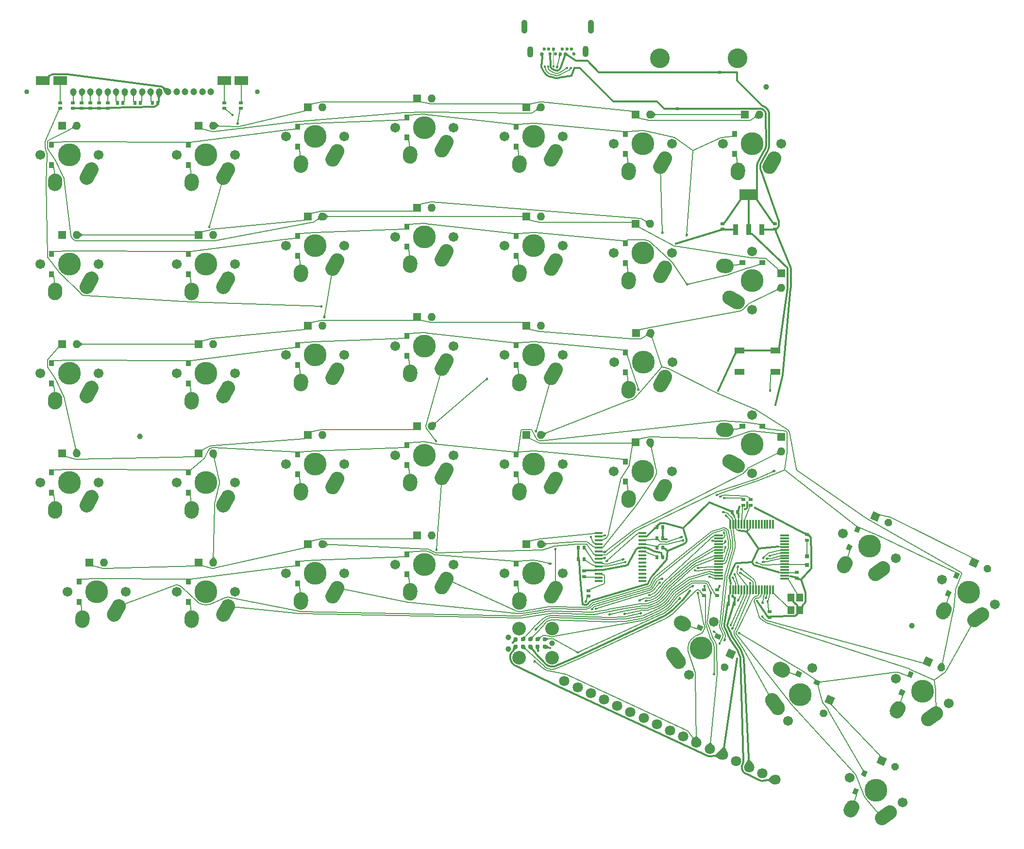
<source format=gbl>
G04 #@! TF.GenerationSoftware,KiCad,Pcbnew,5.1.6-c6e7f7d~87~ubuntu20.04.1*
G04 #@! TF.CreationDate,2020-08-07T18:47:16+02:00*
G04 #@! TF.ProjectId,ICEDLeft,49434544-4c65-4667-942e-6b696361645f,1.2b*
G04 #@! TF.SameCoordinates,Original*
G04 #@! TF.FileFunction,Copper,L2,Bot*
G04 #@! TF.FilePolarity,Positive*
%FSLAX46Y46*%
G04 Gerber Fmt 4.6, Leading zero omitted, Abs format (unit mm)*
G04 Created by KiCad (PCBNEW 5.1.6-c6e7f7d~87~ubuntu20.04.1) date 2020-08-07 18:47:16*
%MOMM*%
%LPD*%
G01*
G04 APERTURE LIST*
G04 #@! TA.AperFunction,ComponentPad*
%ADD10C,3.438000*%
G04 #@! TD*
G04 #@! TA.AperFunction,SMDPad,CuDef*
%ADD11R,0.300000X1.500000*%
G04 #@! TD*
G04 #@! TA.AperFunction,SMDPad,CuDef*
%ADD12R,1.500000X0.300000*%
G04 #@! TD*
G04 #@! TA.AperFunction,SMDPad,CuDef*
%ADD13R,0.650000X0.600000*%
G04 #@! TD*
G04 #@! TA.AperFunction,SMDPad,CuDef*
%ADD14R,0.600000X0.650000*%
G04 #@! TD*
G04 #@! TA.AperFunction,SMDPad,CuDef*
%ADD15R,0.797560X0.797560*%
G04 #@! TD*
G04 #@! TA.AperFunction,SMDPad,CuDef*
%ADD16R,1.200000X1.400000*%
G04 #@! TD*
G04 #@! TA.AperFunction,SMDPad,CuDef*
%ADD17C,0.787400*%
G04 #@! TD*
G04 #@! TA.AperFunction,WasherPad*
%ADD18C,0.990610*%
G04 #@! TD*
G04 #@! TA.AperFunction,WasherPad*
%ADD19C,2.374910*%
G04 #@! TD*
G04 #@! TA.AperFunction,ComponentPad*
%ADD20C,1.800000*%
G04 #@! TD*
G04 #@! TA.AperFunction,SMDPad,CuDef*
%ADD21R,0.950000X1.900000*%
G04 #@! TD*
G04 #@! TA.AperFunction,SMDPad,CuDef*
%ADD22R,3.250000X1.900000*%
G04 #@! TD*
G04 #@! TA.AperFunction,SMDPad,CuDef*
%ADD23R,1.800000X1.100000*%
G04 #@! TD*
G04 #@! TA.AperFunction,SMDPad,CuDef*
%ADD24R,1.430000X0.400000*%
G04 #@! TD*
G04 #@! TA.AperFunction,SMDPad,CuDef*
%ADD25C,1.000000*%
G04 #@! TD*
G04 #@! TA.AperFunction,ComponentPad*
%ADD26R,2.400000X1.500000*%
G04 #@! TD*
G04 #@! TA.AperFunction,ComponentPad*
%ADD27C,1.200000*%
G04 #@! TD*
G04 #@! TA.AperFunction,WasherPad*
%ADD28C,0.850010*%
G04 #@! TD*
G04 #@! TA.AperFunction,ComponentPad*
%ADD29O,1.400000X1.400000*%
G04 #@! TD*
G04 #@! TA.AperFunction,ComponentPad*
%ADD30R,1.400000X1.400000*%
G04 #@! TD*
G04 #@! TA.AperFunction,ComponentPad*
%ADD31C,0.100000*%
G04 #@! TD*
G04 #@! TA.AperFunction,SMDPad,CuDef*
%ADD32C,0.100000*%
G04 #@! TD*
G04 #@! TA.AperFunction,SMDPad,CuDef*
%ADD33R,0.850900X1.000760*%
G04 #@! TD*
G04 #@! TA.AperFunction,SMDPad,CuDef*
%ADD34R,1.000760X0.850900*%
G04 #@! TD*
G04 #@! TA.AperFunction,WasherPad*
%ADD35C,3.987810*%
G04 #@! TD*
G04 #@! TA.AperFunction,WasherPad*
%ADD36C,1.701810*%
G04 #@! TD*
G04 #@! TA.AperFunction,ComponentPad*
%ADD37C,0.600000*%
G04 #@! TD*
G04 #@! TA.AperFunction,ComponentPad*
%ADD38O,1.100000X1.950000*%
G04 #@! TD*
G04 #@! TA.AperFunction,ComponentPad*
%ADD39O,1.100000X2.400000*%
G04 #@! TD*
G04 #@! TA.AperFunction,ViaPad*
%ADD40C,0.406400*%
G04 #@! TD*
G04 #@! TA.AperFunction,ViaPad*
%ADD41C,0.609600*%
G04 #@! TD*
G04 #@! TA.AperFunction,Conductor*
%ADD42C,0.304800*%
G04 #@! TD*
G04 #@! TA.AperFunction,Conductor*
%ADD43C,0.152400*%
G04 #@! TD*
G04 #@! TA.AperFunction,Conductor*
%ADD44C,0.101600*%
G04 #@! TD*
G04 APERTURE END LIST*
D10*
G04 #@! TO.P,J1,MH2*
G04 #@! TO.N,/GND*
X128770000Y-32739000D03*
G04 #@! TO.P,J1,MH1*
X142370000Y-32739000D03*
G04 #@! TD*
D11*
G04 #@! TO.P,U1,1*
G04 #@! TO.N,/mcu/TX1*
X141030000Y-114011000D03*
G04 #@! TO.P,U1,2*
G04 #@! TO.N,/mcu/RX1*
X141530000Y-114011000D03*
G04 #@! TO.P,U1,3*
G04 #@! TO.N,VDD*
X142030000Y-114011000D03*
G04 #@! TO.P,U1,4*
G04 #@! TO.N,VSS*
X142530000Y-114011000D03*
G04 #@! TO.P,U1,5*
G04 #@! TO.N,Net-(R1-Pad2)*
X143030000Y-114011000D03*
G04 #@! TO.P,U1,6*
G04 #@! TO.N,Net-(R2-Pad2)*
X143530000Y-114011000D03*
G04 #@! TO.P,U1,7*
G04 #@! TO.N,VDD*
X144030000Y-114011000D03*
G04 #@! TO.P,U1,8*
X144530000Y-114011000D03*
G04 #@! TO.P,U1,9*
G04 #@! TO.N,/mcu/ADC0_DP0*
X145030000Y-114011000D03*
G04 #@! TO.P,U1,10*
G04 #@! TO.N,/mcu/ADC0_DM0*
X145530000Y-114011000D03*
G04 #@! TO.P,U1,11*
G04 #@! TO.N,/mcu/ADC1_DP0*
X146030000Y-114011000D03*
G04 #@! TO.P,U1,12*
G04 #@! TO.N,/mcu/ADC1_DM0*
X146530000Y-114011000D03*
G04 #@! TO.P,U1,13*
G04 #@! TO.N,Net-(U1-Pad13)*
X147030000Y-114011000D03*
G04 #@! TO.P,U1,14*
G04 #@! TO.N,Net-(U1-Pad14)*
X147530000Y-114011000D03*
G04 #@! TO.P,U1,15*
G04 #@! TO.N,Net-(U1-Pad15)*
X148030000Y-114011000D03*
G04 #@! TO.P,U1,16*
G04 #@! TO.N,Net-(U1-Pad16)*
X148530000Y-114011000D03*
D12*
G04 #@! TO.P,U1,17*
G04 #@! TO.N,Net-(U1-Pad17)*
X150530000Y-116011000D03*
G04 #@! TO.P,U1,18*
G04 #@! TO.N,Net-(U1-Pad18)*
X150530000Y-116511000D03*
G04 #@! TO.P,U1,19*
G04 #@! TO.N,Net-(U1-Pad19)*
X150530000Y-117011000D03*
G04 #@! TO.P,U1,20*
G04 #@! TO.N,Net-(U1-Pad20)*
X150530000Y-117511000D03*
G04 #@! TO.P,U1,21*
G04 #@! TO.N,VDD*
X150530000Y-118011000D03*
G04 #@! TO.P,U1,22*
G04 #@! TO.N,Net-(R6-Pad1)*
X150530000Y-118511000D03*
G04 #@! TO.P,U1,23*
G04 #@! TO.N,/mcu/RX0*
X150530000Y-119011000D03*
G04 #@! TO.P,U1,24*
G04 #@! TO.N,/mcu/TX0*
X150530000Y-119511000D03*
G04 #@! TO.P,U1,25*
G04 #@! TO.N,Net-(R7-Pad1)*
X150530000Y-120011000D03*
G04 #@! TO.P,U1,26*
G04 #@! TO.N,/mcu/PTA4*
X150530000Y-120511000D03*
G04 #@! TO.P,U1,27*
G04 #@! TO.N,/mcu/PTA5*
X150530000Y-121011000D03*
G04 #@! TO.P,U1,28*
G04 #@! TO.N,/mcu/PTA12*
X150530000Y-121511000D03*
G04 #@! TO.P,U1,29*
G04 #@! TO.N,/mcu/PTA13*
X150530000Y-122011000D03*
G04 #@! TO.P,U1,30*
G04 #@! TO.N,VDD*
X150530000Y-122511000D03*
G04 #@! TO.P,U1,31*
G04 #@! TO.N,VSS*
X150530000Y-123011000D03*
G04 #@! TO.P,U1,32*
G04 #@! TO.N,Net-(U1-Pad32)*
X150530000Y-123511000D03*
D11*
G04 #@! TO.P,U1,33*
G04 #@! TO.N,Net-(U1-Pad33)*
X148530000Y-125511000D03*
G04 #@! TO.P,U1,34*
G04 #@! TO.N,/mcu/MCU_RESET*
X148030000Y-125511000D03*
G04 #@! TO.P,U1,35*
G04 #@! TO.N,/mcu/SCL0*
X147530000Y-125511000D03*
G04 #@! TO.P,U1,36*
G04 #@! TO.N,/mcu/SDA0*
X147030000Y-125511000D03*
G04 #@! TO.P,U1,37*
G04 #@! TO.N,/Col1*
X146530000Y-125511000D03*
G04 #@! TO.P,U1,38*
G04 #@! TO.N,/Col2*
X146030000Y-125511000D03*
G04 #@! TO.P,U1,39*
G04 #@! TO.N,/mcu/SDB*
X145530000Y-125511000D03*
G04 #@! TO.P,U1,40*
G04 #@! TO.N,/mcu/INTB*
X145030000Y-125511000D03*
G04 #@! TO.P,U1,41*
G04 #@! TO.N,/Col3*
X144530000Y-125511000D03*
G04 #@! TO.P,U1,42*
G04 #@! TO.N,/Col4*
X144030000Y-125511000D03*
G04 #@! TO.P,U1,43*
G04 #@! TO.N,/Col5*
X143530000Y-125511000D03*
G04 #@! TO.P,U1,44*
G04 #@! TO.N,/mcu/LCD_KR*
X143030000Y-125511000D03*
G04 #@! TO.P,U1,45*
G04 #@! TO.N,/mcu/LCD_KG*
X142530000Y-125511000D03*
G04 #@! TO.P,U1,46*
G04 #@! TO.N,/mcu/LCD_KB*
X142030000Y-125511000D03*
G04 #@! TO.P,U1,47*
G04 #@! TO.N,VSS*
X141530000Y-125511000D03*
G04 #@! TO.P,U1,48*
G04 #@! TO.N,VDD*
X141030000Y-125511000D03*
D12*
G04 #@! TO.P,U1,49*
G04 #@! TO.N,/mcu/SS1*
X139030000Y-123511000D03*
G04 #@! TO.P,U1,50*
G04 #@! TO.N,/mcu/SCLK*
X139030000Y-123011000D03*
G04 #@! TO.P,U1,51*
G04 #@! TO.N,/mcu/MOSI*
X139030000Y-122511000D03*
G04 #@! TO.P,U1,52*
G04 #@! TO.N,/mcu/A0*
X139030000Y-122011000D03*
G04 #@! TO.P,U1,53*
G04 #@! TO.N,/mcu/RST*
X139030000Y-121511000D03*
G04 #@! TO.P,U1,54*
G04 #@! TO.N,/Col6*
X139030000Y-121011000D03*
G04 #@! TO.P,U1,55*
G04 #@! TO.N,/Col7*
X139030000Y-120511000D03*
G04 #@! TO.P,U1,56*
G04 #@! TO.N,/Col8*
X139030000Y-120011000D03*
G04 #@! TO.P,U1,57*
G04 #@! TO.N,/Col9*
X139030000Y-119511000D03*
G04 #@! TO.P,U1,58*
G04 #@! TO.N,/Row1*
X139030000Y-119011000D03*
G04 #@! TO.P,U1,59*
G04 #@! TO.N,/mcu/RX2*
X139030000Y-118511000D03*
G04 #@! TO.P,U1,60*
G04 #@! TO.N,/mcu/TX2*
X139030000Y-118011000D03*
G04 #@! TO.P,U1,61*
G04 #@! TO.N,/Row2*
X139030000Y-117511000D03*
G04 #@! TO.P,U1,62*
G04 #@! TO.N,/Row3*
X139030000Y-117011000D03*
G04 #@! TO.P,U1,63*
G04 #@! TO.N,/Row4*
X139030000Y-116511000D03*
G04 #@! TO.P,U1,64*
G04 #@! TO.N,/Row5*
X139030000Y-116011000D03*
G04 #@! TD*
D13*
G04 #@! TO.P,C17,1*
G04 #@! TO.N,VSS*
X26416000Y-41521000D03*
G04 #@! TO.P,C17,2*
G04 #@! TO.N,Net-(C17-Pad2)*
X26416000Y-40521000D03*
G04 #@! TD*
G04 #@! TO.P,C16,1*
G04 #@! TO.N,VSS*
X27940000Y-41521000D03*
G04 #@! TO.P,C16,2*
G04 #@! TO.N,Net-(C16-Pad2)*
X27940000Y-40521000D03*
G04 #@! TD*
G04 #@! TO.P,R9,1*
G04 #@! TO.N,Net-(LCD1-Pad21)*
X55753000Y-40521000D03*
G04 #@! TO.P,R9,2*
G04 #@! TO.N,/mcu/LCD_KB*
X55753000Y-41521000D03*
G04 #@! TD*
D14*
G04 #@! TO.P,R8,1*
G04 #@! TO.N,VSS*
X129278000Y-116459000D03*
G04 #@! TO.P,R8,2*
G04 #@! TO.N,/mcu/SDB*
X128278000Y-116459000D03*
G04 #@! TD*
D13*
G04 #@! TO.P,R7,1*
G04 #@! TO.N,Net-(R7-Pad1)*
X138811000Y-125484000D03*
G04 #@! TO.P,R7,2*
G04 #@! TO.N,/mcu/SWD_DIO*
X138811000Y-126484000D03*
G04 #@! TD*
G04 #@! TO.P,R10,1*
G04 #@! TO.N,Net-(LCD1-Pad20)*
X52832000Y-40521000D03*
G04 #@! TO.P,R10,2*
G04 #@! TO.N,/mcu/LCD_KG*
X52832000Y-41521000D03*
G04 #@! TD*
G04 #@! TO.P,R11,1*
G04 #@! TO.N,Net-(D77-Pad2)*
X154432000Y-116832000D03*
G04 #@! TO.P,R11,2*
G04 #@! TO.N,VSS*
X154432000Y-115832000D03*
G04 #@! TD*
G04 #@! TO.P,R6,1*
G04 #@! TO.N,Net-(R6-Pad1)*
X136525000Y-125484000D03*
G04 #@! TO.P,R6,2*
G04 #@! TO.N,/mcu/SWD_CLK*
X136525000Y-126484000D03*
G04 #@! TD*
D14*
G04 #@! TO.P,R5,1*
G04 #@! TO.N,VDD*
X114562000Y-120142000D03*
G04 #@! TO.P,R5,2*
G04 #@! TO.N,/mcu/SDA0*
X115562000Y-120142000D03*
G04 #@! TD*
G04 #@! TO.P,R4,1*
G04 #@! TO.N,VDD*
X114562000Y-118110000D03*
G04 #@! TO.P,R4,2*
G04 #@! TO.N,/mcu/SCL0*
X115562000Y-118110000D03*
G04 #@! TD*
G04 #@! TO.P,C10,1*
G04 #@! TO.N,Net-(C10-Pad1)*
X40267000Y-40513000D03*
G04 #@! TO.P,C10,2*
G04 #@! TO.N,VSS*
X41267000Y-40513000D03*
G04 #@! TD*
D13*
G04 #@! TO.P,C9,1*
G04 #@! TO.N,Net-(C9-Pad1)*
X115570000Y-123182000D03*
G04 #@! TO.P,C9,2*
G04 #@! TO.N,VSS*
X115570000Y-122182000D03*
G04 #@! TD*
G04 #@! TO.P,C15,1*
G04 #@! TO.N,VSS*
X29464000Y-41521000D03*
G04 #@! TO.P,C15,2*
G04 #@! TO.N,Net-(C15-Pad2)*
X29464000Y-40521000D03*
G04 #@! TD*
G04 #@! TO.P,C8,1*
G04 #@! TO.N,Net-(C8-Pad1)*
X116332000Y-125611000D03*
G04 #@! TO.P,C8,2*
G04 #@! TO.N,/mcu/AUD*
X116332000Y-126611000D03*
G04 #@! TD*
G04 #@! TO.P,C14,1*
G04 #@! TO.N,VSS*
X30988000Y-41521000D03*
G04 #@! TO.P,C14,2*
G04 #@! TO.N,Net-(C14-Pad2)*
X30988000Y-40521000D03*
G04 #@! TD*
G04 #@! TO.P,C13,1*
G04 #@! TO.N,VSS*
X32512000Y-41521000D03*
G04 #@! TO.P,C13,2*
G04 #@! TO.N,Net-(C13-Pad2)*
X32512000Y-40521000D03*
G04 #@! TD*
D14*
G04 #@! TO.P,C12,1*
G04 #@! TO.N,Net-(C12-Pad1)*
X35171000Y-40513000D03*
G04 #@! TO.P,C12,2*
G04 #@! TO.N,Net-(C12-Pad2)*
X34171000Y-40513000D03*
G04 #@! TD*
G04 #@! TO.P,C11,1*
G04 #@! TO.N,Net-(C11-Pad1)*
X38219000Y-40513000D03*
G04 #@! TO.P,C11,2*
G04 #@! TO.N,Net-(C11-Pad2)*
X37219000Y-40513000D03*
G04 #@! TD*
D13*
G04 #@! TO.P,C5,1*
G04 #@! TO.N,/mcu/MCU_RESET*
X147955000Y-129294000D03*
G04 #@! TO.P,C5,2*
G04 #@! TO.N,VSS*
X147955000Y-130294000D03*
G04 #@! TD*
D14*
G04 #@! TO.P,R3,1*
G04 #@! TO.N,VDD*
X129278000Y-118110000D03*
G04 #@! TO.P,R3,2*
G04 #@! TO.N,/mcu/INTB*
X128278000Y-118110000D03*
G04 #@! TD*
D13*
G04 #@! TO.P,C7,1*
G04 #@! TO.N,VDD*
X152654000Y-122436000D03*
G04 #@! TO.P,C7,2*
G04 #@! TO.N,VSS*
X152654000Y-123436000D03*
G04 #@! TD*
D14*
G04 #@! TO.P,C3,1*
G04 #@! TO.N,VDD*
X140724000Y-127889000D03*
G04 #@! TO.P,C3,2*
G04 #@! TO.N,VSS*
X141724000Y-127889000D03*
G04 #@! TD*
D13*
G04 #@! TO.P,C1,1*
G04 #@! TO.N,+5V*
X148844000Y-62603000D03*
G04 #@! TO.P,C1,2*
G04 #@! TO.N,VSS*
X148844000Y-61603000D03*
G04 #@! TD*
G04 #@! TO.P,R2,1*
G04 #@! TO.N,/mcu/USB_DM*
X144653000Y-109736000D03*
G04 #@! TO.P,R2,2*
G04 #@! TO.N,Net-(R2-Pad2)*
X144653000Y-110736000D03*
G04 #@! TD*
D14*
G04 #@! TO.P,C6,1*
G04 #@! TO.N,VSS*
X129278000Y-114554000D03*
G04 #@! TO.P,C6,2*
G04 #@! TO.N,VDD*
X128278000Y-114554000D03*
G04 #@! TD*
D13*
G04 #@! TO.P,C2,1*
G04 #@! TO.N,VDD*
X139700000Y-62603000D03*
G04 #@! TO.P,C2,2*
G04 #@! TO.N,VSS*
X139700000Y-61603000D03*
G04 #@! TD*
D14*
G04 #@! TO.P,C4,1*
G04 #@! TO.N,VDD*
X141359000Y-111887000D03*
G04 #@! TO.P,C4,2*
G04 #@! TO.N,VSS*
X142359000Y-111887000D03*
G04 #@! TD*
D13*
G04 #@! TO.P,R1,1*
G04 #@! TO.N,/mcu/USB_DP*
X143383000Y-109736000D03*
G04 #@! TO.P,R1,2*
G04 #@! TO.N,Net-(R1-Pad2)*
X143383000Y-110736000D03*
G04 #@! TD*
D15*
G04 #@! TO.P,D77,1*
G04 #@! TO.N,/mcu/PTA5*
X154432000Y-121145300D03*
G04 #@! TO.P,D77,2*
G04 #@! TO.N,Net-(D77-Pad2)*
X154432000Y-119646700D03*
G04 #@! TD*
D16*
G04 #@! TO.P,X1,3*
G04 #@! TO.N,Net-(U1-Pad33)*
X151600000Y-128989000D03*
G04 #@! TO.P,X1,2*
G04 #@! TO.N,VSS*
X153200000Y-128989000D03*
G04 #@! TO.P,X1,1*
G04 #@! TO.N,Net-(U1-Pad32)*
X153200000Y-126789000D03*
G04 #@! TO.P,X1,4*
G04 #@! TO.N,VSS*
X151600000Y-126789000D03*
G04 #@! TD*
D17*
G04 #@! TO.P,P1,8*
G04 #@! TO.N,/mcu/RX0*
X106172000Y-134112000D03*
G04 #@! TO.P,P1,3*
G04 #@! TO.N,VSS*
X106172000Y-135382000D03*
G04 #@! TO.P,P1,7*
G04 #@! TO.N,/mcu/TX2*
X104902000Y-134112000D03*
G04 #@! TO.P,P1,4*
G04 #@! TO.N,/mcu/SWD_CLK*
X104902000Y-135382000D03*
G04 #@! TO.P,P1,5*
G04 #@! TO.N,+5V*
X103632000Y-135382000D03*
G04 #@! TO.P,P1,6*
G04 #@! TO.N,/mcu/TX0*
X103632000Y-134112000D03*
G04 #@! TO.P,P1,9*
G04 #@! TO.N,/mcu/PTA5*
X107442000Y-134112000D03*
G04 #@! TO.P,P1,2*
G04 #@! TO.N,/mcu/SWD_DIO*
X107442000Y-135382000D03*
G04 #@! TO.P,P1,10*
G04 #@! TO.N,/mcu/MCU_RESET*
X108712000Y-134112000D03*
G04 #@! TO.P,P1,1*
G04 #@! TO.N,VDD*
X108712000Y-135382000D03*
D18*
G04 #@! TO.P,P1,*
G04 #@! TO.N,*
X109982000Y-134747000D03*
X102362000Y-133731000D03*
X102362000Y-135763000D03*
D19*
X109982000Y-132207000D03*
X104267000Y-132207000D03*
X109982000Y-137287000D03*
X104267000Y-137287000D03*
G04 #@! TD*
D20*
G04 #@! TO.P,P3,1*
G04 #@! TO.N,VDD*
X148972174Y-158574603D03*
G04 #@! TO.P,P3,2*
G04 #@! TO.N,/mcu/SWD_DIO*
X146670152Y-157501153D03*
G04 #@! TO.P,P3,3*
G04 #@! TO.N,VSS*
X144368131Y-156427702D03*
G04 #@! TO.P,P3,4*
G04 #@! TO.N,/mcu/SWD_CLK*
X142066109Y-155354252D03*
G04 #@! TO.P,P3,5*
G04 #@! TO.N,+5V*
X139764087Y-154280802D03*
G04 #@! TO.P,P3,6*
G04 #@! TO.N,/mcu/RX0*
X137462065Y-153207351D03*
G04 #@! TO.P,P3,7*
G04 #@! TO.N,/mcu/TX0*
X135160044Y-152133901D03*
G04 #@! TO.P,P3,8*
G04 #@! TO.N,/mcu/RX1*
X132858022Y-151060450D03*
G04 #@! TO.P,P3,9*
G04 #@! TO.N,/mcu/TX1*
X130556000Y-149987000D03*
G04 #@! TO.P,P3,10*
G04 #@! TO.N,/mcu/RX2*
X128253978Y-148913550D03*
G04 #@! TO.P,P3,11*
G04 #@! TO.N,/mcu/TX2*
X125951956Y-147840099D03*
G04 #@! TO.P,P3,12*
G04 #@! TO.N,/mcu/SCLK*
X123649935Y-146766649D03*
G04 #@! TO.P,P3,13*
G04 #@! TO.N,/mcu/MOSI*
X121347913Y-145693198D03*
G04 #@! TO.P,P3,14*
G04 #@! TO.N,/mcu/SDA0*
X119045891Y-144619748D03*
G04 #@! TO.P,P3,15*
G04 #@! TO.N,/mcu/SCL0*
X116743869Y-143546298D03*
G04 #@! TO.P,P3,16*
G04 #@! TO.N,/mcu/MCU_RESET*
X114441848Y-142472847D03*
G04 #@! TO.P,P3,17*
G04 #@! TO.N,/mcu/AUD*
X112139826Y-141399397D03*
G04 #@! TD*
D21*
G04 #@! TO.P,Q1,2*
G04 #@! TO.N,VSS*
X144272000Y-62613000D03*
G04 #@! TO.P,Q1,3*
G04 #@! TO.N,VDD*
X141972000Y-62613000D03*
G04 #@! TO.P,Q1,1*
G04 #@! TO.N,+5V*
X146572000Y-62613000D03*
D22*
G04 #@! TO.P,Q1,2*
G04 #@! TO.N,VSS*
X144272000Y-56513000D03*
G04 #@! TD*
D14*
G04 #@! TO.P,R12,1*
G04 #@! TO.N,Net-(R12-Pad1)*
X128278000Y-119761000D03*
G04 #@! TO.P,R12,2*
G04 #@! TO.N,VSS*
X129278000Y-119761000D03*
G04 #@! TD*
D13*
G04 #@! TO.P,R13,1*
G04 #@! TO.N,Net-(LCD1-Pad2)*
X24257000Y-40521000D03*
G04 #@! TO.P,R13,2*
G04 #@! TO.N,/mcu/LCD_KR*
X24257000Y-41521000D03*
G04 #@! TD*
D23*
G04 #@! TO.P,S39,1*
G04 #@! TO.N,Net-(S39-Pad1)*
X142696000Y-87448000D03*
G04 #@! TO.P,S39,3*
G04 #@! TO.N,VSS*
X142696000Y-83748000D03*
G04 #@! TO.P,S39,2*
G04 #@! TO.N,/mcu/MCU_RESET*
X148896000Y-87448000D03*
G04 #@! TO.P,S39,4*
G04 #@! TO.N,VSS*
X148896000Y-83748000D03*
G04 #@! TD*
D24*
G04 #@! TO.P,U2,1*
G04 #@! TO.N,/ledmatrix/CA9*
X125715000Y-115536000D03*
G04 #@! TO.P,U2,2*
G04 #@! TO.N,VDD*
X125715000Y-116186000D03*
G04 #@! TO.P,U2,3*
G04 #@! TO.N,/mcu/SDB*
X125715000Y-116836000D03*
G04 #@! TO.P,U2,4*
G04 #@! TO.N,/mcu/INTB*
X125715000Y-117486000D03*
G04 #@! TO.P,U2,5*
G04 #@! TO.N,VSS*
X125715000Y-118136000D03*
G04 #@! TO.P,U2,6*
G04 #@! TO.N,Net-(R12-Pad1)*
X125715000Y-118786000D03*
G04 #@! TO.P,U2,7*
G04 #@! TO.N,/mcu/CB1*
X125715000Y-119436000D03*
G04 #@! TO.P,U2,8*
G04 #@! TO.N,/mcu/CB2*
X125715000Y-120086000D03*
G04 #@! TO.P,U2,9*
G04 #@! TO.N,/mcu/CB3*
X125715000Y-120736000D03*
G04 #@! TO.P,U2,10*
G04 #@! TO.N,/mcu/CB4*
X125715000Y-121386000D03*
G04 #@! TO.P,U2,11*
G04 #@! TO.N,/mcu/CB5*
X125715000Y-122036000D03*
G04 #@! TO.P,U2,12*
G04 #@! TO.N,/mcu/CB6*
X125715000Y-122686000D03*
G04 #@! TO.P,U2,13*
G04 #@! TO.N,/mcu/CB7*
X125715000Y-123336000D03*
G04 #@! TO.P,U2,14*
G04 #@! TO.N,/mcu/CB8*
X125715000Y-123986000D03*
G04 #@! TO.P,U2,15*
G04 #@! TO.N,/mcu/CB9*
X118125000Y-123986000D03*
G04 #@! TO.P,U2,16*
G04 #@! TO.N,Net-(C9-Pad1)*
X118125000Y-123336000D03*
G04 #@! TO.P,U2,17*
G04 #@! TO.N,Net-(C8-Pad1)*
X118125000Y-122686000D03*
G04 #@! TO.P,U2,18*
G04 #@! TO.N,VSS*
X118125000Y-122036000D03*
G04 #@! TO.P,U2,19*
G04 #@! TO.N,/mcu/SDA0*
X118125000Y-121386000D03*
G04 #@! TO.P,U2,20*
G04 #@! TO.N,/mcu/SCL0*
X118125000Y-120736000D03*
G04 #@! TO.P,U2,21*
G04 #@! TO.N,/ledmatrix/CA1*
X118125000Y-120086000D03*
G04 #@! TO.P,U2,22*
G04 #@! TO.N,/ledmatrix/CA2*
X118125000Y-119436000D03*
G04 #@! TO.P,U2,23*
G04 #@! TO.N,/ledmatrix/CA3*
X118125000Y-118786000D03*
G04 #@! TO.P,U2,24*
G04 #@! TO.N,/ledmatrix/CA4*
X118125000Y-118136000D03*
G04 #@! TO.P,U2,25*
G04 #@! TO.N,/ledmatrix/CA5*
X118125000Y-117486000D03*
G04 #@! TO.P,U2,26*
G04 #@! TO.N,/ledmatrix/CA6*
X118125000Y-116836000D03*
G04 #@! TO.P,U2,27*
G04 #@! TO.N,/ledmatrix/CA7*
X118125000Y-116186000D03*
G04 #@! TO.P,U2,28*
G04 #@! TO.N,/ledmatrix/CA8*
X118125000Y-115536000D03*
G04 #@! TD*
D25*
G04 #@! TO.P,FID1,*
G04 #@! TO.N,*
X147320000Y-37719000D03*
G04 #@! TD*
G04 #@! TO.P,FID3,*
G04 #@! TO.N,*
X38100000Y-98679000D03*
G04 #@! TD*
G04 #@! TO.P,FID5,*
G04 #@! TO.N,*
X172720000Y-131699000D03*
G04 #@! TD*
D26*
G04 #@! TO.P,LCD1,1*
G04 #@! TO.N,VDD*
X21197000Y-36665000D03*
G04 #@! TO.P,LCD1,2*
G04 #@! TO.N,Net-(LCD1-Pad2)*
X24197000Y-36665000D03*
D27*
G04 #@! TO.P,LCD1,3*
G04 #@! TO.N,Net-(C17-Pad2)*
X26497000Y-38615000D03*
G04 #@! TO.P,LCD1,4*
G04 #@! TO.N,Net-(C16-Pad2)*
X27997000Y-38615000D03*
G04 #@! TO.P,LCD1,5*
G04 #@! TO.N,Net-(C15-Pad2)*
X29497000Y-38615000D03*
G04 #@! TO.P,LCD1,6*
G04 #@! TO.N,Net-(C14-Pad2)*
X30997000Y-38615000D03*
G04 #@! TO.P,LCD1,7*
G04 #@! TO.N,Net-(C13-Pad2)*
X32497000Y-38615000D03*
G04 #@! TO.P,LCD1,8*
G04 #@! TO.N,Net-(C12-Pad2)*
X33997000Y-38615000D03*
G04 #@! TO.P,LCD1,9*
G04 #@! TO.N,Net-(C12-Pad1)*
X35497000Y-38615000D03*
G04 #@! TO.P,LCD1,10*
G04 #@! TO.N,Net-(C11-Pad2)*
X36997000Y-38615000D03*
G04 #@! TO.P,LCD1,11*
G04 #@! TO.N,Net-(C11-Pad1)*
X38497000Y-38615000D03*
G04 #@! TO.P,LCD1,12*
G04 #@! TO.N,Net-(C10-Pad1)*
X39997000Y-38615000D03*
G04 #@! TO.P,LCD1,13*
G04 #@! TO.N,VSS*
X41497000Y-38615000D03*
G04 #@! TO.P,LCD1,14*
G04 #@! TO.N,VDD*
X42997000Y-38615000D03*
G04 #@! TO.P,LCD1,15*
G04 #@! TO.N,/mcu/MOSI*
X44497000Y-38615000D03*
G04 #@! TO.P,LCD1,16*
G04 #@! TO.N,/mcu/SCLK*
X45997000Y-38615000D03*
G04 #@! TO.P,LCD1,17*
G04 #@! TO.N,/mcu/A0*
X47497000Y-38615000D03*
G04 #@! TO.P,LCD1,18*
G04 #@! TO.N,/mcu/RST*
X48997000Y-38615000D03*
G04 #@! TO.P,LCD1,19*
G04 #@! TO.N,/mcu/SS1*
X50497000Y-38615000D03*
D26*
G04 #@! TO.P,LCD1,20*
G04 #@! TO.N,Net-(LCD1-Pad20)*
X52797000Y-36665000D03*
G04 #@! TO.P,LCD1,21*
G04 #@! TO.N,Net-(LCD1-Pad21)*
X55797000Y-36665000D03*
D28*
G04 #@! TO.P,LCD1,*
G04 #@! TO.N,*
X58597000Y-38615000D03*
X18397000Y-38615000D03*
G04 #@! TD*
D29*
G04 #@! TO.P,D51,2*
G04 #@! TO.N,/ledmatrix/CA3*
X50927500Y-63573700D03*
D30*
G04 #@! TO.P,D51,1*
G04 #@! TO.N,/ledmatrix/CA4*
X48387500Y-63573700D03*
G04 #@! TD*
G04 #@! TO.P,D69,2*
G04 #@! TO.N,/ledmatrix/CA1*
G04 #@! TA.AperFunction,ComponentPad*
G36*
G01*
X169159596Y-156038892D02*
X169159596Y-156038892D01*
G75*
G02*
X170089844Y-155700310I634415J-295833D01*
G01*
X170089844Y-155700310D01*
G75*
G02*
X170428426Y-156630558I-295833J-634415D01*
G01*
X170428426Y-156630558D01*
G75*
G02*
X169498178Y-156969140I-634415J295833D01*
G01*
X169498178Y-156969140D01*
G75*
G02*
X169159596Y-156038892I295833J634415D01*
G01*
G37*
G04 #@! TD.AperFunction*
G04 #@! TA.AperFunction,ComponentPad*
D31*
G04 #@! TO.P,D69,1*
G04 #@! TO.N,/ledmatrix/CA8*
G36*
X166561741Y-155599858D02*
G01*
X167153406Y-154331027D01*
X168422237Y-154922692D01*
X167830572Y-156191523D01*
X166561741Y-155599858D01*
G37*
G04 #@! TD.AperFunction*
G04 #@! TD*
D29*
G04 #@! TO.P,D66,2*
G04 #@! TO.N,/ledmatrix/CA3*
X50927500Y-101674000D03*
D30*
G04 #@! TO.P,D66,1*
G04 #@! TO.N,/ledmatrix/CA7*
X48387500Y-101674000D03*
G04 #@! TD*
D29*
G04 #@! TO.P,D50,2*
G04 #@! TO.N,/ledmatrix/CA2*
X69977000Y-60398700D03*
D30*
G04 #@! TO.P,D50,1*
G04 #@! TO.N,/ledmatrix/CA4*
X67437000Y-60398700D03*
G04 #@! TD*
D29*
G04 #@! TO.P,D65,2*
G04 #@! TO.N,/ledmatrix/CA2*
X69977000Y-98499000D03*
D30*
G04 #@! TO.P,D65,1*
G04 #@! TO.N,/ledmatrix/CA7*
X67437000Y-98499000D03*
G04 #@! TD*
D29*
G04 #@! TO.P,D49,2*
G04 #@! TO.N,/ledmatrix/CA1*
X89027000Y-58801000D03*
D30*
G04 #@! TO.P,D49,1*
G04 #@! TO.N,/ledmatrix/CA4*
X86487000Y-58801000D03*
G04 #@! TD*
D29*
G04 #@! TO.P,D64,2*
G04 #@! TO.N,/ledmatrix/CA1*
X89027000Y-96901000D03*
D30*
G04 #@! TO.P,D64,1*
G04 #@! TO.N,/ledmatrix/CA7*
X86487000Y-96901000D03*
G04 #@! TD*
D29*
G04 #@! TO.P,D48,2*
G04 #@! TO.N,/ledmatrix/CA5*
X108077000Y-60398700D03*
D30*
G04 #@! TO.P,D48,1*
G04 #@! TO.N,/ledmatrix/CA2*
X105537000Y-60398700D03*
G04 #@! TD*
D29*
G04 #@! TO.P,D67,2*
G04 #@! TO.N,/ledmatrix/CA4*
X27115000Y-101674000D03*
D30*
G04 #@! TO.P,D67,1*
G04 #@! TO.N,/ledmatrix/CA7*
X24575000Y-101674000D03*
G04 #@! TD*
D29*
G04 #@! TO.P,D52,2*
G04 #@! TO.N,/ledmatrix/CA4*
X27115000Y-63573700D03*
D30*
G04 #@! TO.P,D52,1*
G04 #@! TO.N,/ledmatrix/CA3*
X24575000Y-63573700D03*
G04 #@! TD*
G04 #@! TO.P,D68,2*
G04 #@! TO.N,/ledmatrix/CA5*
G04 #@! TA.AperFunction,ComponentPad*
G36*
G01*
X177211596Y-138771892D02*
X177211596Y-138771892D01*
G75*
G02*
X178141844Y-138433310I634415J-295833D01*
G01*
X178141844Y-138433310D01*
G75*
G02*
X178480426Y-139363558I-295833J-634415D01*
G01*
X178480426Y-139363558D01*
G75*
G02*
X177550178Y-139702140I-634415J295833D01*
G01*
X177550178Y-139702140D01*
G75*
G02*
X177211596Y-138771892I295833J634415D01*
G01*
G37*
G04 #@! TD.AperFunction*
G04 #@! TA.AperFunction,ComponentPad*
D31*
G04 #@! TO.P,D68,1*
G04 #@! TO.N,/ledmatrix/CA7*
G36*
X174613741Y-138332858D02*
G01*
X175205406Y-137064027D01*
X176474237Y-137655692D01*
X175882572Y-138924523D01*
X174613741Y-138332858D01*
G37*
G04 #@! TD.AperFunction*
G04 #@! TD*
D29*
G04 #@! TO.P,D53,2*
G04 #@! TO.N,/ledmatrix/CA5*
X127138000Y-80708100D03*
D30*
G04 #@! TO.P,D53,1*
G04 #@! TO.N,/ledmatrix/CA3*
X124598000Y-80708100D03*
G04 #@! TD*
D29*
G04 #@! TO.P,D63,2*
G04 #@! TO.N,/ledmatrix/CA5*
X108077000Y-98499000D03*
D30*
G04 #@! TO.P,D63,1*
G04 #@! TO.N,/ledmatrix/CA6*
X105537000Y-98499000D03*
G04 #@! TD*
D29*
G04 #@! TO.P,D54,2*
G04 #@! TO.N,/ledmatrix/CA1*
X108077000Y-79449000D03*
D30*
G04 #@! TO.P,D54,1*
G04 #@! TO.N,/ledmatrix/CA5*
X105537000Y-79449000D03*
G04 #@! TD*
G04 #@! TO.P,D70,2*
G04 #@! TO.N,/ledmatrix/CA2*
G04 #@! TA.AperFunction,ComponentPad*
G36*
G01*
X157620108Y-146380596D02*
X157620108Y-146380596D01*
G75*
G02*
X157958690Y-147310844I-295833J-634415D01*
G01*
X157958690Y-147310844D01*
G75*
G02*
X157028442Y-147649426I-634415J295833D01*
G01*
X157028442Y-147649426D01*
G75*
G02*
X156689860Y-146719178I295833J634415D01*
G01*
X156689860Y-146719178D01*
G75*
G02*
X157620108Y-146380596I634415J-295833D01*
G01*
G37*
G04 #@! TD.AperFunction*
G04 #@! TA.AperFunction,ComponentPad*
D31*
G04 #@! TO.P,D70,1*
G04 #@! TO.N,/ledmatrix/CA8*
G36*
X158059142Y-143782741D02*
G01*
X159327973Y-144374406D01*
X158736308Y-145643237D01*
X157467477Y-145051572D01*
X158059142Y-143782741D01*
G37*
G04 #@! TD.AperFunction*
G04 #@! TD*
D29*
G04 #@! TO.P,D43,2*
G04 #@! TO.N,/ledmatrix/CA5*
X69977000Y-41348700D03*
D30*
G04 #@! TO.P,D43,1*
G04 #@! TO.N,/ledmatrix/CA1*
X67437000Y-41348700D03*
G04 #@! TD*
D29*
G04 #@! TO.P,D55,2*
G04 #@! TO.N,/ledmatrix/CA2*
X89027000Y-77851000D03*
D30*
G04 #@! TO.P,D55,1*
G04 #@! TO.N,/ledmatrix/CA5*
X86487000Y-77851000D03*
G04 #@! TD*
G04 #@! TO.P,D71,2*
G04 #@! TO.N,/ledmatrix/CA3*
G04 #@! TA.AperFunction,ComponentPad*
G36*
G01*
X140356108Y-138329596D02*
X140356108Y-138329596D01*
G75*
G02*
X140694690Y-139259844I-295833J-634415D01*
G01*
X140694690Y-139259844D01*
G75*
G02*
X139764442Y-139598426I-634415J295833D01*
G01*
X139764442Y-139598426D01*
G75*
G02*
X139425860Y-138668178I295833J634415D01*
G01*
X139425860Y-138668178D01*
G75*
G02*
X140356108Y-138329596I634415J-295833D01*
G01*
G37*
G04 #@! TD.AperFunction*
G04 #@! TA.AperFunction,ComponentPad*
D31*
G04 #@! TO.P,D71,1*
G04 #@! TO.N,/ledmatrix/CA8*
G36*
X140795142Y-135731741D02*
G01*
X142063973Y-136323406D01*
X141472308Y-137592237D01*
X140203477Y-137000572D01*
X140795142Y-135731741D01*
G37*
G04 #@! TD.AperFunction*
G04 #@! TD*
D29*
G04 #@! TO.P,D40,2*
G04 #@! TO.N,/ledmatrix/CA2*
X127127000Y-42621200D03*
D30*
G04 #@! TO.P,D40,1*
G04 #@! TO.N,/ledmatrix/CA1*
X124587000Y-42621200D03*
G04 #@! TD*
D29*
G04 #@! TO.P,D56,2*
G04 #@! TO.N,/ledmatrix/CA3*
X69977000Y-79449000D03*
D30*
G04 #@! TO.P,D56,1*
G04 #@! TO.N,/ledmatrix/CA5*
X67437000Y-79449000D03*
G04 #@! TD*
D29*
G04 #@! TO.P,D72,2*
G04 #@! TO.N,/ledmatrix/CA4*
X108077000Y-117549000D03*
D30*
G04 #@! TO.P,D72,1*
G04 #@! TO.N,/ledmatrix/CA8*
X105537000Y-117549000D03*
G04 #@! TD*
D29*
G04 #@! TO.P,D41,2*
G04 #@! TO.N,/ledmatrix/CA3*
X108077000Y-41348700D03*
D30*
G04 #@! TO.P,D41,1*
G04 #@! TO.N,/ledmatrix/CA1*
X105537000Y-41348700D03*
G04 #@! TD*
D29*
G04 #@! TO.P,D57,2*
G04 #@! TO.N,/ledmatrix/CA4*
X50927500Y-82624000D03*
D30*
G04 #@! TO.P,D57,1*
G04 #@! TO.N,/ledmatrix/CA5*
X48387500Y-82624000D03*
G04 #@! TD*
D29*
G04 #@! TO.P,D73,2*
G04 #@! TO.N,/ledmatrix/CA1*
X89027000Y-115951000D03*
D30*
G04 #@! TO.P,D73,1*
G04 #@! TO.N,/ledmatrix/CA9*
X86487000Y-115951000D03*
G04 #@! TD*
D29*
G04 #@! TO.P,D42,2*
G04 #@! TO.N,/ledmatrix/CA4*
X89027000Y-39751000D03*
D30*
G04 #@! TO.P,D42,1*
G04 #@! TO.N,/ledmatrix/CA1*
X86487000Y-39751000D03*
G04 #@! TD*
D29*
G04 #@! TO.P,D58,2*
G04 #@! TO.N,/ledmatrix/CA5*
X27115000Y-82624000D03*
D30*
G04 #@! TO.P,D58,1*
G04 #@! TO.N,/ledmatrix/CA4*
X24575000Y-82624000D03*
G04 #@! TD*
D29*
G04 #@! TO.P,D74,2*
G04 #@! TO.N,/ledmatrix/CA2*
X69977000Y-117549000D03*
D30*
G04 #@! TO.P,D74,1*
G04 #@! TO.N,/ledmatrix/CA9*
X67437000Y-117549000D03*
G04 #@! TD*
D29*
G04 #@! TO.P,D39,2*
G04 #@! TO.N,/ledmatrix/CA1*
X146177000Y-42621200D03*
D30*
G04 #@! TO.P,D39,1*
G04 #@! TO.N,/ledmatrix/CA2*
X143637000Y-42621200D03*
G04 #@! TD*
G04 #@! TO.P,D59,2*
G04 #@! TO.N,/ledmatrix/CA1*
G04 #@! TA.AperFunction,ComponentPad*
G36*
G01*
X185263596Y-121505892D02*
X185263596Y-121505892D01*
G75*
G02*
X186193844Y-121167310I634415J-295833D01*
G01*
X186193844Y-121167310D01*
G75*
G02*
X186532426Y-122097558I-295833J-634415D01*
G01*
X186532426Y-122097558D01*
G75*
G02*
X185602178Y-122436140I-634415J295833D01*
G01*
X185602178Y-122436140D01*
G75*
G02*
X185263596Y-121505892I295833J634415D01*
G01*
G37*
G04 #@! TD.AperFunction*
G04 #@! TA.AperFunction,ComponentPad*
D31*
G04 #@! TO.P,D59,1*
G04 #@! TO.N,/ledmatrix/CA6*
G36*
X182665741Y-121066858D02*
G01*
X183257406Y-119798027D01*
X184526237Y-120389692D01*
X183934572Y-121658523D01*
X182665741Y-121066858D01*
G37*
G04 #@! TD.AperFunction*
G04 #@! TD*
D29*
G04 #@! TO.P,D75,2*
G04 #@! TO.N,/ledmatrix/CA3*
X50927000Y-120724000D03*
D30*
G04 #@! TO.P,D75,1*
G04 #@! TO.N,/ledmatrix/CA9*
X48387000Y-120724000D03*
G04 #@! TD*
D29*
G04 #@! TO.P,D44,2*
G04 #@! TO.N,/ledmatrix/CA1*
X50927500Y-44526200D03*
D30*
G04 #@! TO.P,D44,1*
G04 #@! TO.N,/ledmatrix/CA3*
X48387500Y-44526200D03*
G04 #@! TD*
G04 #@! TO.P,D60,2*
G04 #@! TO.N,/ledmatrix/CA2*
G04 #@! TA.AperFunction,ComponentPad*
G36*
G01*
X167999596Y-113455892D02*
X167999596Y-113455892D01*
G75*
G02*
X168929844Y-113117310I634415J-295833D01*
G01*
X168929844Y-113117310D01*
G75*
G02*
X169268426Y-114047558I-295833J-634415D01*
G01*
X169268426Y-114047558D01*
G75*
G02*
X168338178Y-114386140I-634415J295833D01*
G01*
X168338178Y-114386140D01*
G75*
G02*
X167999596Y-113455892I295833J634415D01*
G01*
G37*
G04 #@! TD.AperFunction*
G04 #@! TA.AperFunction,ComponentPad*
D31*
G04 #@! TO.P,D60,1*
G04 #@! TO.N,/ledmatrix/CA6*
G36*
X165401741Y-113016858D02*
G01*
X165993406Y-111748027D01*
X167262237Y-112339692D01*
X166670572Y-113608523D01*
X165401741Y-113016858D01*
G37*
G04 #@! TD.AperFunction*
G04 #@! TD*
D29*
G04 #@! TO.P,D76,2*
G04 #@! TO.N,/ledmatrix/CA4*
X31877000Y-120724000D03*
D30*
G04 #@! TO.P,D76,1*
G04 #@! TO.N,/ledmatrix/CA9*
X29337000Y-120724000D03*
G04 #@! TD*
D29*
G04 #@! TO.P,D45,2*
G04 #@! TO.N,/ledmatrix/CA2*
X27115000Y-44526200D03*
D30*
G04 #@! TO.P,D45,1*
G04 #@! TO.N,/ledmatrix/CA3*
X24575000Y-44526200D03*
G04 #@! TD*
D29*
G04 #@! TO.P,D61,2*
G04 #@! TO.N,/ledmatrix/CA3*
X149987000Y-101356000D03*
D30*
G04 #@! TO.P,D61,1*
G04 #@! TO.N,/ledmatrix/CA6*
X149987000Y-98816000D03*
G04 #@! TD*
D29*
G04 #@! TO.P,D46,2*
G04 #@! TO.N,/ledmatrix/CA3*
X149987000Y-72781200D03*
D30*
G04 #@! TO.P,D46,1*
G04 #@! TO.N,/ledmatrix/CA2*
X149987000Y-70241200D03*
G04 #@! TD*
D29*
G04 #@! TO.P,D62,2*
G04 #@! TO.N,/ledmatrix/CA4*
X127127000Y-99769000D03*
D30*
G04 #@! TO.P,D62,1*
G04 #@! TO.N,/ledmatrix/CA6*
X124587000Y-99769000D03*
G04 #@! TD*
D29*
G04 #@! TO.P,D47,2*
G04 #@! TO.N,/ledmatrix/CA4*
X127127000Y-61668700D03*
D30*
G04 #@! TO.P,D47,1*
G04 #@! TO.N,/ledmatrix/CA2*
X124587000Y-61668700D03*
G04 #@! TD*
G04 #@! TA.AperFunction,SMDPad,CuDef*
D32*
G04 #@! TO.P,D21,2*
G04 #@! TO.N,/Row4*
G36*
X180345562Y-122334304D02*
G01*
X181116739Y-122693910D01*
X180693800Y-123600906D01*
X179922623Y-123241300D01*
X180345562Y-122334304D01*
G37*
G04 #@! TD.AperFunction*
G04 #@! TA.AperFunction,SMDPad,CuDef*
G04 #@! TO.P,D21,1*
G04 #@! TO.N,Net-(D21-Pad1)*
G36*
X178866347Y-125506490D02*
G01*
X179637524Y-125866096D01*
X179214585Y-126773092D01*
X178443408Y-126413486D01*
X178866347Y-125506490D01*
G37*
G04 #@! TD.AperFunction*
G04 #@! TD*
D33*
G04 #@! TO.P,D20,2*
G04 #@! TO.N,/Row3*
X22733500Y-85951400D03*
G04 #@! TO.P,D20,1*
G04 #@! TO.N,Net-(D20-Pad1)*
X22733500Y-89451520D03*
G04 #@! TD*
G04 #@! TO.P,D19,2*
G04 #@! TO.N,/Row3*
X46545500Y-85951400D03*
G04 #@! TO.P,D19,1*
G04 #@! TO.N,Net-(D19-Pad1)*
X46545500Y-89451520D03*
G04 #@! TD*
G04 #@! TO.P,D18,2*
G04 #@! TO.N,/Row3*
X65595500Y-82776400D03*
G04 #@! TO.P,D18,1*
G04 #@! TO.N,Net-(D18-Pad1)*
X65595500Y-86276520D03*
G04 #@! TD*
G04 #@! TO.P,D17,2*
G04 #@! TO.N,/Row3*
X84645500Y-81178400D03*
G04 #@! TO.P,D17,1*
G04 #@! TO.N,Net-(D17-Pad1)*
X84645500Y-84678520D03*
G04 #@! TD*
G04 #@! TO.P,D16,2*
G04 #@! TO.N,/Row3*
X103696000Y-82776400D03*
G04 #@! TO.P,D16,1*
G04 #@! TO.N,Net-(D16-Pad1)*
X103696000Y-86276520D03*
G04 #@! TD*
G04 #@! TO.P,D15,2*
G04 #@! TO.N,/Row3*
X122756000Y-84035500D03*
G04 #@! TO.P,D15,1*
G04 #@! TO.N,Net-(D15-Pad1)*
X122756000Y-87535620D03*
G04 #@! TD*
G04 #@! TO.P,D14,2*
G04 #@! TO.N,/Row2*
X22733500Y-66901100D03*
G04 #@! TO.P,D14,1*
G04 #@! TO.N,Net-(D14-Pad1)*
X22733500Y-70401220D03*
G04 #@! TD*
G04 #@! TO.P,D13,2*
G04 #@! TO.N,/Row2*
X46545500Y-66901100D03*
G04 #@! TO.P,D13,1*
G04 #@! TO.N,Net-(D13-Pad1)*
X46545500Y-70401220D03*
G04 #@! TD*
G04 #@! TO.P,D12,2*
G04 #@! TO.N,/Row2*
X65595500Y-63726100D03*
G04 #@! TO.P,D12,1*
G04 #@! TO.N,Net-(D12-Pad1)*
X65595500Y-67226220D03*
G04 #@! TD*
G04 #@! TO.P,D10,2*
G04 #@! TO.N,/Row2*
X103696000Y-63726100D03*
G04 #@! TO.P,D10,1*
G04 #@! TO.N,Net-(D10-Pad1)*
X103696000Y-67226220D03*
G04 #@! TD*
G04 #@! TO.P,D9,2*
G04 #@! TO.N,/Row2*
X122746000Y-64996100D03*
G04 #@! TO.P,D9,1*
G04 #@! TO.N,Net-(D9-Pad1)*
X122746000Y-68496220D03*
G04 #@! TD*
D34*
G04 #@! TO.P,D8,2*
G04 #@! TO.N,/Row2*
X146659600Y-68399700D03*
G04 #@! TO.P,D8,1*
G04 #@! TO.N,Net-(D8-Pad1)*
X143159480Y-68399700D03*
G04 #@! TD*
D33*
G04 #@! TO.P,D7,2*
G04 #@! TO.N,/Row1*
X22733500Y-47853600D03*
G04 #@! TO.P,D7,1*
G04 #@! TO.N,Net-(D7-Pad1)*
X22733500Y-51353720D03*
G04 #@! TD*
G04 #@! TO.P,D6,2*
G04 #@! TO.N,/Row1*
X46545500Y-47853600D03*
G04 #@! TO.P,D6,1*
G04 #@! TO.N,Net-(D6-Pad1)*
X46545500Y-51353720D03*
G04 #@! TD*
G04 #@! TA.AperFunction,SMDPad,CuDef*
D32*
G04 #@! TO.P,D22,2*
G04 #@! TO.N,/Row4*
G36*
X163080562Y-114283304D02*
G01*
X163851739Y-114642910D01*
X163428800Y-115549906D01*
X162657623Y-115190300D01*
X163080562Y-114283304D01*
G37*
G04 #@! TD.AperFunction*
G04 #@! TA.AperFunction,SMDPad,CuDef*
G04 #@! TO.P,D22,1*
G04 #@! TO.N,Net-(D22-Pad1)*
G36*
X161601347Y-117455490D02*
G01*
X162372524Y-117815096D01*
X161949585Y-118722092D01*
X161178408Y-118362486D01*
X161601347Y-117455490D01*
G37*
G04 #@! TD.AperFunction*
G04 #@! TD*
D33*
G04 #@! TO.P,D2,2*
G04 #@! TO.N,/Row1*
X122746000Y-45948600D03*
G04 #@! TO.P,D2,1*
G04 #@! TO.N,Net-(D2-Pad1)*
X122746000Y-49448720D03*
G04 #@! TD*
G04 #@! TO.P,D3,2*
G04 #@! TO.N,/Row1*
X103696000Y-44676100D03*
G04 #@! TO.P,D3,1*
G04 #@! TO.N,Net-(D3-Pad1)*
X103696000Y-48176220D03*
G04 #@! TD*
G04 #@! TO.P,D4,2*
G04 #@! TO.N,/Row1*
X84645500Y-43078400D03*
G04 #@! TO.P,D4,1*
G04 #@! TO.N,Net-(D4-Pad1)*
X84645500Y-46578520D03*
G04 #@! TD*
G04 #@! TO.P,D5,2*
G04 #@! TO.N,/Row1*
X65595500Y-44676100D03*
G04 #@! TO.P,D5,1*
G04 #@! TO.N,Net-(D5-Pad1)*
X65595500Y-48176220D03*
G04 #@! TD*
G04 #@! TO.P,D11,2*
G04 #@! TO.N,/Row2*
X84645500Y-62128400D03*
G04 #@! TO.P,D11,1*
G04 #@! TO.N,Net-(D11-Pad1)*
X84645500Y-65628520D03*
G04 #@! TD*
G04 #@! TO.P,D38,2*
G04 #@! TO.N,/Row5*
X27495500Y-124051400D03*
G04 #@! TO.P,D38,1*
G04 #@! TO.N,Net-(D38-Pad1)*
X27495500Y-127551520D03*
G04 #@! TD*
G04 #@! TO.P,D37,2*
G04 #@! TO.N,/Row5*
X46545500Y-124051400D03*
G04 #@! TO.P,D37,1*
G04 #@! TO.N,Net-(D37-Pad1)*
X46545500Y-127551520D03*
G04 #@! TD*
G04 #@! TO.P,D36,2*
G04 #@! TO.N,/Row5*
X65595500Y-120876400D03*
G04 #@! TO.P,D36,1*
G04 #@! TO.N,Net-(D36-Pad1)*
X65595500Y-124376520D03*
G04 #@! TD*
G04 #@! TO.P,D35,2*
G04 #@! TO.N,/Row5*
X84645500Y-119278400D03*
G04 #@! TO.P,D35,1*
G04 #@! TO.N,Net-(D35-Pad1)*
X84645500Y-122778520D03*
G04 #@! TD*
G04 #@! TO.P,D34,2*
G04 #@! TO.N,/Row5*
X103696000Y-120876400D03*
G04 #@! TO.P,D34,1*
G04 #@! TO.N,Net-(D34-Pad1)*
X103696000Y-124376520D03*
G04 #@! TD*
G04 #@! TO.P,D1,2*
G04 #@! TO.N,/Row1*
X141796000Y-45948600D03*
G04 #@! TO.P,D1,1*
G04 #@! TO.N,Net-(D1-Pad1)*
X141796000Y-49448720D03*
G04 #@! TD*
G04 #@! TA.AperFunction,SMDPad,CuDef*
D32*
G04 #@! TO.P,D32,2*
G04 #@! TO.N,/Row5*
G36*
X156795696Y-141465562D02*
G01*
X156436090Y-142236739D01*
X155529094Y-141813800D01*
X155888700Y-141042623D01*
X156795696Y-141465562D01*
G37*
G04 #@! TD.AperFunction*
G04 #@! TA.AperFunction,SMDPad,CuDef*
G04 #@! TO.P,D32,1*
G04 #@! TO.N,Net-(D32-Pad1)*
G36*
X153623510Y-139986347D02*
G01*
X153263904Y-140757524D01*
X152356908Y-140334585D01*
X152716514Y-139563408D01*
X153623510Y-139986347D01*
G37*
G04 #@! TD.AperFunction*
G04 #@! TD*
G04 #@! TA.AperFunction,SMDPad,CuDef*
G04 #@! TO.P,D31,2*
G04 #@! TO.N,/Row5*
G36*
X164244562Y-156863304D02*
G01*
X165015739Y-157222910D01*
X164592800Y-158129906D01*
X163821623Y-157770300D01*
X164244562Y-156863304D01*
G37*
G04 #@! TD.AperFunction*
G04 #@! TA.AperFunction,SMDPad,CuDef*
G04 #@! TO.P,D31,1*
G04 #@! TO.N,Net-(D31-Pad1)*
G36*
X162765347Y-160035490D02*
G01*
X163536524Y-160395096D01*
X163113585Y-161302092D01*
X162342408Y-160942486D01*
X162765347Y-160035490D01*
G37*
G04 #@! TD.AperFunction*
G04 #@! TD*
G04 #@! TA.AperFunction,SMDPad,CuDef*
G04 #@! TO.P,D30,2*
G04 #@! TO.N,/Row5*
G36*
X172295562Y-139596304D02*
G01*
X173066739Y-139955910D01*
X172643800Y-140862906D01*
X171872623Y-140503300D01*
X172295562Y-139596304D01*
G37*
G04 #@! TD.AperFunction*
G04 #@! TA.AperFunction,SMDPad,CuDef*
G04 #@! TO.P,D30,1*
G04 #@! TO.N,Net-(D30-Pad1)*
G36*
X170816347Y-142768490D02*
G01*
X171587524Y-143128096D01*
X171164585Y-144035092D01*
X170393408Y-143675486D01*
X170816347Y-142768490D01*
G37*
G04 #@! TD.AperFunction*
G04 #@! TD*
D33*
G04 #@! TO.P,D29,2*
G04 #@! TO.N,/Row4*
X22733500Y-105001400D03*
G04 #@! TO.P,D29,1*
G04 #@! TO.N,Net-(D29-Pad1)*
X22733500Y-108501520D03*
G04 #@! TD*
G04 #@! TO.P,D28,2*
G04 #@! TO.N,/Row4*
X46545500Y-105001400D03*
G04 #@! TO.P,D28,1*
G04 #@! TO.N,Net-(D28-Pad1)*
X46545500Y-108501520D03*
G04 #@! TD*
G04 #@! TO.P,D27,2*
G04 #@! TO.N,/Row4*
X65595500Y-101826400D03*
G04 #@! TO.P,D27,1*
G04 #@! TO.N,Net-(D27-Pad1)*
X65595500Y-105326520D03*
G04 #@! TD*
G04 #@! TO.P,D26,2*
G04 #@! TO.N,/Row4*
X84645500Y-100228400D03*
G04 #@! TO.P,D26,1*
G04 #@! TO.N,Net-(D26-Pad1)*
X84645500Y-103728520D03*
G04 #@! TD*
G04 #@! TO.P,D25,2*
G04 #@! TO.N,/Row4*
X103696000Y-101826400D03*
G04 #@! TO.P,D25,1*
G04 #@! TO.N,Net-(D25-Pad1)*
X103696000Y-105326520D03*
G04 #@! TD*
G04 #@! TO.P,D24,2*
G04 #@! TO.N,/Row4*
X122746000Y-103096400D03*
G04 #@! TO.P,D24,1*
G04 #@! TO.N,Net-(D24-Pad1)*
X122746000Y-106596520D03*
G04 #@! TD*
D34*
G04 #@! TO.P,D23,2*
G04 #@! TO.N,/Row4*
X146659600Y-96974500D03*
G04 #@! TO.P,D23,1*
G04 #@! TO.N,Net-(D23-Pad1)*
X143159480Y-96974500D03*
G04 #@! TD*
G04 #@! TA.AperFunction,SMDPad,CuDef*
D32*
G04 #@! TO.P,D33,2*
G04 #@! TO.N,/Row5*
G36*
X139531696Y-133413562D02*
G01*
X139172090Y-134184739D01*
X138265094Y-133761800D01*
X138624700Y-132990623D01*
X139531696Y-133413562D01*
G37*
G04 #@! TD.AperFunction*
G04 #@! TA.AperFunction,SMDPad,CuDef*
G04 #@! TO.P,D33,1*
G04 #@! TO.N,Net-(D33-Pad1)*
G36*
X136359510Y-131934347D02*
G01*
X135999904Y-132705524D01*
X135092908Y-132282585D01*
X135452514Y-131511408D01*
X136359510Y-131934347D01*
G37*
G04 #@! TD.AperFunction*
G04 #@! TD*
D35*
G04 #@! TO.P,S22,*
G04 #@! TO.N,*
X165334000Y-117820000D03*
D36*
X169938044Y-119966901D03*
X160729956Y-115673099D03*
G04 #@! TO.P,S22,1*
G04 #@! TO.N,/Col2*
G04 #@! TA.AperFunction,ComponentPad*
G36*
G01*
X168447822Y-122744343D02*
X167095908Y-123724765D01*
G75*
G02*
X165350147Y-123446702I-733849J1011912D01*
G01*
X165350147Y-123446702D01*
G75*
G02*
X165628210Y-121700941I1011912J733849D01*
G01*
X166980124Y-120720519D01*
G75*
G02*
X168725885Y-120998582I733849J-1011912D01*
G01*
X168725885Y-120998582D01*
G75*
G02*
X168447822Y-122744343I-1011912J-733849D01*
G01*
G37*
G04 #@! TD.AperFunction*
G04 #@! TO.P,S22,2*
G04 #@! TO.N,Net-(D22-Pad1)*
G04 #@! TA.AperFunction,ComponentPad*
G36*
G01*
X162260246Y-121446434D02*
X161979942Y-121954204D01*
G75*
G02*
X160281508Y-122444432I-1094331J604103D01*
G01*
X160281508Y-122444432D01*
G75*
G02*
X159791280Y-120745998I604103J1094331D01*
G01*
X160071584Y-120238228D01*
G75*
G02*
X161770018Y-119748000I1094331J-604103D01*
G01*
X161770018Y-119748000D01*
G75*
G02*
X162260246Y-121446434I-604103J-1094331D01*
G01*
G37*
G04 #@! TD.AperFunction*
G04 #@! TD*
D35*
G04 #@! TO.P,S2,*
G04 #@! TO.N,*
X125857000Y-47701200D03*
D36*
X130937000Y-47701200D03*
X120777000Y-47701200D03*
G04 #@! TO.P,S2,1*
G04 #@! TO.N,/Col4*
G04 #@! TA.AperFunction,ComponentPad*
G36*
G01*
X130760199Y-50848212D02*
X129949292Y-52308120D01*
G75*
G02*
X128249581Y-52793899I-1092745J606966D01*
G01*
X128249581Y-52793899D01*
G75*
G02*
X127763802Y-51094188I606966J1092745D01*
G01*
X128574708Y-49634280D01*
G75*
G02*
X130274419Y-49148501I1092745J-606966D01*
G01*
X130274419Y-49148501D01*
G75*
G02*
X130760198Y-50848212I-606966J-1092745D01*
G01*
G37*
G04 #@! TD.AperFunction*
G04 #@! TO.P,S2,2*
G04 #@! TO.N,Net-(D2-Pad1)*
G04 #@! TA.AperFunction,ComponentPad*
G36*
G01*
X124603830Y-52286891D02*
X124564381Y-52865547D01*
G75*
G02*
X123232257Y-54027633I-1247105J85019D01*
G01*
X123232257Y-54027633D01*
G75*
G02*
X122070171Y-52695509I85019J1247105D01*
G01*
X122109619Y-52116853D01*
G75*
G02*
X123441743Y-50954767I1247105J-85019D01*
G01*
X123441743Y-50954767D01*
G75*
G02*
X124603829Y-52286891I-85019J-1247105D01*
G01*
G37*
G04 #@! TD.AperFunction*
G04 #@! TD*
D35*
G04 #@! TO.P,S12,*
G04 #@! TO.N,*
X68707000Y-65478700D03*
D36*
X73787000Y-65478700D03*
X63627000Y-65478700D03*
G04 #@! TO.P,S12,1*
G04 #@! TO.N,/Col7*
G04 #@! TA.AperFunction,ComponentPad*
G36*
G01*
X73610199Y-68625712D02*
X72799292Y-70085620D01*
G75*
G02*
X71099581Y-70571399I-1092745J606966D01*
G01*
X71099581Y-70571399D01*
G75*
G02*
X70613802Y-68871688I606966J1092745D01*
G01*
X71424708Y-67411780D01*
G75*
G02*
X73124419Y-66926001I1092745J-606966D01*
G01*
X73124419Y-66926001D01*
G75*
G02*
X73610198Y-68625712I-606966J-1092745D01*
G01*
G37*
G04 #@! TD.AperFunction*
G04 #@! TO.P,S12,2*
G04 #@! TO.N,Net-(D12-Pad1)*
G04 #@! TA.AperFunction,ComponentPad*
G36*
G01*
X67453830Y-70064391D02*
X67414381Y-70643047D01*
G75*
G02*
X66082257Y-71805133I-1247105J85019D01*
G01*
X66082257Y-71805133D01*
G75*
G02*
X64920171Y-70473009I85019J1247105D01*
G01*
X64959619Y-69894353D01*
G75*
G02*
X66291743Y-68732267I1247105J-85019D01*
G01*
X66291743Y-68732267D01*
G75*
G02*
X67453829Y-70064391I-85019J-1247105D01*
G01*
G37*
G04 #@! TD.AperFunction*
G04 #@! TD*
D35*
G04 #@! TO.P,S32,*
G04 #@! TO.N,*
X153258000Y-143718000D03*
D36*
X151111099Y-148322044D03*
X155404901Y-139113956D03*
G04 #@! TO.P,S32,1*
G04 #@! TO.N,/Col3*
G04 #@! TA.AperFunction,ComponentPad*
G36*
G01*
X148333657Y-146831822D02*
X147353235Y-145479908D01*
G75*
G02*
X147631298Y-143734147I1011912J733849D01*
G01*
X147631298Y-143734147D01*
G75*
G02*
X149377059Y-144012210I733849J-1011912D01*
G01*
X150357481Y-145364124D01*
G75*
G02*
X150079418Y-147109885I-1011912J-733849D01*
G01*
X150079418Y-147109885D01*
G75*
G02*
X148333657Y-146831822I-733849J1011912D01*
G01*
G37*
G04 #@! TD.AperFunction*
G04 #@! TO.P,S32,2*
G04 #@! TO.N,Net-(D32-Pad1)*
G04 #@! TA.AperFunction,ComponentPad*
G36*
G01*
X149631566Y-140644246D02*
X149123796Y-140363942D01*
G75*
G02*
X148633568Y-138665508I604103J1094331D01*
G01*
X148633568Y-138665508D01*
G75*
G02*
X150332002Y-138175280I1094331J-604103D01*
G01*
X150839772Y-138455584D01*
G75*
G02*
X151330000Y-140154018I-604103J-1094331D01*
G01*
X151330000Y-140154018D01*
G75*
G02*
X149631566Y-140644246I-1094331J604103D01*
G01*
G37*
G04 #@! TD.AperFunction*
G04 #@! TD*
D35*
G04 #@! TO.P,S34,*
G04 #@! TO.N,*
X106807000Y-122629000D03*
D36*
X111887000Y-122629000D03*
X101727000Y-122629000D03*
G04 #@! TO.P,S34,1*
G04 #@! TO.N,/Col5*
G04 #@! TA.AperFunction,ComponentPad*
G36*
G01*
X111710199Y-125776012D02*
X110899292Y-127235920D01*
G75*
G02*
X109199581Y-127721699I-1092745J606966D01*
G01*
X109199581Y-127721699D01*
G75*
G02*
X108713802Y-126021988I606966J1092745D01*
G01*
X109524708Y-124562080D01*
G75*
G02*
X111224419Y-124076301I1092745J-606966D01*
G01*
X111224419Y-124076301D01*
G75*
G02*
X111710198Y-125776012I-606966J-1092745D01*
G01*
G37*
G04 #@! TD.AperFunction*
G04 #@! TO.P,S34,2*
G04 #@! TO.N,Net-(D34-Pad1)*
G04 #@! TA.AperFunction,ComponentPad*
G36*
G01*
X105553830Y-127214691D02*
X105514381Y-127793347D01*
G75*
G02*
X104182257Y-128955433I-1247105J85019D01*
G01*
X104182257Y-128955433D01*
G75*
G02*
X103020171Y-127623309I85019J1247105D01*
G01*
X103059619Y-127044653D01*
G75*
G02*
X104391743Y-125882567I1247105J-85019D01*
G01*
X104391743Y-125882567D01*
G75*
G02*
X105553829Y-127214691I-85019J-1247105D01*
G01*
G37*
G04 #@! TD.AperFunction*
G04 #@! TD*
D35*
G04 #@! TO.P,S35,*
G04 #@! TO.N,*
X87757000Y-121031000D03*
D36*
X92837000Y-121031000D03*
X82677000Y-121031000D03*
G04 #@! TO.P,S35,1*
G04 #@! TO.N,/Col6*
G04 #@! TA.AperFunction,ComponentPad*
G36*
G01*
X92660199Y-124178012D02*
X91849292Y-125637920D01*
G75*
G02*
X90149581Y-126123699I-1092745J606966D01*
G01*
X90149581Y-126123699D01*
G75*
G02*
X89663802Y-124423988I606966J1092745D01*
G01*
X90474708Y-122964080D01*
G75*
G02*
X92174419Y-122478301I1092745J-606966D01*
G01*
X92174419Y-122478301D01*
G75*
G02*
X92660198Y-124178012I-606966J-1092745D01*
G01*
G37*
G04 #@! TD.AperFunction*
G04 #@! TO.P,S35,2*
G04 #@! TO.N,Net-(D35-Pad1)*
G04 #@! TA.AperFunction,ComponentPad*
G36*
G01*
X86503830Y-125616691D02*
X86464381Y-126195347D01*
G75*
G02*
X85132257Y-127357433I-1247105J85019D01*
G01*
X85132257Y-127357433D01*
G75*
G02*
X83970171Y-126025309I85019J1247105D01*
G01*
X84009619Y-125446653D01*
G75*
G02*
X85341743Y-124284567I1247105J-85019D01*
G01*
X85341743Y-124284567D01*
G75*
G02*
X86503829Y-125616691I-85019J-1247105D01*
G01*
G37*
G04 #@! TD.AperFunction*
G04 #@! TD*
D35*
G04 #@! TO.P,S37,*
G04 #@! TO.N,*
X49657000Y-125804000D03*
D36*
X54737000Y-125804000D03*
X44577000Y-125804000D03*
G04 #@! TO.P,S37,1*
G04 #@! TO.N,/Col8*
G04 #@! TA.AperFunction,ComponentPad*
G36*
G01*
X54560199Y-128951012D02*
X53749292Y-130410920D01*
G75*
G02*
X52049581Y-130896699I-1092745J606966D01*
G01*
X52049581Y-130896699D01*
G75*
G02*
X51563802Y-129196988I606966J1092745D01*
G01*
X52374708Y-127737080D01*
G75*
G02*
X54074419Y-127251301I1092745J-606966D01*
G01*
X54074419Y-127251301D01*
G75*
G02*
X54560198Y-128951012I-606966J-1092745D01*
G01*
G37*
G04 #@! TD.AperFunction*
G04 #@! TO.P,S37,2*
G04 #@! TO.N,Net-(D37-Pad1)*
G04 #@! TA.AperFunction,ComponentPad*
G36*
G01*
X48403830Y-130389691D02*
X48364381Y-130968347D01*
G75*
G02*
X47032257Y-132130433I-1247105J85019D01*
G01*
X47032257Y-132130433D01*
G75*
G02*
X45870171Y-130798309I85019J1247105D01*
G01*
X45909619Y-130219653D01*
G75*
G02*
X47241743Y-129057567I1247105J-85019D01*
G01*
X47241743Y-129057567D01*
G75*
G02*
X48403829Y-130389691I-85019J-1247105D01*
G01*
G37*
G04 #@! TD.AperFunction*
G04 #@! TD*
D35*
G04 #@! TO.P,S24,*
G04 #@! TO.N,*
X125857000Y-104849000D03*
D36*
X130937000Y-104849000D03*
X120777000Y-104849000D03*
G04 #@! TO.P,S24,1*
G04 #@! TO.N,/Col4*
G04 #@! TA.AperFunction,ComponentPad*
G36*
G01*
X130760199Y-107996012D02*
X129949292Y-109455920D01*
G75*
G02*
X128249581Y-109941699I-1092745J606966D01*
G01*
X128249581Y-109941699D01*
G75*
G02*
X127763802Y-108241988I606966J1092745D01*
G01*
X128574708Y-106782080D01*
G75*
G02*
X130274419Y-106296301I1092745J-606966D01*
G01*
X130274419Y-106296301D01*
G75*
G02*
X130760198Y-107996012I-606966J-1092745D01*
G01*
G37*
G04 #@! TD.AperFunction*
G04 #@! TO.P,S24,2*
G04 #@! TO.N,Net-(D24-Pad1)*
G04 #@! TA.AperFunction,ComponentPad*
G36*
G01*
X124603830Y-109434691D02*
X124564381Y-110013347D01*
G75*
G02*
X123232257Y-111175433I-1247105J85019D01*
G01*
X123232257Y-111175433D01*
G75*
G02*
X122070171Y-109843309I85019J1247105D01*
G01*
X122109619Y-109264653D01*
G75*
G02*
X123441743Y-108102567I1247105J-85019D01*
G01*
X123441743Y-108102567D01*
G75*
G02*
X124603829Y-109434691I-85019J-1247105D01*
G01*
G37*
G04 #@! TD.AperFunction*
G04 #@! TD*
D35*
G04 #@! TO.P,S25,*
G04 #@! TO.N,*
X106807000Y-103579000D03*
D36*
X111887000Y-103579000D03*
X101727000Y-103579000D03*
G04 #@! TO.P,S25,1*
G04 #@! TO.N,/Col5*
G04 #@! TA.AperFunction,ComponentPad*
G36*
G01*
X111710199Y-106726012D02*
X110899292Y-108185920D01*
G75*
G02*
X109199581Y-108671699I-1092745J606966D01*
G01*
X109199581Y-108671699D01*
G75*
G02*
X108713802Y-106971988I606966J1092745D01*
G01*
X109524708Y-105512080D01*
G75*
G02*
X111224419Y-105026301I1092745J-606966D01*
G01*
X111224419Y-105026301D01*
G75*
G02*
X111710198Y-106726012I-606966J-1092745D01*
G01*
G37*
G04 #@! TD.AperFunction*
G04 #@! TO.P,S25,2*
G04 #@! TO.N,Net-(D25-Pad1)*
G04 #@! TA.AperFunction,ComponentPad*
G36*
G01*
X105553830Y-108164691D02*
X105514381Y-108743347D01*
G75*
G02*
X104182257Y-109905433I-1247105J85019D01*
G01*
X104182257Y-109905433D01*
G75*
G02*
X103020171Y-108573309I85019J1247105D01*
G01*
X103059619Y-107994653D01*
G75*
G02*
X104391743Y-106832567I1247105J-85019D01*
G01*
X104391743Y-106832567D01*
G75*
G02*
X105553829Y-108164691I-85019J-1247105D01*
G01*
G37*
G04 #@! TD.AperFunction*
G04 #@! TD*
D35*
G04 #@! TO.P,S26,*
G04 #@! TO.N,*
X87757000Y-101981000D03*
D36*
X92837000Y-101981000D03*
X82677000Y-101981000D03*
G04 #@! TO.P,S26,1*
G04 #@! TO.N,/Col6*
G04 #@! TA.AperFunction,ComponentPad*
G36*
G01*
X92660199Y-105128012D02*
X91849292Y-106587920D01*
G75*
G02*
X90149581Y-107073699I-1092745J606966D01*
G01*
X90149581Y-107073699D01*
G75*
G02*
X89663802Y-105373988I606966J1092745D01*
G01*
X90474708Y-103914080D01*
G75*
G02*
X92174419Y-103428301I1092745J-606966D01*
G01*
X92174419Y-103428301D01*
G75*
G02*
X92660198Y-105128012I-606966J-1092745D01*
G01*
G37*
G04 #@! TD.AperFunction*
G04 #@! TO.P,S26,2*
G04 #@! TO.N,Net-(D26-Pad1)*
G04 #@! TA.AperFunction,ComponentPad*
G36*
G01*
X86503830Y-106566691D02*
X86464381Y-107145347D01*
G75*
G02*
X85132257Y-108307433I-1247105J85019D01*
G01*
X85132257Y-108307433D01*
G75*
G02*
X83970171Y-106975309I85019J1247105D01*
G01*
X84009619Y-106396653D01*
G75*
G02*
X85341743Y-105234567I1247105J-85019D01*
G01*
X85341743Y-105234567D01*
G75*
G02*
X86503829Y-106566691I-85019J-1247105D01*
G01*
G37*
G04 #@! TD.AperFunction*
G04 #@! TD*
D35*
G04 #@! TO.P,S27,*
G04 #@! TO.N,*
X68707000Y-103579000D03*
D36*
X73787000Y-103579000D03*
X63627000Y-103579000D03*
G04 #@! TO.P,S27,1*
G04 #@! TO.N,/Col7*
G04 #@! TA.AperFunction,ComponentPad*
G36*
G01*
X73610199Y-106726012D02*
X72799292Y-108185920D01*
G75*
G02*
X71099581Y-108671699I-1092745J606966D01*
G01*
X71099581Y-108671699D01*
G75*
G02*
X70613802Y-106971988I606966J1092745D01*
G01*
X71424708Y-105512080D01*
G75*
G02*
X73124419Y-105026301I1092745J-606966D01*
G01*
X73124419Y-105026301D01*
G75*
G02*
X73610198Y-106726012I-606966J-1092745D01*
G01*
G37*
G04 #@! TD.AperFunction*
G04 #@! TO.P,S27,2*
G04 #@! TO.N,Net-(D27-Pad1)*
G04 #@! TA.AperFunction,ComponentPad*
G36*
G01*
X67453830Y-108164691D02*
X67414381Y-108743347D01*
G75*
G02*
X66082257Y-109905433I-1247105J85019D01*
G01*
X66082257Y-109905433D01*
G75*
G02*
X64920171Y-108573309I85019J1247105D01*
G01*
X64959619Y-107994653D01*
G75*
G02*
X66291743Y-106832567I1247105J-85019D01*
G01*
X66291743Y-106832567D01*
G75*
G02*
X67453829Y-108164691I-85019J-1247105D01*
G01*
G37*
G04 #@! TD.AperFunction*
G04 #@! TD*
D35*
G04 #@! TO.P,S28,*
G04 #@! TO.N,*
X49657000Y-106754000D03*
D36*
X54737000Y-106754000D03*
X44577000Y-106754000D03*
G04 #@! TO.P,S28,1*
G04 #@! TO.N,/Col8*
G04 #@! TA.AperFunction,ComponentPad*
G36*
G01*
X54560199Y-109901012D02*
X53749292Y-111360920D01*
G75*
G02*
X52049581Y-111846699I-1092745J606966D01*
G01*
X52049581Y-111846699D01*
G75*
G02*
X51563802Y-110146988I606966J1092745D01*
G01*
X52374708Y-108687080D01*
G75*
G02*
X54074419Y-108201301I1092745J-606966D01*
G01*
X54074419Y-108201301D01*
G75*
G02*
X54560198Y-109901012I-606966J-1092745D01*
G01*
G37*
G04 #@! TD.AperFunction*
G04 #@! TO.P,S28,2*
G04 #@! TO.N,Net-(D28-Pad1)*
G04 #@! TA.AperFunction,ComponentPad*
G36*
G01*
X48403830Y-111339691D02*
X48364381Y-111918347D01*
G75*
G02*
X47032257Y-113080433I-1247105J85019D01*
G01*
X47032257Y-113080433D01*
G75*
G02*
X45870171Y-111748309I85019J1247105D01*
G01*
X45909619Y-111169653D01*
G75*
G02*
X47241743Y-110007567I1247105J-85019D01*
G01*
X47241743Y-110007567D01*
G75*
G02*
X48403829Y-111339691I-85019J-1247105D01*
G01*
G37*
G04 #@! TD.AperFunction*
G04 #@! TD*
D35*
G04 #@! TO.P,S15,*
G04 #@! TO.N,*
X125868000Y-85788100D03*
D36*
X130948000Y-85788100D03*
X120788000Y-85788100D03*
G04 #@! TO.P,S15,1*
G04 #@! TO.N,/Col4*
G04 #@! TA.AperFunction,ComponentPad*
G36*
G01*
X130771199Y-88935112D02*
X129960292Y-90395020D01*
G75*
G02*
X128260581Y-90880799I-1092745J606966D01*
G01*
X128260581Y-90880799D01*
G75*
G02*
X127774802Y-89181088I606966J1092745D01*
G01*
X128585708Y-87721180D01*
G75*
G02*
X130285419Y-87235401I1092745J-606966D01*
G01*
X130285419Y-87235401D01*
G75*
G02*
X130771198Y-88935112I-606966J-1092745D01*
G01*
G37*
G04 #@! TD.AperFunction*
G04 #@! TO.P,S15,2*
G04 #@! TO.N,Net-(D15-Pad1)*
G04 #@! TA.AperFunction,ComponentPad*
G36*
G01*
X124614830Y-90373791D02*
X124575381Y-90952447D01*
G75*
G02*
X123243257Y-92114533I-1247105J85019D01*
G01*
X123243257Y-92114533D01*
G75*
G02*
X122081171Y-90782409I85019J1247105D01*
G01*
X122120619Y-90203753D01*
G75*
G02*
X123452743Y-89041667I1247105J-85019D01*
G01*
X123452743Y-89041667D01*
G75*
G02*
X124614829Y-90373791I-85019J-1247105D01*
G01*
G37*
G04 #@! TD.AperFunction*
G04 #@! TD*
D35*
G04 #@! TO.P,S16,*
G04 #@! TO.N,*
X106807000Y-84529000D03*
D36*
X111887000Y-84529000D03*
X101727000Y-84529000D03*
G04 #@! TO.P,S16,1*
G04 #@! TO.N,/Col5*
G04 #@! TA.AperFunction,ComponentPad*
G36*
G01*
X111710199Y-87676012D02*
X110899292Y-89135920D01*
G75*
G02*
X109199581Y-89621699I-1092745J606966D01*
G01*
X109199581Y-89621699D01*
G75*
G02*
X108713802Y-87921988I606966J1092745D01*
G01*
X109524708Y-86462080D01*
G75*
G02*
X111224419Y-85976301I1092745J-606966D01*
G01*
X111224419Y-85976301D01*
G75*
G02*
X111710198Y-87676012I-606966J-1092745D01*
G01*
G37*
G04 #@! TD.AperFunction*
G04 #@! TO.P,S16,2*
G04 #@! TO.N,Net-(D16-Pad1)*
G04 #@! TA.AperFunction,ComponentPad*
G36*
G01*
X105553830Y-89114691D02*
X105514381Y-89693347D01*
G75*
G02*
X104182257Y-90855433I-1247105J85019D01*
G01*
X104182257Y-90855433D01*
G75*
G02*
X103020171Y-89523309I85019J1247105D01*
G01*
X103059619Y-88944653D01*
G75*
G02*
X104391743Y-87782567I1247105J-85019D01*
G01*
X104391743Y-87782567D01*
G75*
G02*
X105553829Y-89114691I-85019J-1247105D01*
G01*
G37*
G04 #@! TD.AperFunction*
G04 #@! TD*
D35*
G04 #@! TO.P,S17,*
G04 #@! TO.N,*
X87757000Y-82931000D03*
D36*
X92837000Y-82931000D03*
X82677000Y-82931000D03*
G04 #@! TO.P,S17,1*
G04 #@! TO.N,/Col6*
G04 #@! TA.AperFunction,ComponentPad*
G36*
G01*
X92660199Y-86078012D02*
X91849292Y-87537920D01*
G75*
G02*
X90149581Y-88023699I-1092745J606966D01*
G01*
X90149581Y-88023699D01*
G75*
G02*
X89663802Y-86323988I606966J1092745D01*
G01*
X90474708Y-84864080D01*
G75*
G02*
X92174419Y-84378301I1092745J-606966D01*
G01*
X92174419Y-84378301D01*
G75*
G02*
X92660198Y-86078012I-606966J-1092745D01*
G01*
G37*
G04 #@! TD.AperFunction*
G04 #@! TO.P,S17,2*
G04 #@! TO.N,Net-(D17-Pad1)*
G04 #@! TA.AperFunction,ComponentPad*
G36*
G01*
X86503830Y-87516691D02*
X86464381Y-88095347D01*
G75*
G02*
X85132257Y-89257433I-1247105J85019D01*
G01*
X85132257Y-89257433D01*
G75*
G02*
X83970171Y-87925309I85019J1247105D01*
G01*
X84009619Y-87346653D01*
G75*
G02*
X85341743Y-86184567I1247105J-85019D01*
G01*
X85341743Y-86184567D01*
G75*
G02*
X86503829Y-87516691I-85019J-1247105D01*
G01*
G37*
G04 #@! TD.AperFunction*
G04 #@! TD*
D35*
G04 #@! TO.P,S18,*
G04 #@! TO.N,*
X68707000Y-84529000D03*
D36*
X73787000Y-84529000D03*
X63627000Y-84529000D03*
G04 #@! TO.P,S18,1*
G04 #@! TO.N,/Col7*
G04 #@! TA.AperFunction,ComponentPad*
G36*
G01*
X73610199Y-87676012D02*
X72799292Y-89135920D01*
G75*
G02*
X71099581Y-89621699I-1092745J606966D01*
G01*
X71099581Y-89621699D01*
G75*
G02*
X70613802Y-87921988I606966J1092745D01*
G01*
X71424708Y-86462080D01*
G75*
G02*
X73124419Y-85976301I1092745J-606966D01*
G01*
X73124419Y-85976301D01*
G75*
G02*
X73610198Y-87676012I-606966J-1092745D01*
G01*
G37*
G04 #@! TD.AperFunction*
G04 #@! TO.P,S18,2*
G04 #@! TO.N,Net-(D18-Pad1)*
G04 #@! TA.AperFunction,ComponentPad*
G36*
G01*
X67453830Y-89114691D02*
X67414381Y-89693347D01*
G75*
G02*
X66082257Y-90855433I-1247105J85019D01*
G01*
X66082257Y-90855433D01*
G75*
G02*
X64920171Y-89523309I85019J1247105D01*
G01*
X64959619Y-88944653D01*
G75*
G02*
X66291743Y-87782567I1247105J-85019D01*
G01*
X66291743Y-87782567D01*
G75*
G02*
X67453829Y-89114691I-85019J-1247105D01*
G01*
G37*
G04 #@! TD.AperFunction*
G04 #@! TD*
D35*
G04 #@! TO.P,S19,*
G04 #@! TO.N,*
X49657000Y-87704000D03*
D36*
X54737000Y-87704000D03*
X44577000Y-87704000D03*
G04 #@! TO.P,S19,1*
G04 #@! TO.N,/Col8*
G04 #@! TA.AperFunction,ComponentPad*
G36*
G01*
X54560199Y-90851012D02*
X53749292Y-92310920D01*
G75*
G02*
X52049581Y-92796699I-1092745J606966D01*
G01*
X52049581Y-92796699D01*
G75*
G02*
X51563802Y-91096988I606966J1092745D01*
G01*
X52374708Y-89637080D01*
G75*
G02*
X54074419Y-89151301I1092745J-606966D01*
G01*
X54074419Y-89151301D01*
G75*
G02*
X54560198Y-90851012I-606966J-1092745D01*
G01*
G37*
G04 #@! TD.AperFunction*
G04 #@! TO.P,S19,2*
G04 #@! TO.N,Net-(D19-Pad1)*
G04 #@! TA.AperFunction,ComponentPad*
G36*
G01*
X48403830Y-92289691D02*
X48364381Y-92868347D01*
G75*
G02*
X47032257Y-94030433I-1247105J85019D01*
G01*
X47032257Y-94030433D01*
G75*
G02*
X45870171Y-92698309I85019J1247105D01*
G01*
X45909619Y-92119653D01*
G75*
G02*
X47241743Y-90957567I1247105J-85019D01*
G01*
X47241743Y-90957567D01*
G75*
G02*
X48403829Y-92289691I-85019J-1247105D01*
G01*
G37*
G04 #@! TD.AperFunction*
G04 #@! TD*
D35*
G04 #@! TO.P,S10,*
G04 #@! TO.N,*
X106807000Y-65478700D03*
D36*
X111887000Y-65478700D03*
X101727000Y-65478700D03*
G04 #@! TO.P,S10,1*
G04 #@! TO.N,/Col5*
G04 #@! TA.AperFunction,ComponentPad*
G36*
G01*
X111710199Y-68625712D02*
X110899292Y-70085620D01*
G75*
G02*
X109199581Y-70571399I-1092745J606966D01*
G01*
X109199581Y-70571399D01*
G75*
G02*
X108713802Y-68871688I606966J1092745D01*
G01*
X109524708Y-67411780D01*
G75*
G02*
X111224419Y-66926001I1092745J-606966D01*
G01*
X111224419Y-66926001D01*
G75*
G02*
X111710198Y-68625712I-606966J-1092745D01*
G01*
G37*
G04 #@! TD.AperFunction*
G04 #@! TO.P,S10,2*
G04 #@! TO.N,Net-(D10-Pad1)*
G04 #@! TA.AperFunction,ComponentPad*
G36*
G01*
X105553830Y-70064391D02*
X105514381Y-70643047D01*
G75*
G02*
X104182257Y-71805133I-1247105J85019D01*
G01*
X104182257Y-71805133D01*
G75*
G02*
X103020171Y-70473009I85019J1247105D01*
G01*
X103059619Y-69894353D01*
G75*
G02*
X104391743Y-68732267I1247105J-85019D01*
G01*
X104391743Y-68732267D01*
G75*
G02*
X105553829Y-70064391I-85019J-1247105D01*
G01*
G37*
G04 #@! TD.AperFunction*
G04 #@! TD*
D35*
G04 #@! TO.P,S11,*
G04 #@! TO.N,*
X87757000Y-63881000D03*
D36*
X92837000Y-63881000D03*
X82677000Y-63881000D03*
G04 #@! TO.P,S11,1*
G04 #@! TO.N,/Col6*
G04 #@! TA.AperFunction,ComponentPad*
G36*
G01*
X92660199Y-67028012D02*
X91849292Y-68487920D01*
G75*
G02*
X90149581Y-68973699I-1092745J606966D01*
G01*
X90149581Y-68973699D01*
G75*
G02*
X89663802Y-67273988I606966J1092745D01*
G01*
X90474708Y-65814080D01*
G75*
G02*
X92174419Y-65328301I1092745J-606966D01*
G01*
X92174419Y-65328301D01*
G75*
G02*
X92660198Y-67028012I-606966J-1092745D01*
G01*
G37*
G04 #@! TD.AperFunction*
G04 #@! TO.P,S11,2*
G04 #@! TO.N,Net-(D11-Pad1)*
G04 #@! TA.AperFunction,ComponentPad*
G36*
G01*
X86503830Y-68466691D02*
X86464381Y-69045347D01*
G75*
G02*
X85132257Y-70207433I-1247105J85019D01*
G01*
X85132257Y-70207433D01*
G75*
G02*
X83970171Y-68875309I85019J1247105D01*
G01*
X84009619Y-68296653D01*
G75*
G02*
X85341743Y-67134567I1247105J-85019D01*
G01*
X85341743Y-67134567D01*
G75*
G02*
X86503829Y-68466691I-85019J-1247105D01*
G01*
G37*
G04 #@! TD.AperFunction*
G04 #@! TD*
D35*
G04 #@! TO.P,S13,*
G04 #@! TO.N,*
X49657000Y-68653700D03*
D36*
X54737000Y-68653700D03*
X44577000Y-68653700D03*
G04 #@! TO.P,S13,1*
G04 #@! TO.N,/Col8*
G04 #@! TA.AperFunction,ComponentPad*
G36*
G01*
X54560199Y-71800712D02*
X53749292Y-73260620D01*
G75*
G02*
X52049581Y-73746399I-1092745J606966D01*
G01*
X52049581Y-73746399D01*
G75*
G02*
X51563802Y-72046688I606966J1092745D01*
G01*
X52374708Y-70586780D01*
G75*
G02*
X54074419Y-70101001I1092745J-606966D01*
G01*
X54074419Y-70101001D01*
G75*
G02*
X54560198Y-71800712I-606966J-1092745D01*
G01*
G37*
G04 #@! TD.AperFunction*
G04 #@! TO.P,S13,2*
G04 #@! TO.N,Net-(D13-Pad1)*
G04 #@! TA.AperFunction,ComponentPad*
G36*
G01*
X48403830Y-73239391D02*
X48364381Y-73818047D01*
G75*
G02*
X47032257Y-74980133I-1247105J85019D01*
G01*
X47032257Y-74980133D01*
G75*
G02*
X45870171Y-73648009I85019J1247105D01*
G01*
X45909619Y-73069353D01*
G75*
G02*
X47241743Y-71907267I1247105J-85019D01*
G01*
X47241743Y-71907267D01*
G75*
G02*
X48403829Y-73239391I-85019J-1247105D01*
G01*
G37*
G04 #@! TD.AperFunction*
G04 #@! TD*
D35*
G04 #@! TO.P,S36,*
G04 #@! TO.N,*
X68707000Y-122629000D03*
D36*
X73787000Y-122629000D03*
X63627000Y-122629000D03*
G04 #@! TO.P,S36,1*
G04 #@! TO.N,/Col7*
G04 #@! TA.AperFunction,ComponentPad*
G36*
G01*
X73610199Y-125776012D02*
X72799292Y-127235920D01*
G75*
G02*
X71099581Y-127721699I-1092745J606966D01*
G01*
X71099581Y-127721699D01*
G75*
G02*
X70613802Y-126021988I606966J1092745D01*
G01*
X71424708Y-124562080D01*
G75*
G02*
X73124419Y-124076301I1092745J-606966D01*
G01*
X73124419Y-124076301D01*
G75*
G02*
X73610198Y-125776012I-606966J-1092745D01*
G01*
G37*
G04 #@! TD.AperFunction*
G04 #@! TO.P,S36,2*
G04 #@! TO.N,Net-(D36-Pad1)*
G04 #@! TA.AperFunction,ComponentPad*
G36*
G01*
X67453830Y-127214691D02*
X67414381Y-127793347D01*
G75*
G02*
X66082257Y-128955433I-1247105J85019D01*
G01*
X66082257Y-128955433D01*
G75*
G02*
X64920171Y-127623309I85019J1247105D01*
G01*
X64959619Y-127044653D01*
G75*
G02*
X66291743Y-125882567I1247105J-85019D01*
G01*
X66291743Y-125882567D01*
G75*
G02*
X67453829Y-127214691I-85019J-1247105D01*
G01*
G37*
G04 #@! TD.AperFunction*
G04 #@! TD*
D35*
G04 #@! TO.P,S3,*
G04 #@! TO.N,*
X106807000Y-46428700D03*
D36*
X111887000Y-46428700D03*
X101727000Y-46428700D03*
G04 #@! TO.P,S3,1*
G04 #@! TO.N,/Col5*
G04 #@! TA.AperFunction,ComponentPad*
G36*
G01*
X111710199Y-49575712D02*
X110899292Y-51035620D01*
G75*
G02*
X109199581Y-51521399I-1092745J606966D01*
G01*
X109199581Y-51521399D01*
G75*
G02*
X108713802Y-49821688I606966J1092745D01*
G01*
X109524708Y-48361780D01*
G75*
G02*
X111224419Y-47876001I1092745J-606966D01*
G01*
X111224419Y-47876001D01*
G75*
G02*
X111710198Y-49575712I-606966J-1092745D01*
G01*
G37*
G04 #@! TD.AperFunction*
G04 #@! TO.P,S3,2*
G04 #@! TO.N,Net-(D3-Pad1)*
G04 #@! TA.AperFunction,ComponentPad*
G36*
G01*
X105553830Y-51014391D02*
X105514381Y-51593047D01*
G75*
G02*
X104182257Y-52755133I-1247105J85019D01*
G01*
X104182257Y-52755133D01*
G75*
G02*
X103020171Y-51423009I85019J1247105D01*
G01*
X103059619Y-50844353D01*
G75*
G02*
X104391743Y-49682267I1247105J-85019D01*
G01*
X104391743Y-49682267D01*
G75*
G02*
X105553829Y-51014391I-85019J-1247105D01*
G01*
G37*
G04 #@! TD.AperFunction*
G04 #@! TD*
D35*
G04 #@! TO.P,S4,*
G04 #@! TO.N,*
X87757000Y-44831000D03*
D36*
X92837000Y-44831000D03*
X82677000Y-44831000D03*
G04 #@! TO.P,S4,1*
G04 #@! TO.N,/Col6*
G04 #@! TA.AperFunction,ComponentPad*
G36*
G01*
X92660199Y-47978012D02*
X91849292Y-49437920D01*
G75*
G02*
X90149581Y-49923699I-1092745J606966D01*
G01*
X90149581Y-49923699D01*
G75*
G02*
X89663802Y-48223988I606966J1092745D01*
G01*
X90474708Y-46764080D01*
G75*
G02*
X92174419Y-46278301I1092745J-606966D01*
G01*
X92174419Y-46278301D01*
G75*
G02*
X92660198Y-47978012I-606966J-1092745D01*
G01*
G37*
G04 #@! TD.AperFunction*
G04 #@! TO.P,S4,2*
G04 #@! TO.N,Net-(D4-Pad1)*
G04 #@! TA.AperFunction,ComponentPad*
G36*
G01*
X86503830Y-49416691D02*
X86464381Y-49995347D01*
G75*
G02*
X85132257Y-51157433I-1247105J85019D01*
G01*
X85132257Y-51157433D01*
G75*
G02*
X83970171Y-49825309I85019J1247105D01*
G01*
X84009619Y-49246653D01*
G75*
G02*
X85341743Y-48084567I1247105J-85019D01*
G01*
X85341743Y-48084567D01*
G75*
G02*
X86503829Y-49416691I-85019J-1247105D01*
G01*
G37*
G04 #@! TD.AperFunction*
G04 #@! TD*
D35*
G04 #@! TO.P,S5,*
G04 #@! TO.N,*
X68707000Y-46428700D03*
D36*
X73787000Y-46428700D03*
X63627000Y-46428700D03*
G04 #@! TO.P,S5,1*
G04 #@! TO.N,/Col7*
G04 #@! TA.AperFunction,ComponentPad*
G36*
G01*
X73610199Y-49575712D02*
X72799292Y-51035620D01*
G75*
G02*
X71099581Y-51521399I-1092745J606966D01*
G01*
X71099581Y-51521399D01*
G75*
G02*
X70613802Y-49821688I606966J1092745D01*
G01*
X71424708Y-48361780D01*
G75*
G02*
X73124419Y-47876001I1092745J-606966D01*
G01*
X73124419Y-47876001D01*
G75*
G02*
X73610198Y-49575712I-606966J-1092745D01*
G01*
G37*
G04 #@! TD.AperFunction*
G04 #@! TO.P,S5,2*
G04 #@! TO.N,Net-(D5-Pad1)*
G04 #@! TA.AperFunction,ComponentPad*
G36*
G01*
X67453830Y-51014391D02*
X67414381Y-51593047D01*
G75*
G02*
X66082257Y-52755133I-1247105J85019D01*
G01*
X66082257Y-52755133D01*
G75*
G02*
X64920171Y-51423009I85019J1247105D01*
G01*
X64959619Y-50844353D01*
G75*
G02*
X66291743Y-49682267I1247105J-85019D01*
G01*
X66291743Y-49682267D01*
G75*
G02*
X67453829Y-51014391I-85019J-1247105D01*
G01*
G37*
G04 #@! TD.AperFunction*
G04 #@! TD*
D35*
G04 #@! TO.P,S6,*
G04 #@! TO.N,*
X49657000Y-49606200D03*
D36*
X54737000Y-49606200D03*
X44577000Y-49606200D03*
G04 #@! TO.P,S6,1*
G04 #@! TO.N,/Col8*
G04 #@! TA.AperFunction,ComponentPad*
G36*
G01*
X54560199Y-52753212D02*
X53749292Y-54213120D01*
G75*
G02*
X52049581Y-54698899I-1092745J606966D01*
G01*
X52049581Y-54698899D01*
G75*
G02*
X51563802Y-52999188I606966J1092745D01*
G01*
X52374708Y-51539280D01*
G75*
G02*
X54074419Y-51053501I1092745J-606966D01*
G01*
X54074419Y-51053501D01*
G75*
G02*
X54560198Y-52753212I-606966J-1092745D01*
G01*
G37*
G04 #@! TD.AperFunction*
G04 #@! TO.P,S6,2*
G04 #@! TO.N,Net-(D6-Pad1)*
G04 #@! TA.AperFunction,ComponentPad*
G36*
G01*
X48403830Y-54191891D02*
X48364381Y-54770547D01*
G75*
G02*
X47032257Y-55932633I-1247105J85019D01*
G01*
X47032257Y-55932633D01*
G75*
G02*
X45870171Y-54600509I85019J1247105D01*
G01*
X45909619Y-54021853D01*
G75*
G02*
X47241743Y-52859767I1247105J-85019D01*
G01*
X47241743Y-52859767D01*
G75*
G02*
X48403829Y-54191891I-85019J-1247105D01*
G01*
G37*
G04 #@! TD.AperFunction*
G04 #@! TD*
D35*
G04 #@! TO.P,S21,*
G04 #@! TO.N,*
X182598000Y-125870000D03*
D36*
X187202044Y-128016901D03*
X177993956Y-123723099D03*
G04 #@! TO.P,S21,1*
G04 #@! TO.N,/Col1*
G04 #@! TA.AperFunction,ComponentPad*
G36*
G01*
X185711822Y-130794343D02*
X184359908Y-131774765D01*
G75*
G02*
X182614147Y-131496702I-733849J1011912D01*
G01*
X182614147Y-131496702D01*
G75*
G02*
X182892210Y-129750941I1011912J733849D01*
G01*
X184244124Y-128770519D01*
G75*
G02*
X185989885Y-129048582I733849J-1011912D01*
G01*
X185989885Y-129048582D01*
G75*
G02*
X185711822Y-130794343I-1011912J-733849D01*
G01*
G37*
G04 #@! TD.AperFunction*
G04 #@! TO.P,S21,2*
G04 #@! TO.N,Net-(D21-Pad1)*
G04 #@! TA.AperFunction,ComponentPad*
G36*
G01*
X179524246Y-129496434D02*
X179243942Y-130004204D01*
G75*
G02*
X177545508Y-130494432I-1094331J604103D01*
G01*
X177545508Y-130494432D01*
G75*
G02*
X177055280Y-128795998I604103J1094331D01*
G01*
X177335584Y-128288228D01*
G75*
G02*
X179034018Y-127798000I1094331J-604103D01*
G01*
X179034018Y-127798000D01*
G75*
G02*
X179524246Y-129496434I-604103J-1094331D01*
G01*
G37*
G04 #@! TD.AperFunction*
G04 #@! TD*
D35*
G04 #@! TO.P,S31,*
G04 #@! TO.N,*
X166497000Y-160401000D03*
D36*
X171101044Y-162547901D03*
X161892956Y-158254099D03*
G04 #@! TO.P,S31,1*
G04 #@! TO.N,/Col2*
G04 #@! TA.AperFunction,ComponentPad*
G36*
G01*
X169610822Y-165325343D02*
X168258908Y-166305765D01*
G75*
G02*
X166513147Y-166027702I-733849J1011912D01*
G01*
X166513147Y-166027702D01*
G75*
G02*
X166791210Y-164281941I1011912J733849D01*
G01*
X168143124Y-163301519D01*
G75*
G02*
X169888885Y-163579582I733849J-1011912D01*
G01*
X169888885Y-163579582D01*
G75*
G02*
X169610822Y-165325343I-1011912J-733849D01*
G01*
G37*
G04 #@! TD.AperFunction*
G04 #@! TO.P,S31,2*
G04 #@! TO.N,Net-(D31-Pad1)*
G04 #@! TA.AperFunction,ComponentPad*
G36*
G01*
X163423246Y-164027434D02*
X163142942Y-164535204D01*
G75*
G02*
X161444508Y-165025432I-1094331J604103D01*
G01*
X161444508Y-165025432D01*
G75*
G02*
X160954280Y-163326998I604103J1094331D01*
G01*
X161234584Y-162819228D01*
G75*
G02*
X162933018Y-162329000I1094331J-604103D01*
G01*
X162933018Y-162329000D01*
G75*
G02*
X163423246Y-164027434I-604103J-1094331D01*
G01*
G37*
G04 #@! TD.AperFunction*
G04 #@! TD*
D35*
G04 #@! TO.P,S30,*
G04 #@! TO.N,*
X174549000Y-143134000D03*
D36*
X179153044Y-145280901D03*
X169944956Y-140987099D03*
G04 #@! TO.P,S30,1*
G04 #@! TO.N,/Col1*
G04 #@! TA.AperFunction,ComponentPad*
G36*
G01*
X177662822Y-148058343D02*
X176310908Y-149038765D01*
G75*
G02*
X174565147Y-148760702I-733849J1011912D01*
G01*
X174565147Y-148760702D01*
G75*
G02*
X174843210Y-147014941I1011912J733849D01*
G01*
X176195124Y-146034519D01*
G75*
G02*
X177940885Y-146312582I733849J-1011912D01*
G01*
X177940885Y-146312582D01*
G75*
G02*
X177662822Y-148058343I-1011912J-733849D01*
G01*
G37*
G04 #@! TD.AperFunction*
G04 #@! TO.P,S30,2*
G04 #@! TO.N,Net-(D30-Pad1)*
G04 #@! TA.AperFunction,ComponentPad*
G36*
G01*
X171475246Y-146760434D02*
X171194942Y-147268204D01*
G75*
G02*
X169496508Y-147758432I-1094331J604103D01*
G01*
X169496508Y-147758432D01*
G75*
G02*
X169006280Y-146059998I604103J1094331D01*
G01*
X169286584Y-145552228D01*
G75*
G02*
X170985018Y-145062000I1094331J-604103D01*
G01*
X170985018Y-145062000D01*
G75*
G02*
X171475246Y-146760434I-604103J-1094331D01*
G01*
G37*
G04 #@! TD.AperFunction*
G04 #@! TD*
D35*
G04 #@! TO.P,S9,*
G04 #@! TO.N,*
X125857000Y-66748700D03*
D36*
X130937000Y-66748700D03*
X120777000Y-66748700D03*
G04 #@! TO.P,S9,1*
G04 #@! TO.N,/Col4*
G04 #@! TA.AperFunction,ComponentPad*
G36*
G01*
X130760199Y-69895712D02*
X129949292Y-71355620D01*
G75*
G02*
X128249581Y-71841399I-1092745J606966D01*
G01*
X128249581Y-71841399D01*
G75*
G02*
X127763802Y-70141688I606966J1092745D01*
G01*
X128574708Y-68681780D01*
G75*
G02*
X130274419Y-68196001I1092745J-606966D01*
G01*
X130274419Y-68196001D01*
G75*
G02*
X130760198Y-69895712I-606966J-1092745D01*
G01*
G37*
G04 #@! TD.AperFunction*
G04 #@! TO.P,S9,2*
G04 #@! TO.N,Net-(D9-Pad1)*
G04 #@! TA.AperFunction,ComponentPad*
G36*
G01*
X124603830Y-71334391D02*
X124564381Y-71913047D01*
G75*
G02*
X123232257Y-73075133I-1247105J85019D01*
G01*
X123232257Y-73075133D01*
G75*
G02*
X122070171Y-71743009I85019J1247105D01*
G01*
X122109619Y-71164353D01*
G75*
G02*
X123441743Y-70002267I1247105J-85019D01*
G01*
X123441743Y-70002267D01*
G75*
G02*
X124603829Y-71334391I-85019J-1247105D01*
G01*
G37*
G04 #@! TD.AperFunction*
G04 #@! TD*
D35*
G04 #@! TO.P,S38,*
G04 #@! TO.N,*
X30607000Y-125804000D03*
D36*
X35687000Y-125804000D03*
X25527000Y-125804000D03*
G04 #@! TO.P,S38,1*
G04 #@! TO.N,/Col9*
G04 #@! TA.AperFunction,ComponentPad*
G36*
G01*
X35510199Y-128951012D02*
X34699292Y-130410920D01*
G75*
G02*
X32999581Y-130896699I-1092745J606966D01*
G01*
X32999581Y-130896699D01*
G75*
G02*
X32513802Y-129196988I606966J1092745D01*
G01*
X33324708Y-127737080D01*
G75*
G02*
X35024419Y-127251301I1092745J-606966D01*
G01*
X35024419Y-127251301D01*
G75*
G02*
X35510198Y-128951012I-606966J-1092745D01*
G01*
G37*
G04 #@! TD.AperFunction*
G04 #@! TO.P,S38,2*
G04 #@! TO.N,Net-(D38-Pad1)*
G04 #@! TA.AperFunction,ComponentPad*
G36*
G01*
X29353830Y-130389691D02*
X29314381Y-130968347D01*
G75*
G02*
X27982257Y-132130433I-1247105J85019D01*
G01*
X27982257Y-132130433D01*
G75*
G02*
X26820171Y-130798309I85019J1247105D01*
G01*
X26859619Y-130219653D01*
G75*
G02*
X28191743Y-129057567I1247105J-85019D01*
G01*
X28191743Y-129057567D01*
G75*
G02*
X29353829Y-130389691I-85019J-1247105D01*
G01*
G37*
G04 #@! TD.AperFunction*
G04 #@! TD*
D35*
G04 #@! TO.P,S23,*
G04 #@! TO.N,*
X144907000Y-100086000D03*
D36*
X144907000Y-105166000D03*
X144907000Y-95006000D03*
G04 #@! TO.P,S23,1*
G04 #@! TO.N,/Col3*
G04 #@! TA.AperFunction,ComponentPad*
G36*
G01*
X141759988Y-104989199D02*
X140300080Y-104178292D01*
G75*
G02*
X139814301Y-102478581I606966J1092745D01*
G01*
X139814301Y-102478581D01*
G75*
G02*
X141514012Y-101992802I1092745J-606966D01*
G01*
X142973920Y-102803708D01*
G75*
G02*
X143459699Y-104503419I-606966J-1092745D01*
G01*
X143459699Y-104503419D01*
G75*
G02*
X141759988Y-104989198I-1092745J606966D01*
G01*
G37*
G04 #@! TD.AperFunction*
G04 #@! TO.P,S23,2*
G04 #@! TO.N,Net-(D23-Pad1)*
G04 #@! TA.AperFunction,ComponentPad*
G36*
G01*
X140321309Y-98832830D02*
X139742653Y-98793381D01*
G75*
G02*
X138580567Y-97461257I85019J1247105D01*
G01*
X138580567Y-97461257D01*
G75*
G02*
X139912691Y-96299171I1247105J-85019D01*
G01*
X140491347Y-96338619D01*
G75*
G02*
X141653433Y-97670743I-85019J-1247105D01*
G01*
X141653433Y-97670743D01*
G75*
G02*
X140321309Y-98832829I-1247105J85019D01*
G01*
G37*
G04 #@! TD.AperFunction*
G04 #@! TD*
D35*
G04 #@! TO.P,S1,*
G04 #@! TO.N,*
X144907000Y-47701200D03*
D36*
X149987000Y-47701200D03*
X139827000Y-47701200D03*
G04 #@! TO.P,S1,1*
G04 #@! TO.N,/Col3*
G04 #@! TA.AperFunction,ComponentPad*
G36*
G01*
X149810199Y-50848212D02*
X148999292Y-52308120D01*
G75*
G02*
X147299581Y-52793899I-1092745J606966D01*
G01*
X147299581Y-52793899D01*
G75*
G02*
X146813802Y-51094188I606966J1092745D01*
G01*
X147624708Y-49634280D01*
G75*
G02*
X149324419Y-49148501I1092745J-606966D01*
G01*
X149324419Y-49148501D01*
G75*
G02*
X149810198Y-50848212I-606966J-1092745D01*
G01*
G37*
G04 #@! TD.AperFunction*
G04 #@! TO.P,S1,2*
G04 #@! TO.N,Net-(D1-Pad1)*
G04 #@! TA.AperFunction,ComponentPad*
G36*
G01*
X143653830Y-52286891D02*
X143614381Y-52865547D01*
G75*
G02*
X142282257Y-54027633I-1247105J85019D01*
G01*
X142282257Y-54027633D01*
G75*
G02*
X141120171Y-52695509I85019J1247105D01*
G01*
X141159619Y-52116853D01*
G75*
G02*
X142491743Y-50954767I1247105J-85019D01*
G01*
X142491743Y-50954767D01*
G75*
G02*
X143653829Y-52286891I-85019J-1247105D01*
G01*
G37*
G04 #@! TD.AperFunction*
G04 #@! TD*
D35*
G04 #@! TO.P,S8,*
G04 #@! TO.N,*
X144907000Y-71511200D03*
D36*
X144907000Y-76591200D03*
X144907000Y-66431200D03*
G04 #@! TO.P,S8,1*
G04 #@! TO.N,/Col3*
G04 #@! TA.AperFunction,ComponentPad*
G36*
G01*
X141759988Y-76414399D02*
X140300080Y-75603492D01*
G75*
G02*
X139814301Y-73903781I606966J1092745D01*
G01*
X139814301Y-73903781D01*
G75*
G02*
X141514012Y-73418002I1092745J-606966D01*
G01*
X142973920Y-74228908D01*
G75*
G02*
X143459699Y-75928619I-606966J-1092745D01*
G01*
X143459699Y-75928619D01*
G75*
G02*
X141759988Y-76414398I-1092745J606966D01*
G01*
G37*
G04 #@! TD.AperFunction*
G04 #@! TO.P,S8,2*
G04 #@! TO.N,Net-(D8-Pad1)*
G04 #@! TA.AperFunction,ComponentPad*
G36*
G01*
X140321309Y-70258030D02*
X139742653Y-70218581D01*
G75*
G02*
X138580567Y-68886457I85019J1247105D01*
G01*
X138580567Y-68886457D01*
G75*
G02*
X139912691Y-67724371I1247105J-85019D01*
G01*
X140491347Y-67763819D01*
G75*
G02*
X141653433Y-69095943I-85019J-1247105D01*
G01*
X141653433Y-69095943D01*
G75*
G02*
X140321309Y-70258029I-1247105J85019D01*
G01*
G37*
G04 #@! TD.AperFunction*
G04 #@! TD*
D35*
G04 #@! TO.P,S29,*
G04 #@! TO.N,*
X25845000Y-106754000D03*
D36*
X30925000Y-106754000D03*
X20765000Y-106754000D03*
G04 #@! TO.P,S29,1*
G04 #@! TO.N,/Col9*
G04 #@! TA.AperFunction,ComponentPad*
G36*
G01*
X30748199Y-109901012D02*
X29937292Y-111360920D01*
G75*
G02*
X28237581Y-111846699I-1092745J606966D01*
G01*
X28237581Y-111846699D01*
G75*
G02*
X27751802Y-110146988I606966J1092745D01*
G01*
X28562708Y-108687080D01*
G75*
G02*
X30262419Y-108201301I1092745J-606966D01*
G01*
X30262419Y-108201301D01*
G75*
G02*
X30748198Y-109901012I-606966J-1092745D01*
G01*
G37*
G04 #@! TD.AperFunction*
G04 #@! TO.P,S29,2*
G04 #@! TO.N,Net-(D29-Pad1)*
G04 #@! TA.AperFunction,ComponentPad*
G36*
G01*
X24591830Y-111339691D02*
X24552381Y-111918347D01*
G75*
G02*
X23220257Y-113080433I-1247105J85019D01*
G01*
X23220257Y-113080433D01*
G75*
G02*
X22058171Y-111748309I85019J1247105D01*
G01*
X22097619Y-111169653D01*
G75*
G02*
X23429743Y-110007567I1247105J-85019D01*
G01*
X23429743Y-110007567D01*
G75*
G02*
X24591829Y-111339691I-85019J-1247105D01*
G01*
G37*
G04 #@! TD.AperFunction*
G04 #@! TD*
D35*
G04 #@! TO.P,S7,*
G04 #@! TO.N,*
X25845000Y-49606200D03*
D36*
X30925000Y-49606200D03*
X20765000Y-49606200D03*
G04 #@! TO.P,S7,1*
G04 #@! TO.N,/Col9*
G04 #@! TA.AperFunction,ComponentPad*
G36*
G01*
X30748199Y-52753212D02*
X29937292Y-54213120D01*
G75*
G02*
X28237581Y-54698899I-1092745J606966D01*
G01*
X28237581Y-54698899D01*
G75*
G02*
X27751802Y-52999188I606966J1092745D01*
G01*
X28562708Y-51539280D01*
G75*
G02*
X30262419Y-51053501I1092745J-606966D01*
G01*
X30262419Y-51053501D01*
G75*
G02*
X30748198Y-52753212I-606966J-1092745D01*
G01*
G37*
G04 #@! TD.AperFunction*
G04 #@! TO.P,S7,2*
G04 #@! TO.N,Net-(D7-Pad1)*
G04 #@! TA.AperFunction,ComponentPad*
G36*
G01*
X24591830Y-54191891D02*
X24552381Y-54770547D01*
G75*
G02*
X23220257Y-55932633I-1247105J85019D01*
G01*
X23220257Y-55932633D01*
G75*
G02*
X22058171Y-54600509I85019J1247105D01*
G01*
X22097619Y-54021853D01*
G75*
G02*
X23429743Y-52859767I1247105J-85019D01*
G01*
X23429743Y-52859767D01*
G75*
G02*
X24591829Y-54191891I-85019J-1247105D01*
G01*
G37*
G04 #@! TD.AperFunction*
G04 #@! TD*
D35*
G04 #@! TO.P,S14,*
G04 #@! TO.N,*
X25845000Y-68653700D03*
D36*
X30925000Y-68653700D03*
X20765000Y-68653700D03*
G04 #@! TO.P,S14,1*
G04 #@! TO.N,/Col9*
G04 #@! TA.AperFunction,ComponentPad*
G36*
G01*
X30748199Y-71800712D02*
X29937292Y-73260620D01*
G75*
G02*
X28237581Y-73746399I-1092745J606966D01*
G01*
X28237581Y-73746399D01*
G75*
G02*
X27751802Y-72046688I606966J1092745D01*
G01*
X28562708Y-70586780D01*
G75*
G02*
X30262419Y-70101001I1092745J-606966D01*
G01*
X30262419Y-70101001D01*
G75*
G02*
X30748198Y-71800712I-606966J-1092745D01*
G01*
G37*
G04 #@! TD.AperFunction*
G04 #@! TO.P,S14,2*
G04 #@! TO.N,Net-(D14-Pad1)*
G04 #@! TA.AperFunction,ComponentPad*
G36*
G01*
X24591830Y-73239391D02*
X24552381Y-73818047D01*
G75*
G02*
X23220257Y-74980133I-1247105J85019D01*
G01*
X23220257Y-74980133D01*
G75*
G02*
X22058171Y-73648009I85019J1247105D01*
G01*
X22097619Y-73069353D01*
G75*
G02*
X23429743Y-71907267I1247105J-85019D01*
G01*
X23429743Y-71907267D01*
G75*
G02*
X24591829Y-73239391I-85019J-1247105D01*
G01*
G37*
G04 #@! TD.AperFunction*
G04 #@! TD*
D35*
G04 #@! TO.P,S20,*
G04 #@! TO.N,*
X25845000Y-87704000D03*
D36*
X30925000Y-87704000D03*
X20765000Y-87704000D03*
G04 #@! TO.P,S20,1*
G04 #@! TO.N,/Col9*
G04 #@! TA.AperFunction,ComponentPad*
G36*
G01*
X30748199Y-90851012D02*
X29937292Y-92310920D01*
G75*
G02*
X28237581Y-92796699I-1092745J606966D01*
G01*
X28237581Y-92796699D01*
G75*
G02*
X27751802Y-91096988I606966J1092745D01*
G01*
X28562708Y-89637080D01*
G75*
G02*
X30262419Y-89151301I1092745J-606966D01*
G01*
X30262419Y-89151301D01*
G75*
G02*
X30748198Y-90851012I-606966J-1092745D01*
G01*
G37*
G04 #@! TD.AperFunction*
G04 #@! TO.P,S20,2*
G04 #@! TO.N,Net-(D20-Pad1)*
G04 #@! TA.AperFunction,ComponentPad*
G36*
G01*
X24591830Y-92289691D02*
X24552381Y-92868347D01*
G75*
G02*
X23220257Y-94030433I-1247105J85019D01*
G01*
X23220257Y-94030433D01*
G75*
G02*
X22058171Y-92698309I85019J1247105D01*
G01*
X22097619Y-92119653D01*
G75*
G02*
X23429743Y-90957567I1247105J-85019D01*
G01*
X23429743Y-90957567D01*
G75*
G02*
X24591829Y-92289691I-85019J-1247105D01*
G01*
G37*
G04 #@! TD.AperFunction*
G04 #@! TD*
D35*
G04 #@! TO.P,S33,*
G04 #@! TO.N,*
X135994000Y-135666000D03*
D36*
X133847099Y-140270044D03*
X138140901Y-131061956D03*
G04 #@! TO.P,S33,1*
G04 #@! TO.N,/Col4*
G04 #@! TA.AperFunction,ComponentPad*
G36*
G01*
X131069657Y-138779822D02*
X130089235Y-137427908D01*
G75*
G02*
X130367298Y-135682147I1011912J733849D01*
G01*
X130367298Y-135682147D01*
G75*
G02*
X132113059Y-135960210I733849J-1011912D01*
G01*
X133093481Y-137312124D01*
G75*
G02*
X132815418Y-139057885I-1011912J-733849D01*
G01*
X132815418Y-139057885D01*
G75*
G02*
X131069657Y-138779822I-733849J1011912D01*
G01*
G37*
G04 #@! TD.AperFunction*
G04 #@! TO.P,S33,2*
G04 #@! TO.N,Net-(D33-Pad1)*
G04 #@! TA.AperFunction,ComponentPad*
G36*
G01*
X132367566Y-132592246D02*
X131859796Y-132311942D01*
G75*
G02*
X131369568Y-130613508I604103J1094331D01*
G01*
X131369568Y-130613508D01*
G75*
G02*
X133068002Y-130123280I1094331J-604103D01*
G01*
X133575772Y-130403584D01*
G75*
G02*
X134066000Y-132102018I-604103J-1094331D01*
G01*
X134066000Y-132102018D01*
G75*
G02*
X132367566Y-132592246I-1094331J604103D01*
G01*
G37*
G04 #@! TD.AperFunction*
G04 #@! TD*
D37*
G04 #@! TO.P,P2,13*
G04 #@! TO.N,VSS*
X108198000Y-31987400D03*
G04 #@! TO.P,P2,14*
G04 #@! TO.N,/mcu/TX1*
X108598000Y-31187400D03*
G04 #@! TO.P,P2,15*
G04 #@! TO.N,/mcu/RX1*
X109398000Y-31187400D03*
G04 #@! TO.P,P2,16*
G04 #@! TO.N,+5V*
X109648000Y-31987400D03*
G04 #@! TO.P,P2,17*
G04 #@! TO.N,Net-(P2-Pad17)*
X110198000Y-31187400D03*
G04 #@! TO.P,P2,18*
G04 #@! TO.N,/mcu/USB_DP*
X110598000Y-31987400D03*
G04 #@! TO.P,P2,19*
G04 #@! TO.N,/mcu/USB_DM*
X111398000Y-31987400D03*
G04 #@! TO.P,P2,20*
G04 #@! TO.N,Net-(P2-Pad20)*
X111798000Y-31187400D03*
G04 #@! TO.P,P2,21*
G04 #@! TO.N,+5V*
X112348000Y-31987400D03*
G04 #@! TO.P,P2,22*
G04 #@! TO.N,/mcu/RX1*
X112598000Y-31187400D03*
G04 #@! TO.P,P2,23*
G04 #@! TO.N,/mcu/TX1*
X113398000Y-31187400D03*
G04 #@! TO.P,P2,24*
G04 #@! TO.N,VSS*
X113798000Y-31987400D03*
D38*
G04 #@! TO.P,P2,25*
G04 #@! TO.N,/GND*
X115798000Y-31612400D03*
X106198000Y-31662400D03*
D39*
X116798000Y-27287400D03*
X105198000Y-27287400D03*
G04 #@! TD*
D40*
G04 #@! TO.N,+5V*
X142282000Y-137517000D03*
X148955000Y-93242000D03*
D41*
X139230000Y-35219000D03*
D40*
G04 #@! TO.N,/ledmatrix/CA1*
X119194000Y-119924000D03*
X98664700Y-88675200D03*
G04 #@! TO.N,/ledmatrix/CA2*
X148727000Y-104762000D03*
G04 #@! TO.N,/ledmatrix/CA3*
X119196000Y-118908000D03*
G04 #@! TO.N,/ledmatrix/CA5*
X116729000Y-116248000D03*
G04 #@! TO.N,/ledmatrix/CA7*
X119196000Y-115981000D03*
X146647000Y-130124000D03*
G04 #@! TO.N,/ledmatrix/CA9*
X119510000Y-120475000D03*
G04 #@! TO.N,/mcu/A0*
X134857000Y-122067000D03*
G04 #@! TO.N,/mcu/INTB*
X132877000Y-116852000D03*
X142781000Y-122471000D03*
G04 #@! TO.N,/mcu/LCD_KB*
X55161100Y-44194800D03*
X141518000Y-123332000D03*
G04 #@! TO.N,/mcu/LCD_KG*
X54308800Y-42692900D03*
X141788000Y-122754000D03*
G04 #@! TO.N,/mcu/LCD_KR*
X69790000Y-76045700D03*
X142400000Y-127350000D03*
G04 #@! TO.N,/mcu/MOSI*
X119938000Y-129775000D03*
G04 #@! TO.N,/mcu/RST*
X135391000Y-121678000D03*
G04 #@! TO.N,/mcu/RX0*
X137683000Y-126001000D03*
X147917000Y-119545000D03*
G04 #@! TO.N,/mcu/RX1*
X139827000Y-111887000D03*
X140078000Y-134255000D03*
X112649000Y-34417000D03*
X109272800Y-34168800D03*
G04 #@! TO.N,/mcu/RX2*
X126347000Y-127414000D03*
G04 #@! TO.N,/mcu/SCL0*
X122398000Y-120148000D03*
X147278000Y-126926000D03*
X129188000Y-123536000D03*
X116950000Y-128899000D03*
G04 #@! TO.N,/mcu/SCLK*
X122599000Y-129690000D03*
G04 #@! TO.N,/mcu/SDA0*
X146705000Y-127788000D03*
X122799000Y-120640000D03*
X128741000Y-124211000D03*
X117627000Y-128792000D03*
G04 #@! TO.N,/mcu/SDB*
X132588000Y-116275000D03*
X142910000Y-121838000D03*
G04 #@! TO.N,/mcu/SS1*
X137398000Y-123166000D03*
G04 #@! TO.N,/mcu/SWD_CLK*
X138237000Y-140221000D03*
G04 #@! TO.N,/mcu/SWD_DIO*
X107123000Y-132384000D03*
X107558000Y-136134000D03*
G04 #@! TO.N,/mcu/TX0*
X147405000Y-120030000D03*
X103156000Y-134707000D03*
X135410000Y-125977000D03*
X106902000Y-137922000D03*
G04 #@! TO.N,/mcu/TX1*
X139192000Y-134874000D03*
X140335000Y-112522000D03*
X108712000Y-34163000D03*
X113284000Y-34417000D03*
G04 #@! TO.N,/mcu/TX2*
X125241000Y-127322000D03*
X125521000Y-129571000D03*
G04 #@! TO.N,/mcu/USB_DM*
X139319000Y-109220000D03*
X110839000Y-34337300D03*
G04 #@! TO.N,/mcu/USB_DP*
X139954000Y-109474000D03*
G04 #@! TO.N,VDD*
X137402000Y-110199000D03*
X131559000Y-65062400D03*
X115280000Y-128005000D03*
X109635000Y-135602000D03*
G04 #@! TO.N,VSS*
X134044000Y-125680000D03*
X129072000Y-119076000D03*
X142628000Y-110998000D03*
X141942000Y-126908000D03*
X141460000Y-126623000D03*
X143617000Y-111406000D03*
X144018000Y-110240000D03*
X145399000Y-111131000D03*
X129946000Y-116649000D03*
X145745000Y-127453000D03*
X138976000Y-90727600D03*
X113379000Y-35769000D03*
X113919000Y-34417000D03*
D41*
X131810000Y-41589000D03*
D40*
G04 #@! TO.N,/mcu/MCU_RESET*
X147561000Y-127496000D03*
X132271000Y-126925000D03*
X147998000Y-90727600D03*
X114460000Y-136434000D03*
G04 #@! TO.N,/mcu/AUD*
X115854000Y-127560000D03*
G04 #@! TO.N,/mcu/PTA5*
X134545000Y-124816000D03*
X145642000Y-120711000D03*
G04 #@! TO.N,Net-(R6-Pad1)*
X136577000Y-124828000D03*
X146774000Y-119959000D03*
G04 #@! TO.N,Net-(R7-Pad1)*
X139154000Y-124829000D03*
X146762000Y-120623000D03*
G04 #@! TO.N,/Row1*
X133477000Y-63627000D03*
X140221000Y-118012000D03*
G04 #@! TO.N,/Row2*
X133536000Y-72217000D03*
X140214000Y-117040000D03*
G04 #@! TO.N,/Row3*
X125033000Y-90591700D03*
X137924000Y-116915000D03*
G04 #@! TO.N,/Row4*
X139939000Y-115499000D03*
X138684000Y-108966000D03*
G04 #@! TO.N,/Row5*
X138176000Y-132715000D03*
X126902000Y-126424000D03*
X109715000Y-120942000D03*
X142586000Y-132992000D03*
G04 #@! TO.N,Net-(P2-Pad17)*
X110214000Y-34181900D03*
G04 #@! TO.N,/Col3*
X144537000Y-124303000D03*
G04 #@! TO.N,/Col4*
X129219000Y-63246300D03*
X142392000Y-121412000D03*
X141416000Y-132268000D03*
G04 #@! TO.N,/Col5*
X141131000Y-131693000D03*
X107160000Y-97835200D03*
X110538000Y-118338000D03*
G04 #@! TO.N,/Col6*
X89842000Y-118524000D03*
X89786600Y-99524700D03*
G04 #@! TO.N,/Col7*
X70248500Y-77949800D03*
G04 #@! TO.N,/Col8*
X50183000Y-62204500D03*
G04 #@! TD*
D42*
G04 #@! TO.N,+5V*
X150167000Y-88085200D02*
X148955000Y-93242000D01*
X150174200Y-88046600D02*
X150175400Y-88033700D01*
X150170000Y-88072200D02*
X150174200Y-88046600D01*
X150167000Y-88085200D02*
X150170000Y-88072200D01*
X151594500Y-72932300D02*
X150175400Y-88033700D01*
X151601600Y-72819800D02*
X151601600Y-72781200D01*
X151598000Y-72895800D02*
X151601600Y-72819800D01*
X151594500Y-72932300D02*
X151598000Y-72895800D01*
X151601600Y-69541200D02*
X151601600Y-72781200D01*
X151568400Y-69281800D02*
X151535600Y-69200100D01*
X151601600Y-69453100D02*
X151568400Y-69281800D01*
X151601600Y-69541200D02*
X151601600Y-69453100D01*
X149027600Y-62959800D02*
X151535600Y-69200100D01*
X149022100Y-62946200D02*
X149027600Y-62959800D01*
X149016600Y-62917700D02*
X149022100Y-62946200D01*
X149016600Y-62903000D02*
X149016600Y-62917700D01*
X149016600Y-62750600D02*
X149016600Y-62903000D01*
X148844000Y-62603000D02*
X149016600Y-62750600D01*
X137580200Y-154483000D02*
X139764100Y-154280800D01*
X137410300Y-154498700D02*
X137580200Y-154483000D01*
X137075600Y-154440700D02*
X137410300Y-154498700D01*
X136920700Y-154368500D02*
X137075600Y-154440700D01*
X111598400Y-142560500D02*
X136920700Y-154368500D01*
X111583400Y-142553400D02*
X111598400Y-142560500D01*
X103586900Y-138697500D02*
X111583400Y-142553400D01*
X103373100Y-138594300D02*
X103586900Y-138697500D01*
X103028200Y-138273700D02*
X103373100Y-138594300D01*
X102791900Y-137863300D02*
X103028200Y-138273700D01*
X102687600Y-137404000D02*
X102791900Y-137863300D01*
X102723700Y-136931800D02*
X102687600Y-137404000D01*
X102896300Y-136493700D02*
X102723700Y-136931800D01*
X103044200Y-136308700D02*
X102896300Y-136493700D01*
X103044400Y-136308900D02*
X103044200Y-136308700D01*
X103088800Y-136248800D02*
X103102400Y-136227000D01*
X103059700Y-136289900D02*
X103088800Y-136248800D01*
X103044400Y-136308900D02*
X103059700Y-136289900D01*
X103632000Y-135382000D02*
X103102400Y-136227000D01*
X114162800Y-33222200D02*
X112348000Y-31987400D01*
X148671400Y-62608000D02*
X148844000Y-62603000D01*
X148519000Y-62608000D02*
X148671400Y-62608000D01*
X147047000Y-62608000D02*
X148519000Y-62608000D01*
X146894600Y-62608000D02*
X147047000Y-62608000D01*
X146572000Y-62613000D02*
X146894600Y-62608000D01*
X111385800Y-34543200D02*
X112348000Y-31987400D01*
X111343200Y-34656300D02*
X111385800Y-34543200D01*
X111175100Y-34830400D02*
X111343200Y-34656300D01*
X110952600Y-34923100D02*
X111175100Y-34830400D01*
X110710600Y-34920000D02*
X110952600Y-34923100D01*
X110600200Y-34870600D02*
X110710600Y-34920000D01*
X110021600Y-34611500D02*
X110600200Y-34870600D01*
X109892900Y-34553900D02*
X110021600Y-34611500D01*
X109741400Y-34316500D02*
X109892900Y-34553900D01*
X109743300Y-34175300D02*
X109741400Y-34316500D01*
X109743500Y-34175400D02*
X109743300Y-34175300D01*
X109743500Y-34175400D02*
X109743000Y-34147900D01*
X109648900Y-32029600D02*
X109743000Y-34147900D01*
X109648000Y-31987400D02*
X109648900Y-32029600D01*
X142282000Y-137517000D02*
X139764100Y-154280800D01*
X138503700Y-154397500D02*
X139268800Y-153720800D01*
X138503700Y-154397500D02*
X139380000Y-154922200D01*
X103324500Y-135872700D02*
X103392700Y-135350700D01*
X103324500Y-135872700D02*
X103764500Y-135583700D01*
X112640900Y-32186700D02*
X112323400Y-32132900D01*
X112640900Y-32186700D02*
X112474400Y-31911100D01*
X112223200Y-32318900D02*
X112200700Y-31997700D01*
X112223200Y-32318900D02*
X112451900Y-32092300D01*
X139952100Y-153029100D02*
X140426300Y-153933700D01*
X139952100Y-153029100D02*
X139233100Y-153754500D01*
X116153200Y-33222200D02*
X114162800Y-33222200D01*
X142240000Y-35179000D02*
X139700000Y-35179000D01*
X149539100Y-61206600D02*
X149528300Y-61175900D01*
X146864000Y-41136500D02*
X146610600Y-41065900D01*
X149550200Y-61961100D02*
X149550100Y-61903000D01*
X149206400Y-62455400D02*
X149272600Y-62420900D01*
X149481700Y-62120900D02*
X149515100Y-62073100D01*
X146369500Y-52245400D02*
X146312200Y-52083200D01*
X146294300Y-51404300D02*
X146390300Y-51078100D01*
X149016600Y-62455400D02*
X149206400Y-62455400D01*
X149550100Y-61903000D02*
X149550100Y-61270300D01*
X149294000Y-62390100D02*
X149481700Y-62120900D01*
X147790200Y-42349200D02*
X147620500Y-41851400D01*
X148844000Y-62603000D02*
X149016600Y-62455400D01*
X147301700Y-41433100D02*
X146864000Y-41136500D01*
X147817500Y-48050300D02*
X147815500Y-47687500D01*
X146312200Y-52083200D02*
X146267800Y-51746100D01*
X146267800Y-51746100D02*
X146294300Y-51404300D01*
X146390300Y-51078100D02*
X146471600Y-50927200D01*
X147466900Y-49081900D02*
X147641000Y-48758400D01*
X149272600Y-62420900D02*
X149294000Y-62390100D01*
X142240000Y-36695300D02*
X142240000Y-35179000D01*
X149515100Y-62073100D02*
X149550200Y-61961100D01*
X146471600Y-50927200D02*
X147466900Y-49081900D01*
X147641000Y-48758400D02*
X147817500Y-48050300D01*
X118110000Y-35179000D02*
X116153200Y-33222200D01*
X149528300Y-61175900D02*
X146369500Y-52245400D01*
X149550100Y-61270300D02*
X149539100Y-61206600D01*
X147815500Y-47687500D02*
X147791600Y-42613600D01*
X147791600Y-42613600D02*
X147790200Y-42349200D01*
X147620500Y-41851400D02*
X147301700Y-41433100D01*
X146610600Y-41065900D02*
X142240000Y-36695300D01*
X139700000Y-35179000D02*
X118110000Y-35179000D01*
D43*
G04 #@! TO.N,/ledmatrix/CA1*
X98664700Y-88675200D02*
X89027000Y-96901000D01*
X55139900Y-44702500D02*
X50927500Y-44526200D01*
X55244400Y-44697300D02*
X55278400Y-44689200D01*
X55174500Y-44704000D02*
X55244400Y-44697300D01*
X55139900Y-44702500D02*
X55174500Y-44704000D01*
X66719400Y-41974600D02*
X55278400Y-44689200D01*
X66723700Y-41973500D02*
X66719400Y-41974600D01*
X66732600Y-41972500D02*
X66723700Y-41973500D01*
X66737000Y-41972500D02*
X66732600Y-41972500D01*
X66813200Y-41972500D02*
X66737000Y-41972500D01*
X67437000Y-41348700D02*
X66813200Y-41972500D01*
X104913200Y-40755900D02*
X105537000Y-41348700D01*
X104837000Y-40755900D02*
X104913200Y-40755900D01*
X89027000Y-40755900D02*
X104837000Y-40755900D01*
X88972900Y-40756000D02*
X89027000Y-40755900D01*
X88862900Y-40744000D02*
X88972900Y-40756000D01*
X88809800Y-40732200D02*
X88862900Y-40744000D01*
X87203500Y-40376600D02*
X88809800Y-40732200D01*
X87191100Y-40374800D02*
X87187000Y-40374800D01*
X87199500Y-40375700D02*
X87191100Y-40374800D01*
X87203500Y-40376600D02*
X87199500Y-40375700D01*
X87110800Y-40374800D02*
X87187000Y-40374800D01*
X86487000Y-39751000D02*
X87110800Y-40374800D01*
X123963200Y-41997400D02*
X124587000Y-42621200D01*
X123887000Y-41997400D02*
X123963200Y-41997400D01*
X123879000Y-41997000D02*
X123887000Y-41997400D01*
X108181900Y-40349300D02*
X123879000Y-41997000D01*
X107938300Y-40350100D02*
X107859800Y-40367500D01*
X108101500Y-40340800D02*
X107938300Y-40350100D01*
X108181900Y-40349300D02*
X108101500Y-40340800D01*
X106253500Y-40723100D02*
X107859800Y-40367500D01*
X106249500Y-40724000D02*
X106253500Y-40723100D01*
X106241100Y-40724900D02*
X106249500Y-40724000D01*
X106237000Y-40724900D02*
X106241100Y-40724900D01*
X106160800Y-40724900D02*
X106237000Y-40724900D01*
X105537000Y-41348700D02*
X106160800Y-40724900D01*
X85863200Y-40343800D02*
X86487000Y-39751000D01*
X85787000Y-40343800D02*
X85863200Y-40343800D01*
X69977000Y-40343800D02*
X85787000Y-40343800D01*
X69812600Y-40355800D02*
X69759800Y-40367500D01*
X69922600Y-40343800D02*
X69812600Y-40355800D01*
X69977000Y-40343800D02*
X69922600Y-40343800D01*
X68153500Y-40723100D02*
X69759800Y-40367500D01*
X68149500Y-40724000D02*
X68153500Y-40723100D01*
X68141100Y-40724900D02*
X68149500Y-40724000D01*
X68137000Y-40724900D02*
X68141100Y-40724900D01*
X68060800Y-40724900D02*
X68137000Y-40724900D01*
X67437000Y-41348700D02*
X68060800Y-40724900D01*
X118848300Y-119961700D02*
X119194000Y-119924000D01*
X118840000Y-119962200D02*
X118848300Y-119961700D01*
X118763800Y-119962200D02*
X118840000Y-119962200D01*
X118125000Y-120086000D02*
X118763800Y-119962200D01*
X144488200Y-43585900D02*
X146177000Y-42621200D01*
X144453700Y-43605700D02*
X144488200Y-43585900D01*
X144376600Y-43626100D02*
X144453700Y-43605700D01*
X144337000Y-43626100D02*
X144376600Y-43626100D01*
X127127000Y-43626100D02*
X144337000Y-43626100D01*
X127072900Y-43626200D02*
X127127000Y-43626100D01*
X126962900Y-43614200D02*
X127072900Y-43626200D01*
X126909800Y-43602400D02*
X126962900Y-43614200D01*
X125303500Y-43246800D02*
X126909800Y-43602400D01*
X125291100Y-43245000D02*
X125287000Y-43245000D01*
X125299500Y-43245900D02*
X125291100Y-43245000D01*
X125303500Y-43246800D02*
X125299500Y-43245900D01*
X125210800Y-43245000D02*
X125287000Y-43245000D01*
X124587000Y-42621200D02*
X125210800Y-43245000D01*
X89698500Y-96327800D02*
X89642500Y-96955800D01*
X89698500Y-96327800D02*
X89069500Y-96284400D01*
X98432900Y-88873100D02*
X98549500Y-88621800D01*
X98432900Y-88873100D02*
X98699500Y-88797400D01*
X51809600Y-44563100D02*
X51341300Y-44985300D01*
X51809600Y-44563100D02*
X51378100Y-44103300D01*
X118891000Y-119957000D02*
X119128900Y-119814900D01*
X118891000Y-119957000D02*
X119153900Y-120044500D01*
X145410400Y-43059100D02*
X145582500Y-42452600D01*
X145410400Y-43059100D02*
X146020300Y-43219000D01*
G04 #@! TO.N,/ledmatrix/CA2*
X142937000Y-42621200D02*
X127127000Y-42621200D01*
X143013200Y-42621200D02*
X142937000Y-42621200D01*
X143637000Y-42621200D02*
X143013200Y-42621200D01*
X149363200Y-69617400D02*
X149987000Y-70241200D01*
X149363200Y-69541200D02*
X149363200Y-69617400D01*
X149349700Y-69494800D02*
X149337300Y-69484000D01*
X149363200Y-69524700D02*
X149349700Y-69494800D01*
X149363200Y-69541200D02*
X149363200Y-69524700D01*
X147361400Y-67745300D02*
X149337300Y-69484000D01*
X147223500Y-67671400D02*
X147171000Y-67669500D01*
X147321900Y-67710500D02*
X147223500Y-67671400D01*
X147361400Y-67745300D02*
X147321900Y-67710500D01*
X144865300Y-67586200D02*
X147171000Y-67669500D01*
X144831900Y-67585000D02*
X144865300Y-67586200D01*
X144765600Y-67578800D02*
X144831900Y-67585000D01*
X144733700Y-67573900D02*
X144765600Y-67578800D01*
X131482800Y-65564800D02*
X144733700Y-67573900D01*
X131439500Y-65558200D02*
X131482800Y-65564800D01*
X131357700Y-65530900D02*
X131439500Y-65558200D01*
X131319300Y-65510400D02*
X131357700Y-65530900D01*
X125323000Y-62301500D02*
X131319300Y-65510400D01*
X125296500Y-62292500D02*
X125287000Y-62292500D01*
X125314800Y-62297100D02*
X125296500Y-62292500D01*
X125323000Y-62301500D02*
X125314800Y-62297100D01*
X125210800Y-62292500D02*
X125287000Y-62292500D01*
X124587000Y-61668700D02*
X125210800Y-62292500D01*
X25426200Y-45490900D02*
X27115000Y-44526200D01*
X25408800Y-45500200D02*
X25426200Y-45490900D01*
X22174200Y-47079200D02*
X25408800Y-45500200D01*
X22003000Y-47265900D02*
X22003100Y-47353200D01*
X22095600Y-47117600D02*
X22003000Y-47265900D01*
X22174200Y-47079200D02*
X22095600Y-47117600D01*
X22003100Y-48354000D02*
X22003100Y-47353200D01*
X22026900Y-48479700D02*
X22049900Y-48516300D01*
X22003100Y-48396900D02*
X22026900Y-48479700D01*
X22003100Y-48354000D02*
X22003100Y-48396900D01*
X23417100Y-50691000D02*
X22049900Y-48516300D01*
X23421400Y-50697900D02*
X23417100Y-50691000D01*
X23429700Y-50712800D02*
X23421400Y-50697900D01*
X23433400Y-50720500D02*
X23429700Y-50712800D01*
X24744800Y-53429400D02*
X23433400Y-50720500D01*
X24800100Y-53543700D02*
X24744800Y-53429400D01*
X24872000Y-53786200D02*
X24800100Y-53543700D01*
X24888000Y-53913000D02*
X24872000Y-53786200D01*
X26117900Y-63699000D02*
X24888000Y-53913000D01*
X26931700Y-64578700D02*
X27115000Y-64578600D01*
X26588300Y-64449000D02*
X26931700Y-64578700D01*
X26312900Y-64206300D02*
X26588300Y-64449000D01*
X26141000Y-63882000D02*
X26312900Y-64206300D01*
X26117900Y-63699000D02*
X26141000Y-63882000D01*
X50927500Y-64578600D02*
X27115000Y-64578600D01*
X51065800Y-64570100D02*
X51110500Y-64561800D01*
X50973100Y-64578600D02*
X51065800Y-64570100D01*
X50927500Y-64578600D02*
X50973100Y-64578600D01*
X68192500Y-61398500D02*
X51110500Y-64561800D01*
X68265800Y-61376300D02*
X68288200Y-61363400D01*
X68217700Y-61393800D02*
X68265800Y-61376300D01*
X68192500Y-61398500D02*
X68217700Y-61393800D01*
X69977000Y-60398700D02*
X68288200Y-61363400D01*
X145368800Y-106225600D02*
X148727000Y-104762000D01*
X145344200Y-106236300D02*
X145368800Y-106225600D01*
X145293300Y-106255700D02*
X145344200Y-106236300D01*
X145268400Y-106263900D02*
X145293300Y-106255700D01*
X138525100Y-108483400D02*
X145268400Y-106263900D01*
X138478700Y-108501000D02*
X138464000Y-108508000D01*
X138509100Y-108488700D02*
X138478700Y-108501000D01*
X138525100Y-108483400D02*
X138509100Y-108488700D01*
X124703000Y-115117600D02*
X138464000Y-108508000D01*
X124598500Y-115178300D02*
X124567800Y-115203300D01*
X124666300Y-115135300D02*
X124598500Y-115178300D01*
X124703000Y-115117600D02*
X124666300Y-115135300D01*
X119516100Y-119302500D02*
X124567800Y-115203300D01*
X119448300Y-119357500D02*
X119516100Y-119302500D01*
X119283700Y-119415900D02*
X119448300Y-119357500D01*
X119196000Y-119416000D02*
X119283700Y-119415900D01*
X118840000Y-119416000D02*
X119196000Y-119416000D01*
X118763800Y-119416000D02*
X118840000Y-119416000D01*
X118125000Y-119436000D02*
X118763800Y-119416000D01*
X87877400Y-118353800D02*
X69977000Y-117549000D01*
X88170700Y-118366900D02*
X87877400Y-118353800D01*
X88737500Y-118519600D02*
X88170700Y-118366900D01*
X88999700Y-118656600D02*
X88737500Y-118519600D01*
X89606400Y-118974200D02*
X88999700Y-118656600D01*
X89790000Y-119033600D02*
X89855300Y-119031900D01*
X89664100Y-119004400D02*
X89790000Y-119033600D01*
X89606400Y-118974200D02*
X89664100Y-119004400D01*
X108103300Y-118553600D02*
X89855300Y-119031900D01*
X108319000Y-118527100D02*
X108388500Y-118504400D01*
X108175300Y-118551800D02*
X108319000Y-118527100D01*
X108103300Y-118553600D02*
X108175300Y-118551800D01*
X110380500Y-117854900D02*
X108388500Y-118504400D01*
X110407600Y-117846100D02*
X110380500Y-117854900D01*
X110462300Y-117834800D02*
X110407600Y-117846100D01*
X110490600Y-117832100D02*
X110462300Y-117834800D01*
X114233600Y-117481400D02*
X110490600Y-117832100D01*
X114240700Y-117480800D02*
X114233600Y-117481400D01*
X114255100Y-117480100D02*
X114240700Y-117480800D01*
X114262000Y-117480100D02*
X114255100Y-117480100D01*
X115862000Y-117480100D02*
X114262000Y-117480100D01*
X115937700Y-117480000D02*
X115862000Y-117480100D01*
X116072000Y-117551200D02*
X115937700Y-117480000D01*
X116114600Y-117614200D02*
X116072000Y-117551200D01*
X117157400Y-119156800D02*
X116114600Y-117614200D01*
X117247600Y-119247600D02*
X117286800Y-119264900D01*
X117181400Y-119192300D02*
X117247600Y-119247600D01*
X117157400Y-119156800D02*
X117181400Y-119192300D01*
X117379200Y-119305700D02*
X117286800Y-119264900D01*
X117402100Y-119312200D02*
X117410000Y-119312200D01*
X117386500Y-119308900D02*
X117402100Y-119312200D01*
X117379200Y-119305700D02*
X117386500Y-119308900D01*
X117486200Y-119312200D02*
X117410000Y-119312200D01*
X118125000Y-119436000D02*
X117486200Y-119312200D01*
X104837000Y-60398700D02*
X69977000Y-60398700D01*
X104913200Y-60398700D02*
X104837000Y-60398700D01*
X105537000Y-60398700D02*
X104913200Y-60398700D01*
X123963200Y-61403600D02*
X124587000Y-61668700D01*
X123887000Y-61403600D02*
X123963200Y-61403600D01*
X108077000Y-61403600D02*
X123887000Y-61403600D01*
X108022900Y-61403700D02*
X108077000Y-61403600D01*
X107912900Y-61391700D02*
X108022900Y-61403700D01*
X107859800Y-61379900D02*
X107912900Y-61391700D01*
X106253500Y-61024300D02*
X107859800Y-61379900D01*
X106241100Y-61022500D02*
X106237000Y-61022500D01*
X106249500Y-61023400D02*
X106241100Y-61022500D01*
X106253500Y-61024300D02*
X106249500Y-61023400D01*
X106160800Y-61022500D02*
X106237000Y-61022500D01*
X105537000Y-60398700D02*
X106160800Y-61022500D01*
X128009900Y-42621200D02*
X127559600Y-43062600D01*
X128009900Y-42621200D02*
X127559600Y-42179800D01*
X26348400Y-44964100D02*
X26520500Y-44357600D01*
X26348400Y-44964100D02*
X26958300Y-45124000D01*
X69210400Y-60836600D02*
X69382500Y-60230100D01*
X69210400Y-60836600D02*
X69820300Y-60996500D01*
X148447600Y-104883800D02*
X148632400Y-104677300D01*
X148447600Y-104883800D02*
X148724600Y-104888900D01*
X70859000Y-117588700D02*
X70389400Y-118009400D01*
X70859000Y-117588700D02*
X70429000Y-117127600D01*
X70859900Y-60398700D02*
X70409600Y-60840100D01*
X70859900Y-60398700D02*
X70409600Y-59957300D01*
G04 #@! TO.N,/ledmatrix/CA3*
X118763800Y-118908000D02*
X118125000Y-118786000D01*
X118840000Y-118908000D02*
X118763800Y-118908000D01*
X119196000Y-118908000D02*
X118840000Y-118908000D01*
X106388200Y-42313400D02*
X108077000Y-41348700D01*
X106353700Y-42333200D02*
X106388200Y-42313400D01*
X106276600Y-42353600D02*
X106353700Y-42333200D01*
X106237000Y-42353600D02*
X106276600Y-42353600D01*
X104837000Y-42353600D02*
X106237000Y-42353600D01*
X104833400Y-42353600D02*
X104837000Y-42353600D01*
X87788800Y-42151300D02*
X104833400Y-42353600D01*
X87788800Y-42151300D02*
X87663500Y-42152700D01*
X84209400Y-42273300D02*
X87663500Y-42152700D01*
X84209400Y-42273300D02*
X84194500Y-42274200D01*
X65144500Y-43871900D02*
X84194500Y-42274200D01*
X65144500Y-43871900D02*
X65133000Y-43873000D01*
X55268900Y-45077400D02*
X65133000Y-43873000D01*
X55254600Y-45079100D02*
X55268900Y-45077400D01*
X51033200Y-45525500D02*
X55254600Y-45079100D01*
X50952500Y-45534100D02*
X51033200Y-45525500D01*
X50789200Y-45524900D02*
X50952500Y-45534100D01*
X50710300Y-45507400D02*
X50789200Y-45524900D01*
X49104000Y-45151800D02*
X50710300Y-45507400D01*
X49091600Y-45150000D02*
X49087500Y-45150000D01*
X49100000Y-45150900D02*
X49091600Y-45150000D01*
X49104000Y-45151800D02*
X49100000Y-45150900D01*
X49011300Y-45150000D02*
X49087500Y-45150000D01*
X48387500Y-44526200D02*
X49011300Y-45150000D01*
X144393400Y-104130600D02*
X149987000Y-101356000D01*
X144143100Y-104292900D02*
X144074200Y-104364500D01*
X144304600Y-104174600D02*
X144143100Y-104292900D01*
X144393400Y-104130600D02*
X144304600Y-104174600D01*
X143487600Y-104974000D02*
X144074200Y-104364500D01*
X143397500Y-105067700D02*
X143487600Y-104974000D01*
X143189900Y-105221600D02*
X143397500Y-105067700D01*
X143076100Y-105279800D02*
X143189900Y-105221600D01*
X124513600Y-114786200D02*
X143076100Y-105279800D01*
X124383900Y-114863200D02*
X124343900Y-114894400D01*
X124468800Y-114809100D02*
X124383900Y-114863200D01*
X124513600Y-114786200D02*
X124468800Y-114809100D01*
X119196000Y-118908000D02*
X124343900Y-114894400D01*
X125221800Y-80084300D02*
X124598000Y-80708100D01*
X125298000Y-80084300D02*
X125221800Y-80084300D01*
X125310500Y-80083400D02*
X125314500Y-80082500D01*
X125302100Y-80084300D02*
X125310500Y-80083400D01*
X125298000Y-80084300D02*
X125302100Y-80084300D01*
X126920800Y-79726900D02*
X125314500Y-80082500D01*
X126957200Y-79719600D02*
X126920800Y-79726900D01*
X142647000Y-76850500D02*
X126957200Y-79719600D01*
X143318100Y-76575300D02*
X143487600Y-76399200D01*
X142886600Y-76806800D02*
X143318100Y-76575300D01*
X142647000Y-76850500D02*
X142886600Y-76806800D01*
X144074200Y-75789700D02*
X143487600Y-76399200D01*
X144143100Y-75718100D02*
X144074200Y-75789700D01*
X144304600Y-75599800D02*
X144143100Y-75718100D01*
X144393400Y-75555800D02*
X144304600Y-75599800D01*
X149987000Y-72781200D02*
X144393400Y-75555800D01*
X51102500Y-110727000D02*
X50927000Y-120724000D01*
X51104100Y-110641700D02*
X51102500Y-110727000D01*
X51125800Y-110472000D02*
X51104100Y-110641700D01*
X51145600Y-110390100D02*
X51125800Y-110472000D01*
X51891900Y-107292400D02*
X51145600Y-110390100D01*
X51958900Y-106526100D02*
X51905600Y-106276100D01*
X51952200Y-107041700D02*
X51958900Y-106526100D01*
X51891900Y-107292400D02*
X51952200Y-107041700D01*
X50927500Y-101674000D02*
X51905600Y-106276100D01*
X118891200Y-118908000D02*
X119143100Y-118792500D01*
X118891200Y-118908000D02*
X119143100Y-119023500D01*
X107310400Y-41786600D02*
X107482500Y-41180100D01*
X107310400Y-41786600D02*
X107920300Y-41946500D01*
X149196100Y-101748300D02*
X149403400Y-101152800D01*
X149196100Y-101748300D02*
X149795600Y-101943600D01*
X119436400Y-118720600D02*
X119308700Y-118966600D01*
X119436400Y-118720600D02*
X119166700Y-118784400D01*
X149196100Y-73173500D02*
X149403400Y-72578000D01*
X149196100Y-73173500D02*
X149795600Y-73368800D01*
X50942500Y-119841300D02*
X51375900Y-120299200D01*
X50942500Y-119841300D02*
X50493300Y-120283800D01*
X51111000Y-102537600D02*
X50585700Y-102188800D01*
X51111000Y-102537600D02*
X51449100Y-102005400D01*
G04 #@! TO.N,/ledmatrix/CA4*
X68060800Y-59774900D02*
X67437000Y-60398700D01*
X68137000Y-59774900D02*
X68060800Y-59774900D01*
X68149500Y-59774000D02*
X68153500Y-59773100D01*
X68141100Y-59774900D02*
X68149500Y-59774000D01*
X68137000Y-59774900D02*
X68141100Y-59774900D01*
X69759800Y-59417500D02*
X68153500Y-59773100D01*
X69812600Y-59405800D02*
X69759800Y-59417500D01*
X69922600Y-59393800D02*
X69812600Y-59405800D01*
X69977000Y-59393800D02*
X69922600Y-59393800D01*
X85787000Y-59393800D02*
X69977000Y-59393800D01*
X85863200Y-59393800D02*
X85787000Y-59393800D01*
X86487000Y-58801000D02*
X85863200Y-59393800D01*
X87110800Y-58177200D02*
X86487000Y-58801000D01*
X87187000Y-58177200D02*
X87110800Y-58177200D01*
X87199500Y-58176300D02*
X87203500Y-58175400D01*
X87191100Y-58177200D02*
X87199500Y-58176300D01*
X87187000Y-58177200D02*
X87191100Y-58177200D01*
X88809800Y-57819800D02*
X87203500Y-58175400D01*
X88882000Y-57803800D02*
X88809800Y-57819800D01*
X89031000Y-57793300D02*
X88882000Y-57803800D01*
X89106300Y-57799200D02*
X89031000Y-57793300D01*
X125311100Y-60664800D02*
X89106300Y-57799200D01*
X125344700Y-60667500D02*
X125311100Y-60664800D01*
X125409000Y-60687300D02*
X125344700Y-60667500D01*
X125438200Y-60704000D02*
X125409000Y-60687300D01*
X127127000Y-61668700D02*
X125438200Y-60704000D01*
X47763700Y-63573700D02*
X48387500Y-63573700D01*
X47687500Y-63573700D02*
X47763700Y-63573700D01*
X27115000Y-63573700D02*
X47687500Y-63573700D01*
X49011300Y-62949900D02*
X48387500Y-63573700D01*
X49087500Y-62949900D02*
X49011300Y-62949900D01*
X49099200Y-62949100D02*
X49103000Y-62948300D01*
X49091400Y-62949900D02*
X49099200Y-62949100D01*
X49087500Y-62949900D02*
X49091400Y-62949900D01*
X50286500Y-62701900D02*
X49103000Y-62948300D01*
X50286500Y-62701900D02*
X50311500Y-62696100D01*
X50673300Y-62601500D02*
X50311500Y-62696100D01*
X50712100Y-62591300D02*
X50673300Y-62601500D01*
X50789800Y-62577400D02*
X50712100Y-62591300D01*
X50830000Y-62573500D02*
X50789800Y-62577400D01*
X66729600Y-61022900D02*
X50830000Y-62573500D01*
X66737000Y-61022500D02*
X66729600Y-61022900D01*
X66813200Y-61022500D02*
X66737000Y-61022500D01*
X67437000Y-60398700D02*
X66813200Y-61022500D01*
X24860700Y-91856700D02*
X27115000Y-101674000D01*
X24782700Y-91605400D02*
X24744800Y-91527200D01*
X24841300Y-91772000D02*
X24782700Y-91605400D01*
X24860700Y-91856700D02*
X24841300Y-91772000D01*
X23433400Y-88818300D02*
X24744800Y-91527200D01*
X23421400Y-88795700D02*
X23417100Y-88788800D01*
X23429700Y-88810600D02*
X23421400Y-88795700D01*
X23433400Y-88818300D02*
X23429700Y-88810600D01*
X22049900Y-86614100D02*
X23417100Y-88788800D01*
X22026900Y-86577500D02*
X22049900Y-86614100D01*
X22003100Y-86494700D02*
X22026900Y-86577500D01*
X22003100Y-86451800D02*
X22003100Y-86494700D01*
X22003100Y-85451000D02*
X22003100Y-86451800D01*
X22003100Y-85395400D02*
X22003100Y-85451000D01*
X22042500Y-85291200D02*
X22003100Y-85395400D01*
X22079100Y-85249600D02*
X22042500Y-85291200D01*
X23817800Y-83273700D02*
X22079100Y-85249600D01*
X23828600Y-83261300D02*
X23817800Y-83273700D01*
X23858500Y-83247800D02*
X23828600Y-83261300D01*
X23875000Y-83247800D02*
X23858500Y-83247800D01*
X23951200Y-83247800D02*
X23875000Y-83247800D01*
X24575000Y-82624000D02*
X23951200Y-83247800D01*
X128105500Y-104370900D02*
X127127000Y-99769000D01*
X128153900Y-104599400D02*
X128105500Y-104370900D01*
X128157600Y-105062300D02*
X128153900Y-104599400D01*
X128068900Y-105516700D02*
X128157600Y-105062300D01*
X127891400Y-105944300D02*
X128068900Y-105516700D01*
X127760600Y-106137700D02*
X127891400Y-105944300D01*
X124604400Y-110800000D02*
X127760600Y-106137700D01*
X124541900Y-110885800D02*
X124604400Y-110800000D01*
X119080200Y-117873800D02*
X124541900Y-110885800D01*
X119057000Y-117903500D02*
X119080200Y-117873800D01*
X118997500Y-117949800D02*
X119057000Y-117903500D01*
X118963200Y-117964900D02*
X118997500Y-117949800D01*
X118870800Y-118005700D02*
X118963200Y-117964900D01*
X118863500Y-118008900D02*
X118870800Y-118005700D01*
X118848000Y-118012200D02*
X118863500Y-118008900D01*
X118840000Y-118012200D02*
X118848000Y-118012200D01*
X118763800Y-118012200D02*
X118840000Y-118012200D01*
X118125000Y-118136000D02*
X118763800Y-118012200D01*
X114212000Y-117100800D02*
X108077000Y-117549000D01*
X114224900Y-117099900D02*
X114212000Y-117100800D01*
X114250000Y-117099000D02*
X114224900Y-117099900D01*
X114262000Y-117099000D02*
X114250000Y-117099000D01*
X115862000Y-117099000D02*
X114262000Y-117099000D01*
X115982300Y-117099100D02*
X115862000Y-117099000D01*
X116207500Y-117180400D02*
X115982300Y-117099100D01*
X116299700Y-117256800D02*
X116207500Y-117180400D01*
X116972300Y-117814200D02*
X116299700Y-117256800D01*
X117117400Y-117909200D02*
X117172500Y-117929600D01*
X117016600Y-117851000D02*
X117117400Y-117909200D01*
X116972300Y-117814200D02*
X117016600Y-117851000D01*
X117383600Y-118007500D02*
X117172500Y-117929600D01*
X117403200Y-118012200D02*
X117410000Y-118012200D01*
X117390000Y-118009900D02*
X117403200Y-118012200D01*
X117383600Y-118007500D02*
X117390000Y-118009900D01*
X117486200Y-118012200D02*
X117410000Y-118012200D01*
X118125000Y-118136000D02*
X117486200Y-118012200D01*
X126360400Y-61230800D02*
X126970300Y-61070900D01*
X126360400Y-61230800D02*
X126532500Y-61837300D01*
X27997900Y-63573700D02*
X27547600Y-64015100D01*
X27997900Y-63573700D02*
X27547600Y-63132300D01*
X26917400Y-100813500D02*
X27448400Y-101153600D01*
X26917400Y-100813500D02*
X26588000Y-101351200D01*
X127310600Y-100632600D02*
X126785300Y-100283900D01*
X127310600Y-100632600D02*
X127648700Y-100100300D01*
X108957500Y-117484700D02*
X108540500Y-117957700D01*
X108957500Y-117484700D02*
X108476300Y-117077300D01*
G04 #@! TO.N,/ledmatrix/CA5*
X125449200Y-81672800D02*
X127138000Y-80708100D01*
X125414700Y-81692600D02*
X125449200Y-81672800D01*
X125337600Y-81713000D02*
X125414700Y-81692600D01*
X125298000Y-81713000D02*
X125337600Y-81713000D01*
X123898000Y-81713000D02*
X125298000Y-81713000D01*
X123892000Y-81713000D02*
X123898000Y-81713000D01*
X123879700Y-81712500D02*
X123892000Y-81713000D01*
X123873900Y-81712000D02*
X123879700Y-81712500D01*
X107997400Y-80450700D02*
X123873900Y-81712000D01*
X107963500Y-80448100D02*
X107997400Y-80450700D01*
X107894100Y-80437800D02*
X107963500Y-80448100D01*
X107859800Y-80430200D02*
X107894100Y-80437800D01*
X106253500Y-80074600D02*
X107859800Y-80430200D01*
X106241100Y-80072800D02*
X106237000Y-80072800D01*
X106249500Y-80073700D02*
X106241100Y-80072800D01*
X106253500Y-80074600D02*
X106249500Y-80073700D01*
X106160800Y-80072800D02*
X106237000Y-80072800D01*
X105537000Y-79449000D02*
X106160800Y-80072800D01*
X179951000Y-129217500D02*
X177846000Y-139067700D01*
X179973800Y-129086500D02*
X179977900Y-129043900D01*
X179960100Y-129175000D02*
X179973800Y-129086500D01*
X179951000Y-129217500D02*
X179960100Y-129175000D01*
X180310100Y-125646300D02*
X179977900Y-129043900D01*
X180327500Y-125470400D02*
X180310100Y-125646300D01*
X180414100Y-125131600D02*
X180327500Y-125470400D01*
X180481700Y-124972500D02*
X180414100Y-125131600D01*
X181397500Y-122812900D02*
X180481700Y-124972500D01*
X181368700Y-122486800D02*
X181268000Y-122429100D01*
X181442700Y-122706300D02*
X181368700Y-122486800D01*
X181397500Y-122812900D02*
X181442700Y-122706300D01*
X165250600Y-113281700D02*
X181268000Y-122429100D01*
X165245200Y-113278600D02*
X165250600Y-113281700D01*
X165234400Y-113271800D02*
X165245200Y-113278600D01*
X165229100Y-113268200D02*
X165234400Y-113271800D01*
X152830900Y-104748900D02*
X165229100Y-113268200D01*
X152736000Y-104683800D02*
X152830900Y-104748900D01*
X152609700Y-104491000D02*
X152736000Y-104683800D01*
X152587800Y-104377300D02*
X152609700Y-104491000D01*
X151360700Y-97986600D02*
X152587800Y-104377300D01*
X151173900Y-97612300D02*
X151054500Y-97536700D01*
X151333900Y-97847100D02*
X151173900Y-97612300D01*
X151360700Y-97986600D02*
X151333900Y-97847100D01*
X145526100Y-94030000D02*
X151054500Y-97536700D01*
X145397500Y-93958300D02*
X145352200Y-93939400D01*
X145485200Y-94004000D02*
X145397500Y-93958300D01*
X145526100Y-94030000D02*
X145485200Y-94004000D01*
X138780300Y-91196500D02*
X145352200Y-93939400D01*
X138771900Y-91193000D02*
X138780300Y-91196500D01*
X138755000Y-91185200D02*
X138771900Y-91193000D01*
X138746300Y-91180800D02*
X138755000Y-91185200D01*
X130380700Y-86940900D02*
X138746300Y-91180800D01*
X130083200Y-86822900D02*
X129978700Y-86802300D01*
X130286200Y-86892900D02*
X130083200Y-86822900D01*
X130380700Y-86940900D02*
X130286200Y-86892900D01*
X129162000Y-86641200D02*
X129978700Y-86802300D01*
X49011300Y-82000200D02*
X48387500Y-82624000D01*
X49087500Y-82000200D02*
X49011300Y-82000200D01*
X49100000Y-81999300D02*
X49104000Y-81998400D01*
X49091600Y-82000200D02*
X49100000Y-81999300D01*
X49087500Y-82000200D02*
X49091600Y-82000200D01*
X50710300Y-81642800D02*
X49104000Y-81998400D01*
X50739700Y-81636300D02*
X50710300Y-81642800D01*
X50800300Y-81626700D02*
X50739700Y-81636300D01*
X50830000Y-81623800D02*
X50800300Y-81626700D01*
X66729600Y-80073200D02*
X50830000Y-81623800D01*
X66737000Y-80072800D02*
X66729600Y-80073200D01*
X66813200Y-80072800D02*
X66737000Y-80072800D01*
X67437000Y-79449000D02*
X66813200Y-80072800D01*
X87110800Y-78474800D02*
X86487000Y-77851000D01*
X87187000Y-78474800D02*
X87110800Y-78474800D01*
X87191100Y-78474800D02*
X87187000Y-78474800D01*
X87199500Y-78475700D02*
X87191100Y-78474800D01*
X87203500Y-78476600D02*
X87199500Y-78475700D01*
X88809800Y-78832200D02*
X87203500Y-78476600D01*
X88972900Y-78856000D02*
X89027000Y-78855900D01*
X88862900Y-78844000D02*
X88972900Y-78856000D01*
X88809800Y-78832200D02*
X88862900Y-78844000D01*
X104837000Y-78855900D02*
X89027000Y-78855900D01*
X104913200Y-78855900D02*
X104837000Y-78855900D01*
X105537000Y-79449000D02*
X104913200Y-78855900D01*
X129162000Y-86641200D02*
X127138000Y-80708100D01*
X47763700Y-82624000D02*
X48387500Y-82624000D01*
X47687500Y-82624000D02*
X47763700Y-82624000D01*
X27115000Y-82624000D02*
X47687500Y-82624000D01*
X117486200Y-117362200D02*
X118125000Y-117486000D01*
X117410000Y-117362200D02*
X117486200Y-117362200D01*
X117402100Y-117362200D02*
X117410000Y-117362200D01*
X117386500Y-117358900D02*
X117402100Y-117362200D01*
X117379200Y-117355700D02*
X117386500Y-117358900D01*
X117286800Y-117314900D02*
X117379200Y-117355700D01*
X117234900Y-117291900D02*
X117286800Y-117314900D01*
X117154100Y-117211300D02*
X117234900Y-117291900D01*
X117131100Y-117159100D02*
X117154100Y-117211300D01*
X116729000Y-116248000D02*
X117131100Y-117159100D01*
X125415500Y-90926100D02*
X129162000Y-86641200D01*
X125401500Y-90941500D02*
X125415500Y-90926100D01*
X124455400Y-91938000D02*
X125401500Y-90941500D01*
X124338500Y-92061300D02*
X124455400Y-91938000D01*
X124053800Y-92253100D02*
X124338500Y-92061300D01*
X123893900Y-92315600D02*
X124053800Y-92253100D01*
X108077000Y-98499000D02*
X123893900Y-92315600D01*
X68060800Y-78825200D02*
X67437000Y-79449000D01*
X68137000Y-78825200D02*
X68060800Y-78825200D01*
X68149500Y-78824300D02*
X68153500Y-78823400D01*
X68141100Y-78825200D02*
X68149500Y-78824300D01*
X68137000Y-78825200D02*
X68141100Y-78825200D01*
X69759800Y-78467800D02*
X68153500Y-78823400D01*
X69828300Y-78452700D02*
X69759800Y-78467800D01*
X69968400Y-78441700D02*
X69828300Y-78452700D01*
X70038500Y-78446000D02*
X69968400Y-78441700D01*
X70217400Y-78456900D02*
X70038500Y-78446000D01*
X70217400Y-78456900D02*
X70248500Y-78457900D01*
X85787000Y-78457900D02*
X70248500Y-78457900D01*
X85863200Y-78457900D02*
X85787000Y-78457900D01*
X86487000Y-77851000D02*
X85863200Y-78457900D01*
X126371400Y-81146000D02*
X126543500Y-80539500D01*
X126371400Y-81146000D02*
X126981300Y-81305900D01*
X178030500Y-138204300D02*
X178368000Y-138736900D01*
X178030500Y-138204300D02*
X177504800Y-138552500D01*
X127423100Y-81543700D02*
X126860000Y-81260000D01*
X127423100Y-81543700D02*
X127695400Y-80975000D01*
X27997900Y-82624000D02*
X27547600Y-83065400D01*
X27997900Y-82624000D02*
X27547600Y-82182600D01*
X116852100Y-116526900D02*
X116644800Y-116343000D01*
X116852100Y-116526900D02*
X116856000Y-116249800D01*
X108899300Y-98177500D02*
X108640600Y-98752600D01*
X108899300Y-98177500D02*
X108319200Y-97930400D01*
G04 #@! TO.N,/ledmatrix/CA6*
X149363200Y-98192200D02*
X149987000Y-98816000D01*
X149287000Y-98192200D02*
X149363200Y-98192200D01*
X149279800Y-98191900D02*
X149287000Y-98192200D01*
X145124200Y-97797500D02*
X149279800Y-98191900D01*
X144379800Y-97834500D02*
X144142900Y-97917900D01*
X144875600Y-97773900D02*
X144379800Y-97834500D01*
X145124200Y-97797500D02*
X144875600Y-97773900D01*
X140923200Y-99052700D02*
X144142900Y-97917900D01*
X140788600Y-99100200D02*
X140923200Y-99052700D01*
X140506300Y-99144500D02*
X140788600Y-99100200D01*
X140362100Y-99140500D02*
X140506300Y-99144500D01*
X127155600Y-98764500D02*
X140362100Y-99140500D01*
X126970000Y-98774500D02*
X126909800Y-98787800D01*
X127094200Y-98762700D02*
X126970000Y-98774500D01*
X127155600Y-98764500D02*
X127094200Y-98762700D01*
X125303500Y-99143400D02*
X126909800Y-98787800D01*
X125299500Y-99144300D02*
X125303500Y-99143400D01*
X125291100Y-99145200D02*
X125299500Y-99144300D01*
X125287000Y-99145200D02*
X125291100Y-99145200D01*
X125210800Y-99145200D02*
X125287000Y-99145200D01*
X124587000Y-99769000D02*
X125210800Y-99145200D01*
X106160800Y-99122800D02*
X105537000Y-98499000D01*
X106237000Y-99122800D02*
X106160800Y-99122800D01*
X106246000Y-99122800D02*
X106237000Y-99122800D01*
X106263700Y-99127100D02*
X106246000Y-99122800D01*
X106271800Y-99131200D02*
X106263700Y-99127100D01*
X107444800Y-99732400D02*
X106271800Y-99131200D01*
X107913200Y-99885100D02*
X108077000Y-99885000D01*
X107591900Y-99807700D02*
X107913200Y-99885100D01*
X107444800Y-99732400D02*
X107591900Y-99807700D01*
X123887000Y-99885000D02*
X108077000Y-99885000D01*
X123963200Y-99885000D02*
X123887000Y-99885000D01*
X124587000Y-99769000D02*
X123963200Y-99885000D01*
X123963200Y-100392800D02*
X124587000Y-99769000D01*
X123963200Y-100469000D02*
X123963200Y-100392800D01*
X123963200Y-100472000D02*
X123963200Y-100469000D01*
X123962700Y-100477800D02*
X123963200Y-100472000D01*
X123962300Y-100480700D02*
X123962700Y-100477800D01*
X123472800Y-103643400D02*
X123962300Y-100480700D01*
X123468000Y-103674400D02*
X123472800Y-103643400D01*
X123446100Y-103732900D02*
X123468000Y-103674400D01*
X123429600Y-103759100D02*
X123446100Y-103732900D01*
X122062400Y-105933800D02*
X123429600Y-103759100D01*
X122029300Y-106002300D02*
X122023500Y-106027300D01*
X122048800Y-105955500D02*
X122029300Y-106002300D01*
X122062400Y-105933800D02*
X122048800Y-105955500D01*
X119691000Y-116095700D02*
X122023500Y-106027300D01*
X119667400Y-116197000D02*
X119691000Y-116095700D01*
X119544900Y-116364700D02*
X119667400Y-116197000D01*
X119456000Y-116417500D02*
X119544900Y-116364700D01*
X119191100Y-116575400D02*
X119456000Y-116417500D01*
X119164000Y-116591500D02*
X119191100Y-116575400D01*
X119106700Y-116618800D02*
X119164000Y-116591500D01*
X119077500Y-116629600D02*
X119106700Y-116618800D01*
X118866400Y-116707500D02*
X119077500Y-116629600D01*
X118860100Y-116709800D02*
X118866400Y-116707500D01*
X118846800Y-116712200D02*
X118860100Y-116709800D01*
X118840000Y-116712200D02*
X118846800Y-116712200D01*
X118763800Y-116712200D02*
X118840000Y-116712200D01*
X118125000Y-116836000D02*
X118763800Y-116712200D01*
X183294300Y-119899400D02*
X183596000Y-120728300D01*
X183225200Y-119867200D02*
X183294300Y-119899400D01*
X169080500Y-112851500D02*
X183225200Y-119867200D01*
X168911200Y-112783900D02*
X168851800Y-112770700D01*
X169025400Y-112824200D02*
X168911200Y-112783900D01*
X169080500Y-112851500D02*
X169025400Y-112824200D01*
X167245700Y-112414100D02*
X168851800Y-112770700D01*
X167242200Y-112413300D02*
X167245700Y-112414100D01*
X167235400Y-112411100D02*
X167242200Y-112413300D01*
X167232100Y-112409700D02*
X167235400Y-112411100D01*
X167230000Y-112408800D02*
X167232100Y-112409700D01*
X167160900Y-112376600D02*
X167230000Y-112408800D01*
X166332000Y-112678300D02*
X167160900Y-112376600D01*
G04 #@! TO.N,/ledmatrix/CA7*
X118857400Y-116060200D02*
X119196000Y-115981000D01*
X118853100Y-116061200D02*
X118857400Y-116060200D01*
X118844400Y-116062200D02*
X118853100Y-116061200D01*
X118840000Y-116062200D02*
X118844400Y-116062200D01*
X118763800Y-116062200D02*
X118840000Y-116062200D01*
X118125000Y-116186000D02*
X118763800Y-116062200D01*
X25198800Y-102297800D02*
X24575000Y-101674000D01*
X25275000Y-102297800D02*
X25198800Y-102297800D01*
X25279100Y-102297800D02*
X25275000Y-102297800D01*
X25287500Y-102298700D02*
X25279100Y-102297800D01*
X25291500Y-102299600D02*
X25287500Y-102298700D01*
X26897800Y-102655200D02*
X25291500Y-102299600D01*
X27074900Y-102679900D02*
X27133600Y-102678700D01*
X26956100Y-102668100D02*
X27074900Y-102679900D01*
X26897800Y-102655200D02*
X26956100Y-102668100D01*
X47686100Y-102297800D02*
X27133600Y-102678700D01*
X47687500Y-102297800D02*
X47686100Y-102297800D01*
X47763700Y-102297800D02*
X47687500Y-102297800D01*
X48387500Y-101674000D02*
X47763700Y-102297800D01*
X174715100Y-138296000D02*
X175544000Y-137994300D01*
X174646000Y-138263800D02*
X174715100Y-138296000D01*
X174643900Y-138262900D02*
X174646000Y-138263800D01*
X174636400Y-138260100D02*
X174633800Y-138259400D01*
X174641500Y-138261800D02*
X174636400Y-138260100D01*
X174643900Y-138262900D02*
X174641500Y-138261800D01*
X147549900Y-130888200D02*
X174633800Y-138259400D01*
X147534500Y-130884000D02*
X147549900Y-130888200D01*
X147504700Y-130872400D02*
X147534500Y-130884000D01*
X147490500Y-130865100D02*
X147504700Y-130872400D01*
X147246400Y-130739500D02*
X147490500Y-130865100D01*
X147171100Y-130700700D02*
X147246400Y-130739500D01*
X147039400Y-130595000D02*
X147171100Y-130700700D01*
X146985900Y-130530700D02*
X147039400Y-130595000D01*
X146647000Y-130124000D02*
X146985900Y-130530700D01*
X68060800Y-97875200D02*
X67437000Y-98499000D01*
X68137000Y-97875200D02*
X68060800Y-97875200D01*
X68149500Y-97874300D02*
X68153500Y-97873400D01*
X68141100Y-97875200D02*
X68149500Y-97874300D01*
X68137000Y-97875200D02*
X68141100Y-97875200D01*
X69759800Y-97517800D02*
X68153500Y-97873400D01*
X69812600Y-97506100D02*
X69759800Y-97517800D01*
X69922600Y-97494100D02*
X69812600Y-97506100D01*
X69977000Y-97494100D02*
X69922600Y-97494100D01*
X85787000Y-97494100D02*
X69977000Y-97494100D01*
X85863200Y-97494100D02*
X85787000Y-97494100D01*
X86487000Y-96901000D02*
X85863200Y-97494100D01*
X49011300Y-101050200D02*
X48387500Y-101674000D01*
X49087500Y-101050200D02*
X49011300Y-101050200D01*
X49114200Y-101045900D02*
X49122300Y-101041800D01*
X49096600Y-101050200D02*
X49114200Y-101045900D01*
X49087500Y-101050200D02*
X49096600Y-101050200D01*
X50295300Y-100440600D02*
X49122300Y-101041800D01*
X50419100Y-100377100D02*
X50295300Y-100440600D01*
X50687900Y-100301800D02*
X50419100Y-100377100D01*
X50825900Y-100291700D02*
X50687900Y-100301800D01*
X66731400Y-99123000D02*
X50825900Y-100291700D01*
X66737000Y-99122800D02*
X66731400Y-99123000D01*
X66813200Y-99122800D02*
X66737000Y-99122800D01*
X67437000Y-98499000D02*
X66813200Y-99122800D01*
X118899200Y-116050400D02*
X119118200Y-115880600D01*
X118899200Y-116050400D02*
X119170800Y-116105400D01*
X146842100Y-130358200D02*
X146592200Y-130238600D01*
X146842100Y-130358200D02*
X146769600Y-130090800D01*
G04 #@! TO.N,/ledmatrix/CA8*
X167190300Y-154432400D02*
X167492000Y-155261300D01*
X167121200Y-154400200D02*
X167190300Y-154432400D01*
X167119200Y-154399200D02*
X167121200Y-154400200D01*
X167113300Y-154396200D02*
X167119200Y-154399200D01*
X167102600Y-154388200D02*
X167113300Y-154396200D01*
X167098000Y-154383400D02*
X167102600Y-154388200D01*
X158791700Y-145590900D02*
X167098000Y-154383400D01*
X158776400Y-145578100D02*
X158770500Y-145575100D01*
X158787100Y-145586100D02*
X158776400Y-145578100D01*
X158791700Y-145590900D02*
X158787100Y-145586100D01*
X158768500Y-145574100D02*
X158770500Y-145575100D01*
X158699400Y-145541900D02*
X158768500Y-145574100D01*
X158397700Y-144713000D02*
X158699400Y-145541900D01*
X106160800Y-116925200D02*
X105537000Y-117549000D01*
X106237000Y-116925200D02*
X106160800Y-116925200D01*
X106249500Y-116924300D02*
X106253500Y-116923400D01*
X106241100Y-116925200D02*
X106249500Y-116924300D01*
X106237000Y-116925200D02*
X106241100Y-116925200D01*
X107859800Y-116567800D02*
X106253500Y-116923400D01*
X107890500Y-116561000D02*
X107859800Y-116567800D01*
X107951200Y-116551500D02*
X107890500Y-116561000D01*
X107982600Y-116548500D02*
X107951200Y-116551500D01*
X117402800Y-115660100D02*
X107982600Y-116548500D01*
X117410000Y-115659800D02*
X117402800Y-115660100D01*
X117486200Y-115659800D02*
X117410000Y-115659800D01*
X118125000Y-115536000D02*
X117486200Y-115659800D01*
G04 #@! TO.N,/ledmatrix/CA9*
X49010800Y-121347800D02*
X48387000Y-120724000D01*
X49087000Y-121347800D02*
X49010800Y-121347800D01*
X49091100Y-121347800D02*
X49087000Y-121347800D01*
X49099500Y-121348700D02*
X49091100Y-121347800D01*
X49103500Y-121349600D02*
X49099500Y-121348700D01*
X50709800Y-121705200D02*
X49103500Y-121349600D01*
X51040000Y-121728700D02*
X51149100Y-121704000D01*
X50818100Y-121729200D02*
X51040000Y-121728700D01*
X50709800Y-121705200D02*
X50818100Y-121729200D01*
X66720200Y-118174700D02*
X51149100Y-121704000D01*
X66724300Y-118173800D02*
X66720200Y-118174700D01*
X66732700Y-118172800D02*
X66724300Y-118173800D01*
X66737000Y-118172800D02*
X66732700Y-118172800D01*
X66813200Y-118172800D02*
X66737000Y-118172800D01*
X67437000Y-117549000D02*
X66813200Y-118172800D01*
X68060800Y-116925200D02*
X67437000Y-117549000D01*
X68137000Y-116925200D02*
X68060800Y-116925200D01*
X68149500Y-116924300D02*
X68153500Y-116923400D01*
X68141100Y-116925200D02*
X68149500Y-116924300D01*
X68137000Y-116925200D02*
X68141100Y-116925200D01*
X69759800Y-116567800D02*
X68153500Y-116923400D01*
X69812600Y-116556100D02*
X69759800Y-116567800D01*
X69922600Y-116544100D02*
X69812600Y-116556100D01*
X69977000Y-116544100D02*
X69922600Y-116544100D01*
X85787000Y-116544100D02*
X69977000Y-116544100D01*
X85863200Y-116544100D02*
X85787000Y-116544100D01*
X86487000Y-115951000D02*
X85863200Y-116544100D01*
X124797000Y-115758500D02*
X119510000Y-120475000D01*
X124815000Y-115742500D02*
X124797000Y-115758500D01*
X124854900Y-115716800D02*
X124815000Y-115742500D01*
X124876800Y-115707100D02*
X124854900Y-115716800D01*
X124969200Y-115666300D02*
X124876800Y-115707100D01*
X124976500Y-115663100D02*
X124969200Y-115666300D01*
X124992000Y-115659800D02*
X124976500Y-115663100D01*
X125000000Y-115659800D02*
X124992000Y-115659800D01*
X125076200Y-115659800D02*
X125000000Y-115659800D01*
X125715000Y-115536000D02*
X125076200Y-115659800D01*
X29960800Y-121347800D02*
X29337000Y-120724000D01*
X30037000Y-121347800D02*
X29960800Y-121347800D01*
X30041100Y-121347800D02*
X30037000Y-121347800D01*
X30049500Y-121348700D02*
X30041100Y-121347800D01*
X30053500Y-121349600D02*
X30049500Y-121348700D01*
X31659800Y-121705200D02*
X30053500Y-121349600D01*
X31840400Y-121730100D02*
X31901200Y-121728600D01*
X31719800Y-121718400D02*
X31840400Y-121730100D01*
X31659800Y-121705200D02*
X31719800Y-121718400D01*
X47685200Y-121347800D02*
X31901200Y-121728600D01*
X47687000Y-121347800D02*
X47685200Y-121347800D01*
X47763200Y-121347800D02*
X47687000Y-121347800D01*
X48387000Y-120724000D02*
X47763200Y-121347800D01*
X119737400Y-120272100D02*
X119626400Y-120525900D01*
X119737400Y-120272100D02*
X119472600Y-120353700D01*
G04 #@! TO.N,/mcu/A0*
X135266400Y-122170600D02*
X134857000Y-122067000D01*
X135418700Y-122187900D02*
X135469000Y-122180100D01*
X135316400Y-122183200D02*
X135418700Y-122187900D01*
X135266400Y-122170600D02*
X135316400Y-122183200D01*
X137203100Y-121910800D02*
X135469000Y-122180100D01*
X137268000Y-121900900D02*
X137203100Y-121910800D01*
X137396500Y-121894200D02*
X137268000Y-121900900D01*
X137460800Y-121897400D02*
X137396500Y-121894200D01*
X138251500Y-121936500D02*
X137460800Y-121897400D01*
X138251500Y-121936500D02*
X138280000Y-121937200D01*
X138356200Y-121937200D02*
X138280000Y-121937200D01*
X139030000Y-122011000D02*
X138356200Y-121937200D01*
X135152500Y-122141800D02*
X134880000Y-122191900D01*
X135152500Y-122141800D02*
X134936600Y-121968100D01*
G04 #@! TO.N,/mcu/INTB*
X144821200Y-123896100D02*
X142781000Y-122471000D01*
X144920900Y-123965800D02*
X144821200Y-123896100D01*
X145033200Y-124181100D02*
X144920900Y-123965800D01*
X145033300Y-124303000D02*
X145033200Y-124181100D01*
X145033300Y-124761000D02*
X145033300Y-124303000D01*
X145033300Y-124837200D02*
X145033300Y-124761000D01*
X145030000Y-125511000D02*
X145033300Y-124837200D01*
X128501800Y-117861200D02*
X128278000Y-118110000D01*
X128501800Y-117785000D02*
X128501800Y-117861200D01*
X128501800Y-117766300D02*
X128501800Y-117785000D01*
X128519100Y-117733200D02*
X128501800Y-117766300D01*
X128534400Y-117722500D02*
X128519100Y-117733200D01*
X128803700Y-117534900D02*
X128534400Y-117722500D01*
X128841800Y-117508200D02*
X128803700Y-117534900D01*
X128931300Y-117480100D02*
X128841800Y-117508200D01*
X128978000Y-117480100D02*
X128931300Y-117480100D01*
X129578000Y-117480100D02*
X128978000Y-117480100D01*
X129601600Y-117480100D02*
X129578000Y-117480100D01*
X129647900Y-117487300D02*
X129601600Y-117480100D01*
X129670300Y-117494400D02*
X129647900Y-117487300D01*
X129676700Y-117496500D02*
X129670300Y-117494400D01*
X130037800Y-117541900D02*
X130155900Y-117513100D01*
X129792800Y-117533400D02*
X130037800Y-117541900D01*
X129676700Y-117496500D02*
X129792800Y-117533400D01*
X132877000Y-116852000D02*
X130155900Y-117513100D01*
X128054200Y-117861200D02*
X128278000Y-118110000D01*
X127978000Y-117861200D02*
X128054200Y-117861200D01*
X127974800Y-117861200D02*
X127978000Y-117861200D01*
X127968300Y-117860600D02*
X127974800Y-117861200D01*
X127965200Y-117860100D02*
X127968300Y-117860600D01*
X126551600Y-117620100D02*
X127965200Y-117860100D01*
X126460900Y-117609900D02*
X126430000Y-117609800D01*
X126521600Y-117615000D02*
X126460900Y-117609900D01*
X126551600Y-117620100D02*
X126521600Y-117615000D01*
X126353800Y-117609800D02*
X126430000Y-117609800D01*
X125715000Y-117486000D02*
X126353800Y-117609800D01*
X143030900Y-122645500D02*
X142758300Y-122596000D01*
X143030900Y-122645500D02*
X142890500Y-122406600D01*
X132580800Y-116924000D02*
X132798300Y-116752300D01*
X132580800Y-116924000D02*
X132852900Y-116976700D01*
G04 #@! TO.N,/mcu/LCD_KB*
X141861600Y-124001300D02*
X141518000Y-123332000D01*
X141911300Y-124097900D02*
X141861600Y-124001300D01*
X141962600Y-124309900D02*
X141911300Y-124097900D01*
X141962600Y-124419000D02*
X141962600Y-124309900D01*
X141962600Y-124761000D02*
X141962600Y-124419000D01*
X141962600Y-124837200D02*
X141962600Y-124761000D01*
X142030000Y-125511000D02*
X141962600Y-124837200D01*
X55504200Y-41744800D02*
X55753000Y-41521000D01*
X55504200Y-41821000D02*
X55504200Y-41744800D01*
X55161100Y-44194800D02*
X55504200Y-41821000D01*
X141657200Y-123603200D02*
X141439500Y-123431800D01*
X141657200Y-123603200D02*
X141644900Y-123326400D01*
X55204700Y-43893100D02*
X55283000Y-44158900D01*
X55204700Y-43893100D02*
X55054400Y-44125900D01*
G04 #@! TO.N,/mcu/LCD_KG*
X53080800Y-41744800D02*
X52832000Y-41521000D01*
X53157000Y-41744800D02*
X53080800Y-41744800D01*
X53170500Y-41744900D02*
X53157000Y-41744800D01*
X53195800Y-41754100D02*
X53170500Y-41744900D01*
X53206100Y-41762800D02*
X53195800Y-41754100D01*
X54308800Y-42692900D02*
X53206100Y-41762800D01*
X141967600Y-123095400D02*
X141788000Y-122754000D01*
X141978800Y-123116500D02*
X141967600Y-123095400D01*
X141997400Y-123161700D02*
X141978800Y-123116500D01*
X142004300Y-123184600D02*
X141997400Y-123161700D01*
X142431400Y-124593900D02*
X142004300Y-123184600D01*
X142443800Y-124635000D02*
X142431400Y-124593900D01*
X142456200Y-124718700D02*
X142443800Y-124635000D01*
X142456200Y-124761000D02*
X142456200Y-124718700D01*
X142456200Y-124837200D02*
X142456200Y-124761000D01*
X142530000Y-125511000D02*
X142456200Y-124837200D01*
X54075800Y-42496400D02*
X54342700Y-42570500D01*
X54075800Y-42496400D02*
X54193900Y-42747100D01*
X141929900Y-123023800D02*
X141710400Y-122854500D01*
X141929900Y-123023800D02*
X141914800Y-122747100D01*
G04 #@! TO.N,/mcu/LCD_KR*
X24008200Y-41744800D02*
X24257000Y-41521000D01*
X24008200Y-41821000D02*
X24008200Y-41744800D01*
X24008200Y-41828900D02*
X24008200Y-41821000D01*
X24004800Y-41844600D02*
X24008200Y-41828900D01*
X24001600Y-41851900D02*
X24004800Y-41844600D01*
X21681100Y-47074700D02*
X24001600Y-41851900D01*
X21622000Y-47281700D02*
X21622000Y-47353200D01*
X21651800Y-47140600D02*
X21622000Y-47281700D01*
X21681100Y-47074700D02*
X21651800Y-47140600D01*
X21622000Y-48354000D02*
X21622000Y-47353200D01*
X21637200Y-48506400D02*
X21652000Y-48554700D01*
X21622000Y-48405600D02*
X21637200Y-48506400D01*
X21622000Y-48354000D02*
X21622000Y-48405600D01*
X21870200Y-49268100D02*
X21652000Y-48554700D01*
X21898300Y-49360000D02*
X21870200Y-49268100D01*
X21923400Y-49550400D02*
X21898300Y-49360000D01*
X21920100Y-49645400D02*
X21923400Y-49550400D01*
X21750800Y-54632700D02*
X21920100Y-49645400D01*
X21750800Y-54632700D02*
X21750200Y-54716500D01*
X22003200Y-67407600D02*
X21750200Y-54716500D01*
X22037900Y-67551500D02*
X22069100Y-67590900D01*
X22004200Y-67457500D02*
X22037900Y-67551500D01*
X22003200Y-67407600D02*
X22004200Y-67457500D01*
X24043500Y-70081700D02*
X22069100Y-67590900D01*
X24182300Y-70242700D02*
X24231600Y-70291200D01*
X24088400Y-70138300D02*
X24182300Y-70242700D01*
X24043500Y-70081700D02*
X24088400Y-70138300D01*
X27753900Y-73761600D02*
X24231600Y-70291200D01*
X28471600Y-74189600D02*
X28753500Y-74206200D01*
X27955200Y-73959900D02*
X28471600Y-74189600D01*
X27753900Y-73761600D02*
X27955200Y-73959900D01*
X47025100Y-75285200D02*
X28753500Y-74206200D01*
X47025100Y-75285200D02*
X47064900Y-75287000D01*
X69790000Y-76045700D02*
X47064900Y-75287000D01*
X142956200Y-126184800D02*
X143030000Y-125511000D01*
X142956200Y-126261000D02*
X142956200Y-126184800D01*
X142956200Y-126295600D02*
X142956200Y-126261000D01*
X142939100Y-126362800D02*
X142956200Y-126295600D01*
X142922400Y-126393400D02*
X142939100Y-126362800D01*
X142400000Y-127350000D02*
X142922400Y-126393400D01*
X69485400Y-76035500D02*
X69741000Y-75928500D01*
X69485400Y-76035500D02*
X69733200Y-76159300D01*
X142546100Y-127082500D02*
X142526700Y-127358900D01*
X142546100Y-127082500D02*
X142324100Y-127248300D01*
G04 #@! TO.N,/mcu/MOSI*
X122486200Y-129194600D02*
X119938000Y-129775000D01*
X122512300Y-129189300D02*
X122486200Y-129194600D01*
X125369300Y-128694800D02*
X122512300Y-129189300D01*
X125407500Y-128688200D02*
X125369300Y-128694800D01*
X125484900Y-128681700D02*
X125407500Y-128688200D01*
X125523700Y-128681800D02*
X125484900Y-128681700D01*
X126343100Y-128684300D02*
X125523700Y-128681800D01*
X126651500Y-128651600D02*
X126750800Y-128618400D01*
X126447500Y-128684600D02*
X126651500Y-128651600D01*
X126343100Y-128684300D02*
X126447500Y-128684600D01*
X127548200Y-128351100D02*
X126750800Y-128618400D01*
X127687800Y-128299100D02*
X127731400Y-128279600D01*
X127595300Y-128335300D02*
X127687800Y-128299100D01*
X127548200Y-128351100D02*
X127595300Y-128335300D01*
X128171700Y-128082800D02*
X127731400Y-128279600D01*
X129651800Y-126998300D02*
X129815200Y-126785800D01*
X129279500Y-127374900D02*
X129651800Y-126998300D01*
X128863500Y-127702700D02*
X129279500Y-127374900D01*
X128410100Y-127976500D02*
X128863500Y-127702700D01*
X128171700Y-128082800D02*
X128410100Y-127976500D01*
X130659000Y-125687000D02*
X129815200Y-126785800D01*
X130749800Y-125568900D02*
X130659000Y-125687000D01*
X130961500Y-125363500D02*
X130749800Y-125568900D01*
X131082500Y-125276200D02*
X130961500Y-125363500D01*
X133579300Y-123476400D02*
X131082500Y-125276200D01*
X133692300Y-123395100D02*
X133579300Y-123476400D01*
X133938500Y-123273800D02*
X133692300Y-123395100D01*
X134071300Y-123234000D02*
X133938500Y-123273800D01*
X137142900Y-122314200D02*
X134071300Y-123234000D01*
X137252200Y-122281400D02*
X137142900Y-122314200D01*
X137479900Y-122273300D02*
X137252200Y-122281400D01*
X137591100Y-122298000D02*
X137479900Y-122273300D01*
X138154900Y-122423400D02*
X137591100Y-122298000D01*
X138248400Y-122437100D02*
X138280000Y-122437200D01*
X138185400Y-122430200D02*
X138248400Y-122437100D01*
X138154900Y-122423400D02*
X138185400Y-122430200D01*
X138356200Y-122437200D02*
X138280000Y-122437200D01*
X139030000Y-122511000D02*
X138356200Y-122437200D01*
X120235200Y-129707300D02*
X120015200Y-129875800D01*
X120235200Y-129707300D02*
X119964000Y-129650600D01*
G04 #@! TO.N,/mcu/RST*
X137259200Y-121520400D02*
X135391000Y-121678000D01*
X137294300Y-121517500D02*
X137259200Y-121520400D01*
X137363400Y-121514600D02*
X137294300Y-121517500D01*
X137398000Y-121514600D02*
X137363400Y-121514600D01*
X138280000Y-121514600D02*
X137398000Y-121514600D01*
X138356200Y-121514600D02*
X138280000Y-121514600D01*
X139030000Y-121511000D02*
X138356200Y-121514600D01*
X135694700Y-121652400D02*
X135453400Y-121788600D01*
X135694700Y-121652400D02*
X135434000Y-121558600D01*
G04 #@! TO.N,/mcu/RX0*
X107490000Y-132735400D02*
X106172000Y-134112000D01*
X107490000Y-132735400D02*
X107499600Y-132725100D01*
X108875800Y-131205300D02*
X107499600Y-132725100D01*
X108985600Y-131084200D02*
X108875800Y-131205300D01*
X109249900Y-130896400D02*
X108985600Y-131084200D01*
X109548400Y-130769800D02*
X109249900Y-130896400D01*
X109869800Y-130710000D02*
X109548400Y-130769800D01*
X110031800Y-130715500D02*
X109869800Y-130710000D01*
X119895600Y-131044600D02*
X110031800Y-130715500D01*
X119895600Y-131044600D02*
X119978600Y-131044700D01*
X122639600Y-130959700D02*
X119978600Y-131044700D01*
X122772200Y-130949300D02*
X122815700Y-130941700D01*
X122683900Y-130958300D02*
X122772200Y-130949300D01*
X122639600Y-130959700D02*
X122683900Y-130958300D01*
X125672700Y-130447200D02*
X122815700Y-130941700D01*
X125837800Y-130403900D02*
X125890000Y-130380000D01*
X125729400Y-130437400D02*
X125837800Y-130403900D01*
X125672700Y-130447200D02*
X125729400Y-130437400D01*
X128675400Y-129109800D02*
X125890000Y-130380000D01*
X130522700Y-127741900D02*
X130721900Y-127482200D01*
X130058800Y-128214200D02*
X130522700Y-127741900D01*
X129540900Y-128626400D02*
X130058800Y-128214200D01*
X128976500Y-128972400D02*
X129540900Y-128626400D01*
X128675400Y-129109800D02*
X128976500Y-128972400D01*
X131565800Y-126383400D02*
X130721900Y-127482200D01*
X131605400Y-126331800D02*
X131565800Y-126383400D01*
X131698100Y-126241900D02*
X131605400Y-126331800D01*
X131751000Y-126203700D02*
X131698100Y-126241900D01*
X134247900Y-124403800D02*
X131751000Y-126203700D01*
X134313300Y-124356600D02*
X134247900Y-124403800D01*
X134467500Y-124307400D02*
X134313300Y-124356600D01*
X134548000Y-124307900D02*
X134467500Y-124307400D01*
X136580000Y-124319900D02*
X134548000Y-124307900D01*
X136727700Y-124320900D02*
X136580000Y-124319900D01*
X136975400Y-124479900D02*
X136727700Y-124320900D01*
X137037700Y-124613700D02*
X136975400Y-124479900D01*
X137683000Y-126001000D02*
X137037700Y-124613700D01*
X137053700Y-130923000D02*
X137683000Y-126001000D01*
X137090800Y-131417700D02*
X137168100Y-131566900D01*
X137032500Y-131089400D02*
X137090800Y-131417700D01*
X137053700Y-130923000D02*
X137032500Y-131089400D01*
X137168200Y-131566900D02*
X137168100Y-131566900D01*
X137183200Y-131595800D02*
X137168200Y-131566900D01*
X137210100Y-131658100D02*
X137183200Y-131595800D01*
X137221100Y-131689300D02*
X137210100Y-131658100D01*
X137984000Y-133860700D02*
X137221100Y-131689300D01*
X138019600Y-133932900D02*
X138036800Y-133953300D01*
X137993000Y-133886300D02*
X138019600Y-133932900D01*
X137984000Y-133860700D02*
X137993000Y-133886300D01*
X138183700Y-134128800D02*
X138036800Y-133953300D01*
X138411400Y-134519800D02*
X138183700Y-134128800D01*
X138570000Y-134943500D02*
X138411400Y-134519800D01*
X138654900Y-135387800D02*
X138570000Y-134943500D01*
X138659300Y-135616300D02*
X138654900Y-135387800D01*
X138745000Y-140211500D02*
X138659300Y-135616300D01*
X138745300Y-140226800D02*
X138745000Y-140211500D01*
X138744100Y-140256100D02*
X138745300Y-140226800D01*
X138742600Y-140271100D02*
X138744100Y-140256100D01*
X137462100Y-153207400D02*
X138742600Y-140271100D01*
X149510100Y-119128600D02*
X147917000Y-119545000D01*
X149577300Y-119113300D02*
X149510100Y-119128600D01*
X149670600Y-119095300D02*
X149577300Y-119113300D01*
X149697700Y-119090000D02*
X149670600Y-119095300D01*
X149752800Y-119084800D02*
X149697700Y-119090000D01*
X149780000Y-119084800D02*
X149752800Y-119084800D01*
X149856200Y-119084800D02*
X149780000Y-119084800D01*
X150530000Y-119011000D02*
X149856200Y-119084800D01*
X106570700Y-133695500D02*
X106484300Y-134169000D01*
X106570700Y-133695500D02*
X106101500Y-133802400D01*
X137554400Y-125724600D02*
X137765400Y-125904300D01*
X137554400Y-125724600D02*
X137556000Y-126001700D01*
X137644300Y-126303300D02*
X137561800Y-126038800D01*
X137644300Y-126303300D02*
X137790800Y-126068200D01*
X137568800Y-152129800D02*
X138053100Y-152732700D01*
X137568800Y-152129800D02*
X136975700Y-152626100D01*
X148211900Y-119467900D02*
X147997400Y-119643300D01*
X148211900Y-119467900D02*
X147939000Y-119419900D01*
G04 #@! TO.N,/mcu/RX1*
X141456200Y-113337200D02*
X141530000Y-114011000D01*
X141456200Y-113261000D02*
X141456200Y-113337200D01*
X141334200Y-112881200D02*
X141225700Y-112800000D01*
X141456200Y-113124800D02*
X141334200Y-112881200D01*
X141456200Y-113261000D02*
X141456200Y-113124800D01*
X141220800Y-112796300D02*
X141225700Y-112800000D01*
X141194800Y-112776800D02*
X141220800Y-112796300D01*
X141147400Y-112734200D02*
X141194800Y-112776800D01*
X141125600Y-112710900D02*
X141147400Y-112734200D01*
X140845600Y-112411600D02*
X141125600Y-112710900D01*
X140836500Y-112401400D02*
X140845600Y-112411600D01*
X140685400Y-112223800D02*
X140836500Y-112401400D01*
X140532200Y-112101100D02*
X140468600Y-112081700D01*
X140642400Y-112173300D02*
X140532200Y-112101100D01*
X140685400Y-112223800D02*
X140642400Y-112173300D01*
X139827000Y-111887000D02*
X140468600Y-112081700D01*
X109718200Y-34994300D02*
X109847400Y-35048900D01*
X109502300Y-34813800D02*
X109718200Y-34994300D01*
X109349400Y-34579600D02*
X109502300Y-34813800D01*
X109270900Y-34309500D02*
X109349400Y-34579600D01*
X109272800Y-34168800D02*
X109270900Y-34309500D01*
X110433300Y-35296600D02*
X109847400Y-35048900D01*
X111293600Y-35282900D02*
X111399800Y-35215100D01*
X111053100Y-35364500D02*
X111293600Y-35282900D01*
X110800100Y-35385800D02*
X111053100Y-35364500D01*
X110549400Y-35345800D02*
X110800100Y-35385800D01*
X110433300Y-35296600D02*
X110549400Y-35345800D01*
X112649000Y-34417000D02*
X111399800Y-35215100D01*
X140178000Y-133583700D02*
X140078000Y-134255000D01*
X140179000Y-133576900D02*
X140178000Y-133583700D01*
X140189000Y-133504700D02*
X140179000Y-133576900D01*
X140158300Y-133166700D02*
X140098800Y-133068800D01*
X140204700Y-133391200D02*
X140158300Y-133166700D01*
X140189000Y-133504700D02*
X140204700Y-133391200D01*
X140098700Y-133068800D02*
X140098800Y-133068800D01*
X140081400Y-133040300D02*
X140098700Y-133068800D01*
X140049000Y-132981300D02*
X140081400Y-133040300D01*
X140034700Y-132952400D02*
X140049000Y-132981300D01*
X139749700Y-132377400D02*
X140034700Y-132952400D01*
X139634300Y-132144400D02*
X139749700Y-132377400D01*
X139569000Y-131629800D02*
X139634300Y-132144400D01*
X139622700Y-131374700D02*
X139569000Y-131629800D01*
X139622800Y-131374700D02*
X139622700Y-131374700D01*
X139642500Y-131262800D02*
X139646500Y-131225900D01*
X139630500Y-131338500D02*
X139642500Y-131262800D01*
X139622800Y-131374700D02*
X139630500Y-131338500D01*
X140462000Y-123735200D02*
X139646500Y-131225900D01*
X140465300Y-123694600D02*
X140465700Y-123681100D01*
X140463400Y-123722100D02*
X140465300Y-123694600D01*
X140462000Y-123735200D02*
X140463400Y-123722100D01*
X140476800Y-123301400D02*
X140465700Y-123681100D01*
X140478900Y-123235500D02*
X140476800Y-123301400D01*
X140498800Y-123107800D02*
X140478900Y-123235500D01*
X140516800Y-123044800D02*
X140498800Y-123107800D01*
X141172100Y-120760300D02*
X140516800Y-123044800D01*
X141172100Y-120760300D02*
X141175500Y-120748300D01*
X141812300Y-118453600D02*
X141175500Y-120748300D01*
X141873100Y-118116200D02*
X141872400Y-118000100D01*
X141843100Y-118342300D02*
X141873100Y-118116200D01*
X141812300Y-118453600D02*
X141843100Y-118342300D01*
X141865400Y-117028100D02*
X141872400Y-118000100D01*
X141859300Y-116889900D02*
X141853600Y-116842800D01*
X141865100Y-116982000D02*
X141859300Y-116889900D01*
X141865400Y-117028100D02*
X141865100Y-116982000D01*
X141604300Y-114770100D02*
X141853600Y-116842800D01*
X141603800Y-114761000D02*
X141604300Y-114770100D01*
X141603800Y-114684800D02*
X141603800Y-114761000D01*
X141530000Y-114011000D02*
X141603800Y-114684800D01*
X140118700Y-111975500D02*
X139844100Y-112012900D01*
X140118700Y-111975500D02*
X139911100Y-111791900D01*
X112392100Y-34581100D02*
X112542200Y-34348200D01*
X112392100Y-34581100D02*
X112666600Y-34542800D01*
X140122900Y-133953500D02*
X140200000Y-134219700D01*
X140122900Y-133953500D02*
X139971600Y-134185700D01*
G04 #@! TO.N,/mcu/RX2*
X127043300Y-127301900D02*
X126347000Y-127414000D01*
X127211800Y-127259500D02*
X127264800Y-127235800D01*
X127100100Y-127292800D02*
X127211800Y-127259500D01*
X127043300Y-127301900D02*
X127100100Y-127292800D01*
X127705200Y-127039000D02*
X127264800Y-127235800D01*
X128671600Y-126397800D02*
X128908400Y-126089400D01*
X128060600Y-126880200D02*
X128671600Y-126397800D01*
X127705200Y-127039000D02*
X128060600Y-126880200D01*
X129752300Y-124990600D02*
X128908400Y-126089400D01*
X129842100Y-124873600D02*
X129752300Y-124990600D01*
X130045900Y-124654100D02*
X129842100Y-124873600D01*
X130157700Y-124554400D02*
X130045900Y-124654100D01*
X134011700Y-121118800D02*
X130157700Y-124554400D01*
X134035600Y-121097400D02*
X134011700Y-121118800D01*
X134083900Y-121058500D02*
X134035600Y-121097400D01*
X134109000Y-121040200D02*
X134083900Y-121058500D01*
X134643000Y-120651200D02*
X134109000Y-121040200D01*
X134671000Y-120630900D02*
X134643000Y-120651200D01*
X134726800Y-120594600D02*
X134671000Y-120630900D01*
X134755600Y-120578000D02*
X134726800Y-120594600D01*
X138141800Y-118621800D02*
X134755600Y-120578000D01*
X138173400Y-118603600D02*
X138141800Y-118621800D01*
X138243600Y-118584800D02*
X138173400Y-118603600D01*
X138280000Y-118584800D02*
X138243600Y-118584800D01*
X138356200Y-118584800D02*
X138280000Y-118584800D01*
X139030000Y-118511000D02*
X138356200Y-118584800D01*
X126647900Y-127365600D02*
X126417500Y-127519600D01*
X126647900Y-127365600D02*
X126380900Y-127291600D01*
G04 #@! TO.N,/mcu/SCL0*
X119654500Y-120962100D02*
X122398000Y-120148000D01*
X119594500Y-120979900D02*
X119654500Y-120962100D01*
X119470800Y-120985400D02*
X119594500Y-120979900D01*
X119409600Y-120973100D02*
X119470800Y-120985400D01*
X118855100Y-120861300D02*
X119409600Y-120973100D01*
X118843800Y-120859800D02*
X118840000Y-120859800D01*
X118851300Y-120860500D02*
X118843800Y-120859800D01*
X118855100Y-120861300D02*
X118851300Y-120860500D01*
X118763800Y-120859800D02*
X118840000Y-120859800D01*
X118125000Y-120736000D02*
X118763800Y-120859800D01*
X117196000Y-128573200D02*
X116950000Y-128899000D01*
X117196000Y-128573200D02*
X117231100Y-128524900D01*
X117235900Y-128518000D02*
X117231100Y-128524900D01*
X117282800Y-128451200D02*
X117235900Y-128518000D01*
X117414800Y-128356600D02*
X117282800Y-128451200D01*
X117492300Y-128333900D02*
X117414800Y-128356600D01*
X126670200Y-125635700D02*
X117492300Y-128333900D01*
X126685500Y-125631200D02*
X126670200Y-125635700D01*
X126717500Y-125623100D02*
X126685500Y-125631200D01*
X126734300Y-125619600D02*
X126717500Y-125623100D01*
X127623200Y-125066800D02*
X127702200Y-124937300D01*
X127414600Y-125289900D02*
X127623200Y-125066800D01*
X127165100Y-125466100D02*
X127414600Y-125289900D01*
X126885100Y-125588000D02*
X127165100Y-125466100D01*
X126734300Y-125619600D02*
X126885100Y-125588000D01*
X128307400Y-123946200D02*
X127702200Y-124937300D01*
X128355400Y-123867600D02*
X128307400Y-123946200D01*
X128500100Y-123754300D02*
X128355400Y-123867600D01*
X128587300Y-123726700D02*
X128500100Y-123754300D01*
X129188000Y-123536000D02*
X128587300Y-123726700D01*
X117486200Y-120612200D02*
X118125000Y-120736000D01*
X117410000Y-120612200D02*
X117486200Y-120612200D01*
X117402100Y-120612200D02*
X117410000Y-120612200D01*
X117386500Y-120608900D02*
X117402100Y-120612200D01*
X117379200Y-120605700D02*
X117386500Y-120608900D01*
X117286800Y-120564900D02*
X117379200Y-120605700D01*
X117248100Y-120547900D02*
X117286800Y-120564900D01*
X117182500Y-120493500D02*
X117248100Y-120547900D01*
X117158600Y-120458600D02*
X117182500Y-120493500D01*
X115799200Y-118478100D02*
X117158600Y-120458600D01*
X115792600Y-118468500D02*
X115799200Y-118478100D01*
X115785800Y-118446500D02*
X115792600Y-118468500D01*
X115785800Y-118435000D02*
X115785800Y-118446500D01*
X115785800Y-118358800D02*
X115785800Y-118435000D01*
X115562000Y-118110000D02*
X115785800Y-118358800D01*
X147456200Y-126184800D02*
X147530000Y-125511000D01*
X147456200Y-126261000D02*
X147456200Y-126184800D01*
X147456200Y-126288600D02*
X147456200Y-126261000D01*
X147450900Y-126343700D02*
X147456200Y-126288600D01*
X147445700Y-126370400D02*
X147450900Y-126343700D01*
X147427700Y-126463700D02*
X147445700Y-126370400D01*
X147420200Y-126502300D02*
X147427700Y-126463700D01*
X147400300Y-126576100D02*
X147420200Y-126502300D01*
X147387400Y-126613000D02*
X147400300Y-126576100D01*
X147278000Y-126926000D02*
X147387400Y-126613000D01*
X122105800Y-120234700D02*
X122314500Y-120052400D01*
X122105800Y-120234700D02*
X122380100Y-120273800D01*
X117133700Y-128655800D02*
X117074000Y-128926400D01*
X117133700Y-128655800D02*
X116889800Y-128787200D01*
X128897500Y-123628200D02*
X129102700Y-123442000D01*
X128897500Y-123628200D02*
X129172500Y-123662000D01*
X147378600Y-126638300D02*
X147404500Y-126914200D01*
X147378600Y-126638300D02*
X147186500Y-126838000D01*
G04 #@! TO.N,/mcu/SCLK*
X138356200Y-122937200D02*
X139030000Y-123011000D01*
X138280000Y-122937200D02*
X138356200Y-122937200D01*
X138252800Y-122937200D02*
X138280000Y-122937200D01*
X138197700Y-122932000D02*
X138252800Y-122937200D01*
X138170000Y-122926600D02*
X138197700Y-122932000D01*
X138076300Y-122908400D02*
X138170000Y-122926600D01*
X137971100Y-122887900D02*
X138076300Y-122908400D01*
X137772500Y-122805700D02*
X137971100Y-122887900D01*
X137684200Y-122746200D02*
X137772500Y-122805700D01*
X137681700Y-122744500D02*
X137684200Y-122746200D01*
X137361200Y-122646600D02*
X137252200Y-122679300D01*
X137586700Y-122680700D02*
X137361200Y-122646600D01*
X137681700Y-122744500D02*
X137586700Y-122680700D01*
X134180600Y-123599100D02*
X137252200Y-122679300D01*
X133889000Y-123723000D02*
X133802200Y-123785500D01*
X134078400Y-123629700D02*
X133889000Y-123723000D01*
X134180600Y-123599100D02*
X134078400Y-123629700D01*
X131305300Y-125585400D02*
X133802200Y-123785500D01*
X131035000Y-125823300D02*
X130961300Y-125919100D01*
X131207000Y-125656400D02*
X131035000Y-125823300D01*
X131305300Y-125585400D02*
X131207000Y-125656400D01*
X130117400Y-127017900D02*
X130961300Y-125919100D01*
X129939400Y-127249300D02*
X130117400Y-127017900D01*
X129533900Y-127659600D02*
X129939400Y-127249300D01*
X129080700Y-128016600D02*
X129533900Y-127659600D01*
X128586900Y-128314900D02*
X129080700Y-128016600D01*
X128327200Y-128430700D02*
X128586900Y-128314900D01*
X127886900Y-128627500D02*
X128327200Y-128430700D01*
X127835100Y-128650700D02*
X127886900Y-128627500D01*
X127725200Y-128693600D02*
X127835100Y-128650700D01*
X127669300Y-128712400D02*
X127725200Y-128693600D01*
X126872000Y-128979700D02*
X127669300Y-128712400D01*
X126743000Y-129022900D02*
X126872000Y-128979700D01*
X126477800Y-129065800D02*
X126743000Y-129022900D01*
X126342000Y-129065400D02*
X126477800Y-129065800D01*
X125522500Y-129062900D02*
X126342000Y-129065400D01*
X125439400Y-129068700D02*
X125412400Y-129074600D01*
X125495000Y-129062800D02*
X125439400Y-129068700D01*
X125522500Y-129062900D02*
X125495000Y-129062800D01*
X122599000Y-129690000D02*
X125412400Y-129074600D01*
X122896800Y-129624900D02*
X122675400Y-129791500D01*
X122896800Y-129624900D02*
X122626000Y-129565900D01*
G04 #@! TO.N,/mcu/SDA0*
X115785800Y-120390800D02*
X115562000Y-120142000D01*
X115862000Y-120390800D02*
X115785800Y-120390800D01*
X115872700Y-120390800D02*
X115862000Y-120390800D01*
X115893300Y-120396700D02*
X115872700Y-120390800D01*
X115902400Y-120402400D02*
X115893300Y-120396700D01*
X117046300Y-121117700D02*
X115902400Y-120402400D01*
X117139200Y-121167300D02*
X117172500Y-121179600D01*
X117075800Y-121136100D02*
X117139200Y-121167300D01*
X117046300Y-121117700D02*
X117075800Y-121136100D01*
X117383600Y-121257500D02*
X117172500Y-121179600D01*
X117403200Y-121262200D02*
X117410000Y-121262200D01*
X117390000Y-121259900D02*
X117403200Y-121262200D01*
X117383600Y-121257500D02*
X117390000Y-121259900D01*
X117486200Y-121262200D02*
X117410000Y-121262200D01*
X118125000Y-121386000D02*
X117486200Y-121262200D01*
X119706900Y-121342100D02*
X122799000Y-120640000D01*
X119658500Y-121353100D02*
X119706900Y-121342100D01*
X119559700Y-121364200D02*
X119658500Y-121353100D01*
X119510000Y-121364200D02*
X119559700Y-121364200D01*
X118840000Y-121364200D02*
X119510000Y-121364200D01*
X118763800Y-121364200D02*
X118840000Y-121364200D01*
X118125000Y-121386000D02*
X118763800Y-121364200D01*
X146798000Y-126877000D02*
X146705000Y-127788000D01*
X146802200Y-126836100D02*
X146798000Y-126877000D01*
X146824100Y-126757200D02*
X146802200Y-126836100D01*
X146841800Y-126719800D02*
X146824100Y-126757200D01*
X146843400Y-126716300D02*
X146841800Y-126719800D01*
X146910100Y-126540800D02*
X146923000Y-126479300D01*
X146870400Y-126659100D02*
X146910100Y-126540800D01*
X146843400Y-126716300D02*
X146870400Y-126659100D01*
X146944000Y-126379000D02*
X146923000Y-126479300D01*
X146956200Y-126290400D02*
X146956200Y-126261000D01*
X146950200Y-126349400D02*
X146956200Y-126290400D01*
X146944000Y-126379000D02*
X146950200Y-126349400D01*
X146956200Y-126184800D02*
X146956200Y-126261000D01*
X147030000Y-125511000D02*
X146956200Y-126184800D01*
X126762000Y-125970800D02*
X117627000Y-128792000D01*
X126773000Y-125967500D02*
X126762000Y-125970800D01*
X126794700Y-125961900D02*
X126773000Y-125967500D01*
X126805200Y-125959700D02*
X126794700Y-125961900D01*
X127665800Y-125558300D02*
X127866700Y-125306700D01*
X127119200Y-125894300D02*
X127665800Y-125558300D01*
X126805200Y-125959700D02*
X127119200Y-125894300D01*
X128741000Y-124211000D02*
X127866700Y-125306700D01*
X122501800Y-120707500D02*
X122721800Y-120539100D01*
X122501800Y-120707500D02*
X122773000Y-120764300D01*
X146736000Y-127484800D02*
X146825200Y-127747100D01*
X146736000Y-127484800D02*
X146595600Y-127723700D01*
X117918200Y-128702100D02*
X117711700Y-128886700D01*
X117918200Y-128702100D02*
X117643500Y-128666100D01*
X128550900Y-124449200D02*
X128617800Y-124180400D01*
X128550900Y-124449200D02*
X128798200Y-124324400D01*
G04 #@! TO.N,/mcu/SDB*
X145097200Y-123612500D02*
X142910000Y-121838000D01*
X145241300Y-123729200D02*
X145097200Y-123612500D01*
X145412600Y-124060700D02*
X145241300Y-123729200D01*
X145424400Y-124246100D02*
X145412600Y-124060700D01*
X145455000Y-124724100D02*
X145424400Y-124246100D01*
X145456200Y-124761000D02*
X145455000Y-124724100D01*
X145456200Y-124837200D02*
X145456200Y-124761000D01*
X145530000Y-125511000D02*
X145456200Y-124837200D01*
X128054200Y-116707800D02*
X128278000Y-116459000D01*
X127978000Y-116707800D02*
X128054200Y-116707800D01*
X127977800Y-116707800D02*
X127978000Y-116707800D01*
X126430200Y-116712200D02*
X127977800Y-116707800D01*
X126430000Y-116712200D02*
X126430200Y-116712200D01*
X126353800Y-116712200D02*
X126430000Y-116712200D01*
X125715000Y-116836000D02*
X126353800Y-116712200D01*
X128501800Y-116707800D02*
X128278000Y-116459000D01*
X128501800Y-116784000D02*
X128501800Y-116707800D01*
X128519100Y-116835800D02*
X128534400Y-116846500D01*
X128501800Y-116802700D02*
X128519100Y-116835800D01*
X128501800Y-116784000D02*
X128501800Y-116802700D01*
X128803700Y-117034100D02*
X128534400Y-116846500D01*
X128927300Y-117088000D02*
X128972900Y-117088900D01*
X128841100Y-117060100D02*
X128927300Y-117088000D01*
X128803700Y-117034100D02*
X128841100Y-117060100D01*
X129589400Y-117099100D02*
X128972900Y-117088900D01*
X129639400Y-117099900D02*
X129589400Y-117099100D01*
X129737700Y-117116000D02*
X129639400Y-117099900D01*
X129785700Y-117131200D02*
X129737700Y-117116000D01*
X129792100Y-117133200D02*
X129785700Y-117131200D01*
X130034200Y-117156000D02*
X130111700Y-117129300D01*
X129870500Y-117158100D02*
X130034200Y-117156000D01*
X129792100Y-117133200D02*
X129870500Y-117158100D01*
X132588000Y-116275000D02*
X130111700Y-117129300D01*
X143146700Y-122030000D02*
X142878400Y-121961000D01*
X143146700Y-122030000D02*
X143023800Y-121781600D01*
X132299900Y-116374400D02*
X132500300Y-116183200D01*
X132299900Y-116374400D02*
X132575700Y-116401400D01*
G04 #@! TO.N,/mcu/SS1*
X138356200Y-123437200D02*
X139030000Y-123511000D01*
X138280000Y-123437200D02*
X138356200Y-123437200D01*
X138252400Y-123437200D02*
X138280000Y-123437200D01*
X138197300Y-123431900D02*
X138252400Y-123437200D01*
X138170600Y-123426700D02*
X138197300Y-123431900D01*
X138077300Y-123408700D02*
X138170600Y-123426700D01*
X138031600Y-123399900D02*
X138077300Y-123408700D01*
X137942000Y-123374300D02*
X138031600Y-123399900D01*
X137898500Y-123357600D02*
X137942000Y-123374300D01*
X137398000Y-123166000D02*
X137898500Y-123357600D01*
X137682700Y-123275000D02*
X137406100Y-123292700D01*
X137682700Y-123275000D02*
X137488700Y-123077100D01*
G04 #@! TO.N,/mcu/SWD_CLK*
X138285700Y-135690600D02*
X138237000Y-140221000D01*
X137881400Y-134350100D02*
X137750200Y-134193600D01*
X138082900Y-134701500D02*
X137881400Y-134350100D01*
X138220700Y-135086600D02*
X138082900Y-134701500D01*
X138287800Y-135486100D02*
X138220700Y-135086600D01*
X138285700Y-135690600D02*
X138287800Y-135486100D01*
X137709000Y-134144500D02*
X137750200Y-134193600D01*
X137646200Y-134031400D02*
X137709000Y-134144500D01*
X137626200Y-133969900D02*
X137646200Y-134031400D01*
X136922700Y-131809500D02*
X137626200Y-133969900D01*
X136895100Y-131738200D02*
X136883100Y-131714900D01*
X136914900Y-131785600D02*
X136895100Y-131738200D01*
X136922700Y-131809500D02*
X136914900Y-131785600D01*
X136883000Y-131714900D02*
X136883100Y-131714900D01*
X136804800Y-131564200D02*
X136883000Y-131714900D01*
X136723800Y-131233500D02*
X136804800Y-131564200D01*
X136723700Y-131062000D02*
X136723800Y-131233500D01*
X136723700Y-126784000D02*
X136723700Y-131062000D01*
X136723700Y-126707800D02*
X136723700Y-126784000D01*
X136525000Y-126484000D02*
X136723700Y-126707800D01*
X108613900Y-138781000D02*
X104902000Y-135382000D01*
X110512400Y-139263900D02*
X110781800Y-139148200D01*
X109932700Y-139333200D02*
X110512400Y-139263900D01*
X109356900Y-139236000D02*
X109932700Y-139333200D01*
X108829100Y-138978200D02*
X109356900Y-139236000D01*
X108613900Y-138781000D02*
X108829100Y-138978200D01*
X114871200Y-137391000D02*
X110781800Y-139148200D01*
X114871200Y-137391000D02*
X114899900Y-137378100D01*
X129423600Y-130611200D02*
X114899900Y-137378100D01*
X130962900Y-129669000D02*
X131396500Y-129243600D01*
X129974300Y-130354300D02*
X130962900Y-129669000D01*
X129423600Y-130611200D02*
X129974300Y-130354300D01*
X133000800Y-127668200D02*
X131396500Y-129243600D01*
X133007600Y-127661400D02*
X133000800Y-127668200D01*
X135050700Y-125617800D02*
X133007600Y-127661400D01*
X135147000Y-125521400D02*
X135050700Y-125617800D01*
X135410000Y-125451000D02*
X135147000Y-125521400D01*
X135672200Y-125521000D02*
X135410000Y-125451000D01*
X135865100Y-125713200D02*
X135672200Y-125521000D01*
X135900600Y-125844600D02*
X135865100Y-125713200D01*
X135905600Y-125863400D02*
X135900600Y-125844600D01*
X135934700Y-125936500D02*
X135949900Y-125958300D01*
X135912400Y-125888600D02*
X135934700Y-125936500D01*
X135905600Y-125863400D02*
X135912400Y-125888600D01*
X136137500Y-126227600D02*
X135949900Y-125958300D01*
X136181300Y-126260200D02*
X136200000Y-126260200D01*
X136148200Y-126242900D02*
X136181300Y-126260200D01*
X136137500Y-126227600D02*
X136148200Y-126242900D01*
X136276200Y-126260200D02*
X136200000Y-126260200D01*
X136525000Y-126484000D02*
X136276200Y-126260200D01*
X138240300Y-139916200D02*
X138353100Y-140169300D01*
X138240300Y-139916200D02*
X138122100Y-140166900D01*
X105327200Y-135771400D02*
X104851900Y-135695500D01*
X105327200Y-135771400D02*
X105209900Y-135304700D01*
G04 #@! TO.N,/mcu/SWD_DIO*
X108671500Y-130868200D02*
X107123000Y-132384000D01*
X108807500Y-130735100D02*
X108671500Y-130868200D01*
X109127500Y-130529000D02*
X108807500Y-130735100D01*
X109479200Y-130392300D02*
X109127500Y-130529000D01*
X109854300Y-130328300D02*
X109479200Y-130392300D01*
X110044500Y-130334600D02*
X109854300Y-130328300D01*
X119908400Y-130663700D02*
X110044500Y-130334600D01*
X119908400Y-130663700D02*
X119966400Y-130663700D01*
X122627400Y-130578700D02*
X119966400Y-130663700D01*
X122720200Y-130571400D02*
X122750700Y-130566200D01*
X122658400Y-130577700D02*
X122720200Y-130571400D01*
X122627400Y-130578700D02*
X122658400Y-130577700D01*
X125607700Y-130071700D02*
X122750700Y-130566200D01*
X125702000Y-130046900D02*
X125731800Y-130033300D01*
X125640100Y-130066100D02*
X125702000Y-130046900D01*
X125607700Y-130071700D02*
X125640100Y-130066100D01*
X128517300Y-128763000D02*
X125731800Y-130033300D01*
X130234500Y-127491500D02*
X130419700Y-127250000D01*
X129803300Y-127930500D02*
X130234500Y-127491500D01*
X129321800Y-128313700D02*
X129803300Y-127930500D01*
X128797200Y-128635300D02*
X129321800Y-128313700D01*
X128517300Y-128763000D02*
X128797200Y-128635300D01*
X131263500Y-126151300D02*
X130419700Y-127250000D01*
X131320200Y-126077500D02*
X131263500Y-126151300D01*
X131452600Y-125949100D02*
X131320200Y-126077500D01*
X131528200Y-125894500D02*
X131452600Y-125949100D01*
X134025000Y-124094700D02*
X131528200Y-125894500D01*
X134139600Y-124012000D02*
X134025000Y-124094700D01*
X134409500Y-123925900D02*
X134139600Y-124012000D01*
X134550300Y-123926800D02*
X134409500Y-123925900D01*
X136582300Y-123938800D02*
X134550300Y-123926800D01*
X136699600Y-123939600D02*
X136582300Y-123938800D01*
X136925400Y-124001600D02*
X136699600Y-123939600D01*
X137127400Y-124119900D02*
X136925400Y-124001600D01*
X137291900Y-124286500D02*
X137127400Y-124119900D01*
X137349800Y-124388200D02*
X137291900Y-124286500D01*
X138124600Y-125749700D02*
X137349800Y-124388200D01*
X138134400Y-125767700D02*
X138124600Y-125749700D01*
X138215100Y-125924000D02*
X138134400Y-125767700D01*
X138230200Y-125950300D02*
X138235900Y-125958300D01*
X138219700Y-125933000D02*
X138230200Y-125950300D01*
X138215100Y-125924000D02*
X138219700Y-125933000D01*
X138423500Y-126227600D02*
X138235900Y-125958300D01*
X138467300Y-126260200D02*
X138486000Y-126260200D01*
X138434200Y-126242900D02*
X138467300Y-126260200D01*
X138423500Y-126227600D02*
X138434200Y-126242900D01*
X138562200Y-126260200D02*
X138486000Y-126260200D01*
X138811000Y-126484000D02*
X138562200Y-126260200D01*
X107558000Y-136134000D02*
X107442000Y-135382000D01*
X107340800Y-132170800D02*
X107241600Y-132429500D01*
X107340800Y-132170800D02*
X107080000Y-132264500D01*
X107529900Y-135951800D02*
X107206800Y-135595200D01*
X107529900Y-135951800D02*
X107730600Y-135514400D01*
X107511500Y-135832800D02*
X107664000Y-136064100D01*
X107511500Y-135832800D02*
X107435800Y-136099300D01*
G04 #@! TO.N,/mcu/TX0*
X103156000Y-134707000D02*
X103632000Y-134112000D01*
X108490600Y-139176100D02*
X106902000Y-137922000D01*
X109233400Y-139592200D02*
X109511900Y-139647600D01*
X108716000Y-139353800D02*
X109233400Y-139592200D01*
X108490600Y-139176100D02*
X108716000Y-139353800D01*
X112375100Y-140217700D02*
X109511900Y-139647600D01*
X112446100Y-140231900D02*
X112375100Y-140217700D01*
X112584100Y-140277100D02*
X112446100Y-140231900D01*
X112649000Y-140307400D02*
X112584100Y-140277100D01*
X133367200Y-149968500D02*
X112649000Y-140307400D01*
X133503500Y-150032100D02*
X133367200Y-149968500D01*
X133734600Y-150220400D02*
X133503500Y-150032100D01*
X133824300Y-150340700D02*
X133734600Y-150220400D01*
X135160000Y-152133900D02*
X133824300Y-150340700D01*
X147893600Y-120052600D02*
X147405000Y-120030000D01*
X148012200Y-120045700D02*
X148050600Y-120035200D01*
X147933500Y-120054400D02*
X148012200Y-120045700D01*
X147893600Y-120052600D02*
X147933500Y-120054400D01*
X149628500Y-119605100D02*
X148050600Y-120035200D01*
X149665900Y-119594900D02*
X149628500Y-119605100D01*
X149741700Y-119584800D02*
X149665900Y-119594900D01*
X149780000Y-119584800D02*
X149741700Y-119584800D01*
X149856200Y-119584800D02*
X149780000Y-119584800D01*
X150530000Y-119511000D02*
X149856200Y-119584800D01*
X136432700Y-131385000D02*
X135410000Y-125977000D01*
X136538800Y-131748900D02*
X136597900Y-131863000D01*
X136456500Y-131510400D02*
X136538800Y-131748900D01*
X136432700Y-131385000D02*
X136456500Y-131510400D01*
X136597900Y-131862900D02*
X136597900Y-131863000D01*
X136630600Y-131926100D02*
X136597900Y-131862900D01*
X136633600Y-132067900D02*
X136630600Y-131926100D01*
X136603600Y-132132200D02*
X136633600Y-132067900D01*
X136276200Y-132834400D02*
X136603600Y-132132200D01*
X136255400Y-132879200D02*
X136276200Y-132834400D01*
X136188000Y-132950700D02*
X136255400Y-132879200D01*
X136144500Y-132974100D02*
X136188000Y-132950700D01*
X134904100Y-133642000D02*
X136144500Y-132974100D01*
X133723800Y-136115600D02*
X133805800Y-136370500D01*
X133681100Y-135585300D02*
X133723800Y-136115600D01*
X133761700Y-135055400D02*
X133681100Y-135585300D01*
X133962100Y-134558200D02*
X133761700Y-135055400D01*
X134268700Y-134123500D02*
X133962100Y-134558200D01*
X134669800Y-133768000D02*
X134268700Y-134123500D01*
X134904100Y-133642000D02*
X134669800Y-133768000D01*
X134947300Y-139915800D02*
X133805800Y-136370500D01*
X134973800Y-139998300D02*
X134947300Y-139915800D01*
X135001600Y-140167800D02*
X134973800Y-139998300D01*
X135002800Y-140254700D02*
X135001600Y-140167800D01*
X135160000Y-152133900D02*
X135002800Y-140254700D01*
X103271800Y-134562200D02*
X103315900Y-134082900D01*
X103271800Y-134562200D02*
X103729700Y-134414100D01*
X103346400Y-134469000D02*
X103279200Y-134737800D01*
X103346400Y-134469000D02*
X103099000Y-134593600D01*
X107141200Y-138110900D02*
X106871900Y-138045400D01*
X107141200Y-138110900D02*
X107015100Y-137864200D01*
X134513100Y-151265500D02*
X135277100Y-151385000D01*
X134513100Y-151265500D02*
X134408900Y-152031800D01*
X147709500Y-120044100D02*
X147452600Y-120147700D01*
X147709500Y-120044100D02*
X147463200Y-119917100D01*
X135466600Y-126276500D02*
X135306400Y-126050400D01*
X135466600Y-126276500D02*
X135533200Y-126007600D01*
X135145700Y-151051100D02*
X135694300Y-151596300D01*
X135145700Y-151051100D02*
X134611700Y-151610500D01*
G04 #@! TO.N,/mcu/TX1*
X113055600Y-34721800D02*
X113284000Y-34417000D01*
X113021700Y-34767000D02*
X113055600Y-34721800D01*
X112935600Y-34840400D02*
X113021700Y-34767000D01*
X112886000Y-34866500D02*
X112935600Y-34840400D01*
X111502500Y-35595800D02*
X112886000Y-34866500D01*
X111270100Y-35718300D02*
X111502500Y-35595800D01*
X110749100Y-35781200D02*
X111270100Y-35718300D01*
X110495700Y-35718000D02*
X110749100Y-35781200D01*
X109870700Y-35562600D02*
X110495700Y-35718000D01*
X109695200Y-35519000D02*
X109870700Y-35562600D01*
X109377000Y-35346500D02*
X109695200Y-35519000D01*
X109112100Y-35099800D02*
X109377000Y-35346500D01*
X108917300Y-34794700D02*
X109112100Y-35099800D01*
X108860900Y-34621400D02*
X108917300Y-34794700D01*
X108712000Y-34163000D02*
X108860900Y-34621400D01*
X139776200Y-133610600D02*
X139192000Y-134874000D01*
X139788600Y-133580000D02*
X139791800Y-133569400D01*
X139780900Y-133600500D02*
X139788600Y-133580000D01*
X139776200Y-133610600D02*
X139780900Y-133600500D01*
X139813300Y-133497100D02*
X139791800Y-133569400D01*
X139815000Y-133313900D02*
X139782700Y-133260900D01*
X139831000Y-133437200D02*
X139815000Y-133313900D01*
X139813300Y-133497100D02*
X139831000Y-133437200D01*
X139782600Y-133261000D02*
X139782700Y-133260900D01*
X139761100Y-133225600D02*
X139782600Y-133261000D01*
X139721000Y-133152500D02*
X139761100Y-133225600D01*
X139703200Y-133116600D02*
X139721000Y-133152500D01*
X139418300Y-132541600D02*
X139703200Y-133116600D01*
X139275200Y-132252700D02*
X139418300Y-132541600D01*
X139194200Y-131614600D02*
X139275200Y-132252700D01*
X139260800Y-131298300D02*
X139194200Y-131614600D01*
X139260900Y-131298300D02*
X139260800Y-131298300D01*
X139275800Y-131213700D02*
X139279000Y-131184200D01*
X139266700Y-131270900D02*
X139275800Y-131213700D01*
X139260900Y-131298300D02*
X139266700Y-131270900D01*
X140083200Y-123693500D02*
X139279000Y-131184200D01*
X140084600Y-123676000D02*
X140084800Y-123669900D01*
X140083800Y-123687700D02*
X140084600Y-123676000D01*
X140083200Y-123693500D02*
X140083800Y-123687700D01*
X140095900Y-123290300D02*
X140084800Y-123669900D01*
X140098600Y-123200200D02*
X140095900Y-123290300D01*
X140125700Y-123025700D02*
X140098600Y-123200200D01*
X140150400Y-122939700D02*
X140125700Y-123025700D01*
X140805700Y-120655200D02*
X140150400Y-122939700D01*
X140808200Y-120646400D02*
X140805700Y-120655200D01*
X141445000Y-118351700D02*
X140808200Y-120646400D01*
X141491800Y-118092200D02*
X141491300Y-118002900D01*
X141468700Y-118266100D02*
X141491800Y-118092200D01*
X141445000Y-118351700D02*
X141468700Y-118266100D01*
X141484300Y-117030900D02*
X141491300Y-118002900D01*
X141474300Y-116871600D02*
X141464700Y-116817900D01*
X141483900Y-116977700D02*
X141474300Y-116871600D01*
X141484300Y-117030900D02*
X141483900Y-116977700D01*
X141108100Y-114809300D02*
X141464700Y-116817900D01*
X141106000Y-114797600D02*
X141108100Y-114809300D01*
X141103800Y-114773100D02*
X141106000Y-114797600D01*
X141103800Y-114761000D02*
X141103800Y-114773100D01*
X141103800Y-114684800D02*
X141103800Y-114761000D01*
X141030000Y-114011000D02*
X141103800Y-114684800D01*
X140937400Y-113210800D02*
X140335000Y-112522000D01*
X140946500Y-113221200D02*
X140937400Y-113210800D01*
X140956200Y-113247200D02*
X140946500Y-113221200D01*
X140956200Y-113261000D02*
X140956200Y-113247200D01*
X140956200Y-113337200D02*
X140956200Y-113261000D01*
X141030000Y-114011000D02*
X140956200Y-113337200D01*
X113101200Y-34660900D02*
X113159900Y-34390100D01*
X113101200Y-34660900D02*
X113344700Y-34528500D01*
X108806200Y-34452900D02*
X108618600Y-34249000D01*
X108806200Y-34452900D02*
X108838200Y-34177600D01*
X139319900Y-134597300D02*
X139319000Y-134874400D01*
X139319900Y-134597300D02*
X139109400Y-134777600D01*
X140535700Y-112751400D02*
X140282900Y-112637800D01*
X140535700Y-112751400D02*
X140456700Y-112485800D01*
G04 #@! TO.N,/mcu/TX2*
X106743700Y-132045900D02*
X104902000Y-134112000D01*
X106754200Y-132034200D02*
X106743700Y-132045900D01*
X106776900Y-132011700D02*
X106754200Y-132034200D01*
X106788900Y-132001200D02*
X106776900Y-132011700D01*
X108499700Y-130508300D02*
X106788900Y-132001200D01*
X108661000Y-130367800D02*
X108499700Y-130508300D01*
X109025400Y-130154500D02*
X108661000Y-130367800D01*
X109427000Y-130011700D02*
X109025400Y-130154500D01*
X109844200Y-129946800D02*
X109427000Y-130011700D01*
X110057200Y-129953800D02*
X109844200Y-129946800D01*
X119921100Y-130282800D02*
X110057200Y-129953800D01*
X119921100Y-130282800D02*
X119954200Y-130282800D01*
X122615200Y-130197800D02*
X119954200Y-130282800D01*
X122684900Y-130191300D02*
X122707600Y-130186400D01*
X122638300Y-130197100D02*
X122684900Y-130191300D01*
X122615200Y-130197800D02*
X122638300Y-130197100D01*
X125521000Y-129571000D02*
X122707600Y-130186400D01*
X126152600Y-126944500D02*
X125241000Y-127322000D01*
X126204600Y-126923000D02*
X126152600Y-126944500D01*
X126316100Y-126903700D02*
X126204600Y-126923000D01*
X126372100Y-126906500D02*
X126316100Y-126903700D01*
X126876900Y-126931500D02*
X126372100Y-126906500D01*
X127054700Y-126912300D02*
X127109300Y-126887900D01*
X126936500Y-126934500D02*
X127054700Y-126912300D01*
X126876900Y-126931500D02*
X126936500Y-126934500D01*
X127549700Y-126691100D02*
X127109300Y-126887900D01*
X128398300Y-126128100D02*
X128606200Y-125857300D01*
X127861700Y-126551600D02*
X128398300Y-126128100D01*
X127549700Y-126691100D02*
X127861700Y-126551600D01*
X129450000Y-124758500D02*
X128606200Y-125857300D01*
X129550600Y-124627400D02*
X129450000Y-124758500D01*
X129778900Y-124381500D02*
X129550600Y-124627400D01*
X129904100Y-124269900D02*
X129778900Y-124381500D01*
X133758100Y-120834300D02*
X129904100Y-124269900D01*
X133789200Y-120806600D02*
X133758100Y-120834300D01*
X133852100Y-120756000D02*
X133789200Y-120806600D01*
X133884700Y-120732200D02*
X133852100Y-120756000D01*
X134418700Y-120343200D02*
X133884700Y-120732200D01*
X134445300Y-120323700D02*
X134418700Y-120343200D01*
X134502900Y-120285300D02*
X134445300Y-120323700D01*
X134532400Y-120267300D02*
X134502900Y-120285300D01*
X137980400Y-118168800D02*
X134532400Y-120267300D01*
X138048100Y-118127600D02*
X137980400Y-118168800D01*
X138201100Y-118084800D02*
X138048100Y-118127600D01*
X138280000Y-118084800D02*
X138201100Y-118084800D01*
X138356200Y-118084800D02*
X138280000Y-118084800D01*
X139030000Y-118011000D02*
X138356200Y-118084800D01*
X105285700Y-133681600D02*
X105216100Y-134157900D01*
X105285700Y-133681600D02*
X104820500Y-133805100D01*
X125223200Y-129636100D02*
X125444600Y-129469500D01*
X125223200Y-129636100D02*
X125494000Y-129695100D01*
X125522600Y-127205400D02*
X125334100Y-127408500D01*
X125522600Y-127205400D02*
X125245700Y-127195100D01*
G04 #@! TO.N,/mcu/USB_DM*
X111398000Y-31987400D02*
X110839000Y-34337300D01*
X139729800Y-109018000D02*
X139319000Y-109220000D01*
X139787500Y-108989700D02*
X139729800Y-109018000D01*
X139912300Y-108963600D02*
X139787500Y-108989700D01*
X139976400Y-108966400D02*
X139912300Y-108963600D01*
X143721400Y-109131400D02*
X139976400Y-108966400D01*
X143747200Y-109132500D02*
X143721400Y-109131400D01*
X143796700Y-109143200D02*
X143747200Y-109132500D01*
X143820500Y-109152600D02*
X143796700Y-109143200D01*
X144356100Y-109365200D02*
X143820500Y-109152600D01*
X144377800Y-109373800D02*
X144356100Y-109365200D01*
X144404200Y-109412600D02*
X144377800Y-109373800D01*
X144404200Y-109436000D02*
X144404200Y-109412600D01*
X144404200Y-109512200D02*
X144404200Y-109436000D01*
X144653000Y-109736000D02*
X144404200Y-109512200D01*
X110909500Y-34040800D02*
X110963500Y-34312500D01*
X110909500Y-34040800D02*
X110738900Y-34259100D01*
X111286200Y-32457200D02*
X111181100Y-32042400D01*
X111286200Y-32457200D02*
X111566900Y-32134200D01*
X139592500Y-109085500D02*
X139417400Y-109300200D01*
X139592500Y-109085500D02*
X139315600Y-109093000D01*
G04 #@! TO.N,/mcu/USB_DP*
X143057100Y-109512200D02*
X139954000Y-109474000D01*
X143058000Y-109512200D02*
X143057100Y-109512200D01*
X143134200Y-109512200D02*
X143058000Y-109512200D01*
X143383000Y-109736000D02*
X143134200Y-109512200D01*
X140258800Y-109477800D02*
X140005500Y-109590200D01*
X140258800Y-109477800D02*
X140008300Y-109359200D01*
D42*
G04 #@! TO.N,VDD*
X129669100Y-118312800D02*
X130131000Y-118657000D01*
X129602700Y-118282600D02*
X129578000Y-118282600D01*
X129649300Y-118298100D02*
X129602700Y-118282600D01*
X129669100Y-118312800D02*
X129649300Y-118298100D01*
X129425600Y-118282600D02*
X129578000Y-118282600D01*
X129278000Y-118110000D02*
X129425600Y-118282600D01*
X22244600Y-36067400D02*
X21197000Y-36665000D01*
X22244600Y-35915000D02*
X22244600Y-36067400D01*
X22244600Y-35868700D02*
X22244600Y-35915000D01*
X22296100Y-35791800D02*
X22244600Y-35868700D01*
X22338900Y-35774100D02*
X22296100Y-35791800D01*
X22851700Y-35562700D02*
X22338900Y-35774100D01*
X22886300Y-35548400D02*
X22851700Y-35562700D01*
X22959600Y-35533900D02*
X22886300Y-35548400D01*
X22997000Y-35533900D02*
X22959600Y-35533900D01*
X25397000Y-35533900D02*
X22997000Y-35533900D01*
X25409100Y-35533900D02*
X25397000Y-35533900D01*
X25433700Y-35535500D02*
X25409100Y-35533900D01*
X25446200Y-35537100D02*
X25433700Y-35535500D01*
X41623600Y-37642100D02*
X25446200Y-35537100D01*
X41766200Y-37660600D02*
X41623600Y-37642100D01*
X42029100Y-37778200D02*
X41766200Y-37660600D01*
X42138700Y-37872900D02*
X42029100Y-37778200D01*
X42997000Y-38615000D02*
X42138700Y-37872900D01*
X114865500Y-123517000D02*
X115280000Y-128005000D01*
X114864400Y-123501400D02*
X114865500Y-123517000D01*
X114709800Y-120474800D02*
X114864400Y-123501400D01*
X114709600Y-120467000D02*
X114709800Y-120474800D01*
X114709600Y-120314600D02*
X114709600Y-120467000D01*
X114562000Y-120142000D02*
X114709600Y-120314600D01*
X126277600Y-116138400D02*
X125715000Y-116186000D01*
X126430000Y-116138400D02*
X126277600Y-116138400D01*
X126477100Y-116131800D02*
X126491600Y-116125400D01*
X126446000Y-116138400D02*
X126477100Y-116131800D01*
X126430000Y-116138400D02*
X126446000Y-116138400D01*
X126583900Y-116084600D02*
X126491600Y-116125400D01*
X126680300Y-116025800D02*
X126706500Y-115998200D01*
X126618700Y-116069200D02*
X126680300Y-116025800D01*
X126583900Y-116084600D02*
X126618700Y-116069200D01*
X127867400Y-114774100D02*
X126706500Y-115998200D01*
X127889000Y-114751400D02*
X127867400Y-114774100D01*
X127946700Y-114726600D02*
X127889000Y-114751400D01*
X127978000Y-114726600D02*
X127946700Y-114726600D01*
X128130400Y-114726600D02*
X127978000Y-114726600D01*
X128278000Y-114554000D02*
X128130400Y-114726600D01*
X140943300Y-123437400D02*
X141118000Y-124390000D01*
X140927100Y-123349800D02*
X140943300Y-123437400D01*
X140949100Y-123171300D02*
X140927100Y-123349800D01*
X140986200Y-123089900D02*
X140949100Y-123171300D01*
X141860200Y-121169900D02*
X140986200Y-123089900D01*
X141925800Y-121025900D02*
X141860200Y-121169900D01*
X142184300Y-120843400D02*
X141925800Y-121025900D01*
X142341400Y-120829900D02*
X142184300Y-120843400D01*
X144861000Y-120611000D02*
X142341400Y-120829900D01*
X146788300Y-158776800D02*
X148972200Y-158574600D01*
X146617200Y-158792700D02*
X146788300Y-158776800D01*
X146278300Y-158732900D02*
X146617200Y-158792700D01*
X146123700Y-158659900D02*
X146278300Y-158732900D01*
X143826300Y-157576400D02*
X146123700Y-158659900D01*
X143598000Y-157468500D02*
X143826300Y-157576400D01*
X143259500Y-157096500D02*
X143598000Y-157468500D01*
X143088300Y-156623600D02*
X143259500Y-157096500D01*
X143110800Y-156118900D02*
X143088300Y-156623600D01*
X143217100Y-155891000D02*
X143110800Y-156118900D01*
X143339600Y-155467900D02*
X143335700Y-155320800D01*
X143279300Y-155757800D02*
X143339600Y-155467900D01*
X143217100Y-155891000D02*
X143279300Y-155757800D01*
X142866100Y-137501600D02*
X143335700Y-155320800D01*
X142847100Y-137361200D02*
X142831100Y-137317200D01*
X142864900Y-137454600D02*
X142847100Y-137361200D01*
X142866100Y-137501600D02*
X142864900Y-137454600D01*
X142422000Y-136193100D02*
X142831100Y-137317200D01*
X142394800Y-136133200D02*
X142382800Y-136114700D01*
X142414500Y-136172500D02*
X142394800Y-136133200D01*
X142422000Y-136193100D02*
X142414500Y-136172500D01*
X141012900Y-134021500D02*
X142382800Y-136114700D01*
X140962500Y-133944400D02*
X141012900Y-134021500D01*
X140877300Y-133781500D02*
X140962500Y-133944400D01*
X140842900Y-133696200D02*
X140877300Y-133781500D01*
X140560700Y-132997800D02*
X140842900Y-133696200D01*
X140503200Y-132875100D02*
X140480000Y-132837000D01*
X140544000Y-132956500D02*
X140503200Y-132875100D01*
X140560700Y-132997800D02*
X140544000Y-132956500D01*
X140467700Y-132817000D02*
X140480000Y-132837000D01*
X140444700Y-132775100D02*
X140467700Y-132817000D01*
X140434500Y-132754500D02*
X140444700Y-132775100D01*
X140149500Y-132179500D02*
X140434500Y-132754500D01*
X140067400Y-132013800D02*
X140149500Y-132179500D01*
X140021000Y-131648100D02*
X140067400Y-132013800D01*
X140059200Y-131466800D02*
X140021000Y-131648100D01*
X140059300Y-131466800D02*
X140059200Y-131466800D01*
X140059300Y-131466800D02*
X140077200Y-131369500D01*
X140574500Y-128237900D02*
X140077200Y-131369500D01*
X140576400Y-128219900D02*
X140576400Y-128214000D01*
X140575500Y-128231900D02*
X140576400Y-128219900D01*
X140574500Y-128237900D02*
X140575500Y-128231900D01*
X140576400Y-128061600D02*
X140576400Y-128214000D01*
X140724000Y-127889000D02*
X140576400Y-128061600D01*
X149446000Y-117976000D02*
X145976000Y-118262000D01*
X129956500Y-120130800D02*
X130131000Y-118657000D01*
X129949700Y-120188600D02*
X129956500Y-120130800D01*
X129902000Y-120295000D02*
X129949700Y-120188600D01*
X129863300Y-120338700D02*
X129902000Y-120295000D01*
X127447800Y-123065500D02*
X129863300Y-120338700D01*
X127238900Y-123349600D02*
X127187700Y-123454800D01*
X127369700Y-123153700D02*
X127238900Y-123349600D01*
X127447800Y-123065500D02*
X127369700Y-123153700D01*
X126764800Y-124323400D02*
X127187700Y-123454800D01*
X126727000Y-124401100D02*
X126764800Y-124323400D01*
X126590800Y-124507300D02*
X126727000Y-124401100D01*
X126506000Y-124525000D02*
X126590800Y-124507300D01*
X126506000Y-124524900D02*
X126506000Y-124525000D01*
X126394000Y-124551400D02*
X126356700Y-124562300D01*
X126469500Y-124532500D02*
X126394000Y-124551400D01*
X126506000Y-124524900D02*
X126469500Y-124532500D01*
X117175800Y-127251400D02*
X126356700Y-124562300D01*
X116591500Y-127545800D02*
X116443500Y-127707400D01*
X116964800Y-127313200D02*
X116591500Y-127545800D01*
X117175800Y-127251400D02*
X116964800Y-127313200D01*
X116247800Y-127920900D02*
X116443500Y-127707400D01*
X116156100Y-128021100D02*
X116247800Y-127920900D01*
X115899500Y-128109400D02*
X116156100Y-128021100D01*
X115765200Y-128086800D02*
X115899500Y-128109400D01*
X115280000Y-128005000D02*
X115765200Y-128086800D01*
X137402000Y-110199000D02*
X132885000Y-114713000D01*
X145478900Y-121272100D02*
X149484000Y-122436000D01*
X145382100Y-121243800D02*
X145478900Y-121272100D01*
X145219100Y-121126500D02*
X145382100Y-121243800D01*
X145162200Y-121044400D02*
X145219100Y-121126500D01*
X144861000Y-120611000D02*
X145162200Y-121044400D01*
D43*
X149516000Y-122436000D02*
X149484000Y-122436000D01*
X149516500Y-122436000D02*
X149516000Y-122436000D01*
X149666000Y-122437000D02*
X149516500Y-122436000D01*
D42*
X114562000Y-118282600D02*
X114562000Y-118110000D01*
X114562000Y-118435000D02*
X114562000Y-118282600D01*
X114562000Y-119817000D02*
X114562000Y-118435000D01*
X114562000Y-119969400D02*
X114562000Y-119817000D01*
X114562000Y-120142000D02*
X114562000Y-119969400D01*
D43*
X141117100Y-124421100D02*
X141118000Y-124390000D01*
X141117000Y-124421800D02*
X141117100Y-124421100D01*
X141111000Y-124573000D02*
X141117000Y-124421800D01*
X141908600Y-113031800D02*
X141783000Y-112742000D01*
X141932100Y-113085900D02*
X141908600Y-113031800D01*
X141956200Y-113201500D02*
X141932100Y-113085900D01*
X141956200Y-113261000D02*
X141956200Y-113201500D01*
X141956200Y-113337200D02*
X141956200Y-113261000D01*
X142030000Y-114011000D02*
X141956200Y-113337200D01*
X141722400Y-112602200D02*
X141710000Y-112574000D01*
X141722500Y-112602500D02*
X141722400Y-112602200D01*
X141783000Y-112742000D02*
X141722500Y-112602500D01*
D42*
X133439700Y-116694500D02*
X132885000Y-114713000D01*
X133468300Y-116797400D02*
X133439700Y-116694500D01*
X133449700Y-117008900D02*
X133468300Y-116797400D01*
X133357900Y-117200400D02*
X133449700Y-117008900D01*
X133203700Y-117347900D02*
X133357900Y-117200400D01*
X133106000Y-117389500D02*
X133203700Y-117347900D01*
X130131000Y-118657000D02*
X133106000Y-117389500D01*
X129675800Y-113860700D02*
X132885000Y-114713000D01*
X129602500Y-113847900D02*
X129578000Y-113847900D01*
X129652000Y-113854400D02*
X129602500Y-113847900D01*
X129675800Y-113860700D02*
X129652000Y-113854400D01*
X128978000Y-113847900D02*
X129578000Y-113847900D01*
X128807800Y-113883100D02*
X128760100Y-113916300D01*
X128919700Y-113847900D02*
X128807800Y-113883100D01*
X128978000Y-113847900D02*
X128919700Y-113847900D01*
X128490900Y-114104000D02*
X128760100Y-113916300D01*
X128425700Y-114191500D02*
X128425600Y-114229000D01*
X128460200Y-114125400D02*
X128425700Y-114191500D01*
X128490900Y-114104000D02*
X128460200Y-114125400D01*
X128425600Y-114381400D02*
X128425600Y-114229000D01*
X128278000Y-114554000D02*
X128425600Y-114381400D01*
D43*
X142357400Y-115049400D02*
X142432000Y-115075000D01*
X142341400Y-115043400D02*
X142357400Y-115049400D01*
X142276000Y-115016900D02*
X142341400Y-115043400D01*
X142197900Y-114985100D02*
X142276000Y-115016900D01*
X142103800Y-114845400D02*
X142197900Y-114985100D01*
X142103800Y-114761000D02*
X142103800Y-114845400D01*
X142103800Y-114684800D02*
X142103800Y-114761000D01*
X142030000Y-114011000D02*
X142103800Y-114684800D01*
X140947200Y-126296900D02*
X140843000Y-126492000D01*
X140956200Y-126270400D02*
X140956200Y-126261000D01*
X140951600Y-126288700D02*
X140956200Y-126270400D01*
X140947200Y-126296900D02*
X140951600Y-126288700D01*
X140956200Y-126184800D02*
X140956200Y-126261000D01*
X141030000Y-125511000D02*
X140956200Y-126184800D01*
D42*
X145976000Y-118262000D02*
X143932000Y-115312000D01*
D43*
X149780000Y-122437200D02*
X149666000Y-122437000D01*
X149856200Y-122437200D02*
X149780000Y-122437200D01*
X150530000Y-122511000D02*
X149856200Y-122437200D01*
X141103800Y-124761000D02*
X141111000Y-124573000D01*
X141103800Y-124837200D02*
X141103800Y-124761000D01*
X141030000Y-125511000D02*
X141103800Y-124837200D01*
X149629600Y-122415500D02*
X149666000Y-122437000D01*
X149622500Y-122411300D02*
X149629600Y-122415500D01*
X149609200Y-122402500D02*
X149622500Y-122411300D01*
X149602600Y-122397500D02*
X149609200Y-122402500D01*
X149598800Y-122394600D02*
X149602600Y-122397500D01*
X149538300Y-122367000D02*
X149516000Y-122367000D01*
X149580900Y-122381200D02*
X149538300Y-122367000D01*
X149598800Y-122394600D02*
X149580900Y-122381200D01*
D42*
X141211400Y-111714400D02*
X141359000Y-111887000D01*
X141059000Y-111714400D02*
X141211400Y-111714400D01*
X141043800Y-111714400D02*
X141059000Y-111714400D01*
X141014200Y-111708500D02*
X141043800Y-111714400D01*
X141000200Y-111702600D02*
X141014200Y-111708500D01*
X137402000Y-110199000D02*
X141000200Y-111702600D01*
X141649400Y-62608000D02*
X141972000Y-62613000D01*
X141497000Y-62608000D02*
X141649400Y-62608000D01*
X140025000Y-62608000D02*
X141497000Y-62608000D01*
X139872600Y-62608000D02*
X140025000Y-62608000D01*
X139700000Y-62603000D02*
X139872600Y-62608000D01*
D43*
X141162700Y-124495900D02*
X141111000Y-124573000D01*
X141185300Y-124443300D02*
X141186000Y-124424000D01*
X141173400Y-124480000D02*
X141185300Y-124443300D01*
X141162700Y-124495900D02*
X141173400Y-124480000D01*
X142571800Y-115122300D02*
X142605000Y-115135000D01*
X142569200Y-115121300D02*
X142571800Y-115122300D01*
X142432000Y-115075000D02*
X142569200Y-115121300D01*
D42*
X141530700Y-112294200D02*
X141710000Y-112574000D01*
X141518900Y-112275800D02*
X141530700Y-112294200D01*
X141506600Y-112234000D02*
X141518900Y-112275800D01*
X141506600Y-112212000D02*
X141506600Y-112234000D01*
X141506600Y-112059600D02*
X141506600Y-112212000D01*
X141359000Y-111887000D02*
X141506600Y-112059600D01*
D43*
X141706500Y-112688300D02*
X141783000Y-112742000D01*
X141690700Y-112677200D02*
X141706500Y-112688300D01*
X141666600Y-112647600D02*
X141690700Y-112677200D01*
X141659000Y-112630000D02*
X141666600Y-112647600D01*
D42*
X145976000Y-118262000D02*
X144861000Y-120611000D01*
D43*
X141793500Y-112592500D02*
X141786000Y-112575000D01*
X141798700Y-112630300D02*
X141793500Y-112592500D01*
X141796000Y-112649300D02*
X141798700Y-112630300D01*
X141783000Y-112742000D02*
X141796000Y-112649300D01*
D42*
X139331700Y-62756900D02*
X131559000Y-65062400D01*
X139342200Y-62753800D02*
X139331700Y-62756900D01*
X139364100Y-62750600D02*
X139342200Y-62753800D01*
X139375000Y-62750600D02*
X139364100Y-62750600D01*
X139527400Y-62750600D02*
X139375000Y-62750600D01*
X139700000Y-62603000D02*
X139527400Y-62750600D01*
X140843000Y-127564000D02*
X140843000Y-126492000D01*
X140843000Y-127716400D02*
X140843000Y-127564000D01*
X140724000Y-127889000D02*
X140843000Y-127716400D01*
X142605000Y-115135000D02*
X143932000Y-115312000D01*
D43*
X149780000Y-117976000D02*
X149446000Y-117976000D01*
X149856200Y-117976000D02*
X149780000Y-117976000D01*
X150530000Y-118011000D02*
X149856200Y-117976000D01*
X149588000Y-122484700D02*
X149666000Y-122437000D01*
X149571800Y-122494700D02*
X149588000Y-122484700D01*
X149535100Y-122505000D02*
X149571800Y-122494700D01*
X149516000Y-122505000D02*
X149535100Y-122505000D01*
D42*
X143932000Y-115312000D02*
X144091000Y-115053000D01*
D43*
X141065400Y-124491300D02*
X141111000Y-124573000D01*
X141056200Y-124474700D02*
X141065400Y-124491300D01*
X141047300Y-124437900D02*
X141056200Y-124474700D01*
X141048000Y-124419000D02*
X141047300Y-124437900D01*
X142510200Y-115053500D02*
X142432000Y-115075000D01*
X142529900Y-115048000D02*
X142510200Y-115053500D01*
X142570800Y-115049000D02*
X142529900Y-115048000D01*
X142590200Y-115055400D02*
X142570800Y-115049000D01*
X142592000Y-115056000D02*
X142590200Y-115055400D01*
X152405200Y-122473500D02*
X152654000Y-122436000D01*
X152329000Y-122473500D02*
X152405200Y-122473500D01*
X151280000Y-122473500D02*
X152329000Y-122473500D01*
X151203800Y-122473500D02*
X151280000Y-122473500D01*
X150530000Y-122511000D02*
X151203800Y-122473500D01*
D42*
X109635000Y-135602000D02*
X108712000Y-135382000D01*
D43*
X144456200Y-114684800D02*
X144530000Y-114011000D01*
X144456200Y-114761000D02*
X144456200Y-114684800D01*
X144456200Y-114858800D02*
X144456200Y-114761000D01*
X144333500Y-115010500D02*
X144456200Y-114858800D01*
X144238400Y-115031000D02*
X144333500Y-115010500D01*
X144165600Y-115046700D02*
X144238400Y-115031000D01*
X144147000Y-115050700D02*
X144165600Y-115046700D01*
X144109900Y-115053800D02*
X144147000Y-115050700D01*
X144091000Y-115053000D02*
X144109900Y-115053800D01*
X144091000Y-114684800D02*
X144030000Y-114011000D01*
X144091000Y-114761000D02*
X144091000Y-114684800D01*
X144091000Y-115053000D02*
X144091000Y-114761000D01*
X142545200Y-115186300D02*
X142547000Y-115187000D01*
X142526500Y-115179700D02*
X142545200Y-115186300D01*
X142494300Y-115156100D02*
X142526500Y-115179700D01*
X142482100Y-115140300D02*
X142494300Y-115156100D01*
X142432000Y-115075000D02*
X142482100Y-115140300D01*
D42*
X42266400Y-37983400D02*
X43099500Y-38179300D01*
X42266400Y-37983400D02*
X42580700Y-38779300D01*
X147711800Y-158691300D02*
X148476900Y-158014600D01*
X147711800Y-158691300D02*
X148588100Y-159216000D01*
D43*
X140929200Y-126330700D02*
X140919100Y-126496700D01*
X140929200Y-126330700D02*
X140796900Y-126431300D01*
X149628900Y-117976000D02*
X149477800Y-118045300D01*
X149628900Y-117976000D02*
X149477800Y-117906700D01*
D42*
X109275300Y-135516300D02*
X108758900Y-135618700D01*
X109275300Y-135516300D02*
X108860700Y-135191900D01*
D43*
X144091000Y-114870100D02*
X144160300Y-115021200D01*
X144091000Y-114870100D02*
X144021700Y-115021200D01*
D42*
G04 #@! TO.N,VSS*
X144594600Y-63410600D02*
X144272000Y-62613000D01*
X144747000Y-63410600D02*
X144594600Y-63410600D01*
X144776500Y-63410600D02*
X144747000Y-63410600D01*
X144831000Y-63432400D02*
X144776500Y-63410600D01*
X144852200Y-63452700D02*
X144831000Y-63432400D01*
X150950000Y-69265300D02*
X144852200Y-63452700D01*
X151006500Y-69319200D02*
X150950000Y-69265300D01*
X151068100Y-69463000D02*
X151006500Y-69319200D01*
X151068100Y-69541200D02*
X151068100Y-69463000D01*
X151068100Y-72781200D02*
X151068100Y-69541200D01*
X151068100Y-72818000D02*
X151068100Y-72781200D01*
X151063100Y-72891500D02*
X151068100Y-72818000D01*
X151058000Y-72928900D02*
X151063100Y-72891500D01*
X149645000Y-83177200D02*
X151058000Y-72928900D01*
X149643600Y-83192800D02*
X149643600Y-83198000D01*
X149644300Y-83182500D02*
X149643600Y-83192800D01*
X149645000Y-83177200D02*
X149644300Y-83182500D01*
X149643600Y-83350400D02*
X149643600Y-83198000D01*
X148896000Y-83748000D02*
X149643600Y-83350400D01*
X111189400Y-36184400D02*
X113379000Y-35769000D01*
X110988600Y-36222400D02*
X111189400Y-36184400D01*
X110583600Y-36211000D02*
X110988600Y-36222400D01*
X110385400Y-36161800D02*
X110583600Y-36211000D01*
X109760400Y-36006400D02*
X110385400Y-36161800D01*
X109576100Y-35960600D02*
X109760400Y-36006400D01*
X109231400Y-35796000D02*
X109576100Y-35960600D01*
X108927000Y-35565500D02*
X109231400Y-35796000D01*
X108675000Y-35278400D02*
X108927000Y-35565500D01*
X108580500Y-35112500D02*
X108675000Y-35278400D01*
X108204300Y-34452200D02*
X108580500Y-35112500D01*
X108160800Y-34375800D02*
X108204300Y-34452200D01*
X108122600Y-34204300D02*
X108160800Y-34375800D01*
X108129600Y-34116200D02*
X108122600Y-34204300D01*
X108251800Y-32596000D02*
X108129600Y-34116200D01*
X108253500Y-32491400D02*
X108249700Y-32457400D01*
X108254600Y-32561600D02*
X108253500Y-32491400D01*
X108251800Y-32596000D02*
X108254600Y-32561600D01*
X108198000Y-31987400D02*
X108249700Y-32457400D01*
X154259400Y-115684400D02*
X154432000Y-115832000D01*
X154107000Y-115684400D02*
X154259400Y-115684400D01*
X154088300Y-115684400D02*
X154107000Y-115684400D01*
X154052200Y-115675400D02*
X154088300Y-115684400D01*
X154035700Y-115666700D02*
X154052200Y-115675400D01*
X148858400Y-112924200D02*
X154035700Y-115666700D01*
X148855400Y-112922700D02*
X148858400Y-112924200D01*
X145399000Y-111131000D02*
X148855400Y-112922700D01*
X41119400Y-40685600D02*
X41267000Y-40513000D01*
X41119400Y-40838000D02*
X41119400Y-40685600D01*
X41119300Y-40875500D02*
X41119400Y-40838000D01*
X41084800Y-40941600D02*
X41119300Y-40875500D01*
X41054100Y-40963000D02*
X41084800Y-40941600D01*
X40784900Y-41150700D02*
X41054100Y-40963000D01*
X40738500Y-41182900D02*
X40784900Y-41150700D01*
X40630900Y-41217900D02*
X40738500Y-41182900D01*
X40574600Y-41219000D02*
X40630900Y-41217900D01*
X32840000Y-41373400D02*
X40574600Y-41219000D01*
X32837000Y-41373400D02*
X32840000Y-41373400D01*
X32684600Y-41373400D02*
X32837000Y-41373400D01*
X32512000Y-41521000D02*
X32684600Y-41373400D01*
X129578000Y-116631600D02*
X129946000Y-116649000D01*
X129425600Y-116631600D02*
X129578000Y-116631600D01*
X129278000Y-116459000D02*
X129425600Y-116631600D01*
X141576400Y-128061600D02*
X141724000Y-127889000D01*
X141576400Y-128214000D02*
X141576400Y-128061600D01*
X141576400Y-128225200D02*
X141576400Y-128214000D01*
X141573100Y-128247400D02*
X141576400Y-128225200D01*
X141569900Y-128258100D02*
X141573100Y-128247400D01*
X140582400Y-131527300D02*
X141569900Y-128258100D01*
X140569100Y-131849800D02*
X140617500Y-131947500D01*
X140550800Y-131632000D02*
X140569100Y-131849800D01*
X140582400Y-131527300D02*
X140550800Y-131632000D01*
X140902500Y-132522500D02*
X140617500Y-131947500D01*
X140919900Y-132555200D02*
X140926300Y-132565700D01*
X140907800Y-132533300D02*
X140919900Y-132555200D01*
X140902500Y-132522500D02*
X140907800Y-132533300D01*
X140957000Y-132616000D02*
X140926300Y-132565700D01*
X141012800Y-132725100D02*
X140957000Y-132616000D01*
X141036000Y-132780300D02*
X141012800Y-132725100D01*
X141345000Y-133514400D02*
X141036000Y-132780300D01*
X141426200Y-133678700D02*
X141459300Y-133729300D01*
X141368700Y-133570800D02*
X141426200Y-133678700D01*
X141345000Y-133514400D02*
X141368700Y-133570800D01*
X142829200Y-135822600D02*
X141459300Y-133729300D01*
X142858200Y-135866800D02*
X142829200Y-135822600D01*
X142905400Y-135961100D02*
X142858200Y-135866800D01*
X142923400Y-136010700D02*
X142905400Y-135961100D01*
X143332400Y-137134800D02*
X142923400Y-136010700D01*
X143360900Y-137213200D02*
X143332400Y-137134800D01*
X143394000Y-137376000D02*
X143360900Y-137213200D01*
X143398300Y-137459900D02*
X143394000Y-137376000D01*
X144368100Y-156427700D02*
X143398300Y-137459900D01*
X118687600Y-121988400D02*
X118125000Y-122036000D01*
X118840000Y-121988400D02*
X118687600Y-121988400D01*
X118861500Y-121987000D02*
X118868600Y-121985700D01*
X118847200Y-121988400D02*
X118861500Y-121987000D01*
X118840000Y-121988400D02*
X118847200Y-121988400D01*
X122908600Y-121213900D02*
X118868600Y-121985700D01*
X123251100Y-121032900D02*
X123313600Y-120916800D01*
X123038000Y-121189300D02*
X123251100Y-121032900D01*
X122908600Y-121213900D02*
X123038000Y-121189300D01*
X124664400Y-118405500D02*
X123313600Y-120916800D01*
X124694700Y-118349300D02*
X124664400Y-118405500D01*
X124787800Y-118263200D02*
X124694700Y-118349300D01*
X124846100Y-118237400D02*
X124787800Y-118263200D01*
X124938400Y-118196600D02*
X124846100Y-118237400D01*
X124952900Y-118190200D02*
X124938400Y-118196600D01*
X124984000Y-118183600D02*
X124952900Y-118190200D01*
X125000000Y-118183600D02*
X124984000Y-118183600D01*
X125152400Y-118183600D02*
X125000000Y-118183600D01*
X125715000Y-118136000D02*
X125152400Y-118183600D01*
X27767400Y-41521000D02*
X27940000Y-41521000D01*
X27615000Y-41521000D02*
X27767400Y-41521000D01*
X26741000Y-41521000D02*
X27615000Y-41521000D01*
X26588600Y-41521000D02*
X26741000Y-41521000D01*
X26416000Y-41521000D02*
X26588600Y-41521000D01*
X141948400Y-84145600D02*
X142696000Y-83748000D01*
X141948400Y-84298000D02*
X141948400Y-84145600D01*
X141948400Y-84314600D02*
X141948400Y-84298000D01*
X141941200Y-84347200D02*
X141948400Y-84314600D01*
X141934200Y-84362200D02*
X141941200Y-84347200D01*
X138976000Y-90727600D02*
X141934200Y-84362200D01*
X30815400Y-41521000D02*
X30988000Y-41521000D01*
X30663000Y-41521000D02*
X30815400Y-41521000D01*
X29789000Y-41521000D02*
X30663000Y-41521000D01*
X29636600Y-41521000D02*
X29789000Y-41521000D01*
X29464000Y-41521000D02*
X29636600Y-41521000D01*
X147782400Y-130146400D02*
X147955000Y-130294000D01*
X147630000Y-130146400D02*
X147782400Y-130146400D01*
X147592500Y-130146300D02*
X147630000Y-130146400D01*
X147526400Y-130111800D02*
X147592500Y-130146300D01*
X147505000Y-130081100D02*
X147526400Y-130111800D01*
X147317300Y-129811900D02*
X147505000Y-130081100D01*
X147312900Y-129805400D02*
X147317300Y-129811900D01*
X145745000Y-127453000D02*
X147312900Y-129805400D01*
X154604600Y-115979600D02*
X154432000Y-115832000D01*
X154757000Y-115979600D02*
X154604600Y-115979600D01*
X154794500Y-115979700D02*
X154757000Y-115979600D01*
X154860600Y-116014200D02*
X154794500Y-115979700D01*
X154882000Y-116044900D02*
X154860600Y-116014200D01*
X155069700Y-116314100D02*
X154882000Y-116044900D01*
X155101500Y-116359700D02*
X155069700Y-116314100D01*
X155136500Y-116466000D02*
X155101500Y-116359700D01*
X155138000Y-116521600D02*
X155136500Y-116466000D01*
X155211800Y-119237500D02*
X155138000Y-116521600D01*
X155211900Y-119247900D02*
X155211800Y-119237500D01*
X155211900Y-121544100D02*
X155211900Y-119247900D01*
X155211900Y-121614900D02*
X155211900Y-121544100D01*
X155161200Y-121746700D02*
X155211900Y-121614900D01*
X155113900Y-121799200D02*
X155161200Y-121746700D01*
X153420000Y-123679000D02*
X155113900Y-121799200D01*
X141460000Y-126623000D02*
X141942000Y-126908000D01*
X132723300Y-127294900D02*
X134044000Y-125680000D01*
X132713300Y-127307100D02*
X132723300Y-127294900D01*
X132692000Y-127330500D02*
X132713300Y-127307100D01*
X132680400Y-127341900D02*
X132692000Y-127330500D01*
X131076100Y-128917300D02*
X132680400Y-127341900D01*
X130670500Y-129315200D02*
X131076100Y-128917300D01*
X129745700Y-129956400D02*
X130670500Y-129315200D01*
X129230500Y-130196700D02*
X129745700Y-129956400D01*
X114706800Y-136963600D02*
X129230500Y-130196700D01*
X114690700Y-136970800D02*
X114706800Y-136963600D01*
X110601200Y-138728100D02*
X114690700Y-136970800D01*
X110378100Y-138823900D02*
X110601200Y-138728100D01*
X109897600Y-138871900D02*
X110378100Y-138823900D01*
X109422300Y-138772200D02*
X109897600Y-138871900D01*
X109001600Y-138535200D02*
X109422300Y-138772200D01*
X108835800Y-138357800D02*
X109001600Y-138535200D01*
X107131000Y-136532900D02*
X108835800Y-138357800D01*
X107108900Y-136507800D02*
X107131000Y-136532900D01*
X106172000Y-135382000D02*
X107108900Y-136507800D01*
X152752400Y-128441400D02*
X153200000Y-128989000D01*
X152752400Y-128289000D02*
X152752400Y-128441400D01*
X152727600Y-128200000D02*
X152704900Y-128178500D01*
X152752400Y-128257700D02*
X152727600Y-128200000D01*
X152752400Y-128289000D02*
X152752400Y-128257700D01*
X152095100Y-127599500D02*
X152704900Y-128178500D01*
X152072400Y-127578000D02*
X152095100Y-127599500D01*
X152047600Y-127520300D02*
X152072400Y-127578000D01*
X152047600Y-127489000D02*
X152047600Y-127520300D01*
X152047600Y-127336600D02*
X152047600Y-127489000D01*
X151600000Y-126789000D02*
X152047600Y-127336600D01*
X129072000Y-119075900D02*
X129072000Y-119076000D01*
X129072000Y-119075900D02*
X129060900Y-119073200D01*
X127893100Y-118806500D02*
X129060900Y-119073200D01*
X127874100Y-118802200D02*
X127893100Y-118806500D01*
X127837600Y-118789800D02*
X127874100Y-118802200D01*
X127820000Y-118781800D02*
X127837600Y-118789800D01*
X126746100Y-118292400D02*
X127820000Y-118781800D01*
X126706900Y-118275700D02*
X126693900Y-118270900D01*
X126732800Y-118286300D02*
X126706900Y-118275700D01*
X126746100Y-118292400D02*
X126732800Y-118286300D01*
X126482800Y-118193000D02*
X126693900Y-118270900D01*
X126443500Y-118183600D02*
X126430000Y-118183600D01*
X126470000Y-118188300D02*
X126443500Y-118183600D01*
X126482800Y-118193000D02*
X126470000Y-118188300D01*
X126277600Y-118183600D02*
X126430000Y-118183600D01*
X125715000Y-118136000D02*
X126277600Y-118183600D01*
D43*
X151280000Y-123084800D02*
X151394000Y-123085000D01*
X151203800Y-123084800D02*
X151280000Y-123084800D01*
X150530000Y-123011000D02*
X151203800Y-123084800D01*
D42*
X142506600Y-111714400D02*
X142359000Y-111887000D01*
X142506600Y-111562000D02*
X142506600Y-111714400D01*
X142506600Y-111553700D02*
X142506600Y-111562000D01*
X142508400Y-111537100D02*
X142506600Y-111553700D01*
X142510200Y-111529000D02*
X142508400Y-111537100D01*
X142628000Y-110998000D02*
X142510200Y-111529000D01*
X152752400Y-129536600D02*
X153200000Y-128989000D01*
X152752400Y-129689000D02*
X152752400Y-129536600D01*
X152752300Y-129726500D02*
X152752400Y-129689000D01*
X152717800Y-129792600D02*
X152752300Y-129726500D01*
X152687100Y-129814000D02*
X152717800Y-129792600D01*
X152417900Y-130001700D02*
X152687100Y-129814000D01*
X152371400Y-130034000D02*
X152417900Y-130001700D01*
X152263700Y-130068900D02*
X152371400Y-130034000D01*
X152207400Y-130070000D02*
X152263700Y-130068900D01*
X148283000Y-130146400D02*
X152207400Y-130070000D01*
X148280000Y-130146400D02*
X148283000Y-130146400D01*
X148127600Y-130146400D02*
X148280000Y-130146400D01*
X147955000Y-130294000D02*
X148127600Y-130146400D01*
D43*
X151431500Y-123107400D02*
X151394000Y-123085000D01*
X151438200Y-123111400D02*
X151431500Y-123107400D01*
X151451000Y-123120100D02*
X151438200Y-123111400D01*
X151457200Y-123124700D02*
X151451000Y-123120100D01*
X151460600Y-123127200D02*
X151457200Y-123124700D01*
X151521600Y-123155000D02*
X151544000Y-123155000D01*
X151478600Y-123140700D02*
X151521600Y-123155000D01*
X151460600Y-123127200D02*
X151478600Y-123140700D01*
D42*
X142506700Y-112217500D02*
X142530000Y-112863000D01*
X142506600Y-112212000D02*
X142506700Y-112217500D01*
X142506600Y-112059600D02*
X142506600Y-112212000D01*
X142359000Y-111887000D02*
X142506600Y-112059600D01*
X142799400Y-57310600D02*
X144272000Y-56513000D01*
X142799400Y-57463000D02*
X142799400Y-57310600D01*
X142799400Y-57486100D02*
X142799400Y-57463000D01*
X142785900Y-57529900D02*
X142799400Y-57486100D01*
X142772900Y-57548900D02*
X142785900Y-57529900D01*
X140150900Y-61388900D02*
X142772900Y-57548900D01*
X140129700Y-61420000D02*
X140150900Y-61388900D01*
X140062700Y-61455400D02*
X140129700Y-61420000D01*
X140025000Y-61455400D02*
X140062700Y-61455400D01*
X139872600Y-61455400D02*
X140025000Y-61455400D01*
X139700000Y-61603000D02*
X139872600Y-61455400D01*
D43*
X151470100Y-123037200D02*
X151394000Y-123085000D01*
X151486700Y-123026900D02*
X151470100Y-123037200D01*
X151524500Y-123016000D02*
X151486700Y-123026900D01*
X151544000Y-123016000
... [81741 chars truncated]
</source>
